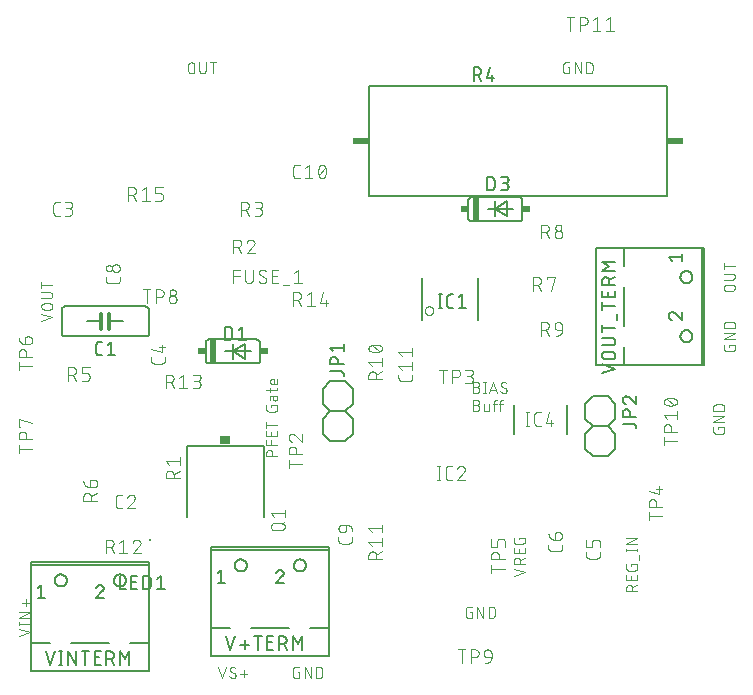
<source format=gbr>
G04 EAGLE Gerber RS-274X export*
G75*
%MOMM*%
%FSLAX34Y34*%
%LPD*%
%INSilkscreen Top*%
%IPPOS*%
%AMOC8*
5,1,8,0,0,1.08239X$1,22.5*%
G01*
%ADD10C,0.076200*%
%ADD11C,0.304800*%
%ADD12C,0.152400*%
%ADD13C,0.127000*%
%ADD14C,0.101600*%
%ADD15R,0.508000X2.032000*%
%ADD16R,0.635000X0.508000*%
%ADD17C,0.050800*%
%ADD18R,0.200000X0.200000*%
%ADD19C,0.203200*%
%ADD20R,0.863600X0.762000*%
%ADD21R,1.402500X0.609600*%


D10*
X221869Y190881D02*
X212471Y190881D01*
X212471Y193492D01*
X212473Y193593D01*
X212479Y193694D01*
X212489Y193795D01*
X212502Y193895D01*
X212520Y193995D01*
X212541Y194094D01*
X212567Y194192D01*
X212596Y194289D01*
X212628Y194385D01*
X212665Y194479D01*
X212705Y194572D01*
X212749Y194664D01*
X212796Y194753D01*
X212847Y194841D01*
X212901Y194927D01*
X212958Y195010D01*
X213018Y195092D01*
X213082Y195170D01*
X213148Y195247D01*
X213218Y195320D01*
X213290Y195391D01*
X213365Y195459D01*
X213443Y195524D01*
X213523Y195586D01*
X213605Y195645D01*
X213690Y195701D01*
X213777Y195753D01*
X213865Y195802D01*
X213956Y195848D01*
X214048Y195889D01*
X214142Y195928D01*
X214237Y195962D01*
X214333Y195993D01*
X214431Y196020D01*
X214529Y196044D01*
X214629Y196063D01*
X214729Y196079D01*
X214829Y196091D01*
X214930Y196099D01*
X215031Y196103D01*
X215133Y196103D01*
X215234Y196099D01*
X215335Y196091D01*
X215435Y196079D01*
X215535Y196063D01*
X215635Y196044D01*
X215733Y196020D01*
X215831Y195993D01*
X215927Y195962D01*
X216022Y195928D01*
X216116Y195889D01*
X216208Y195848D01*
X216299Y195802D01*
X216388Y195753D01*
X216474Y195701D01*
X216559Y195645D01*
X216641Y195586D01*
X216721Y195524D01*
X216799Y195459D01*
X216874Y195391D01*
X216946Y195320D01*
X217016Y195247D01*
X217082Y195170D01*
X217146Y195092D01*
X217206Y195010D01*
X217263Y194927D01*
X217317Y194841D01*
X217368Y194753D01*
X217415Y194664D01*
X217459Y194572D01*
X217499Y194479D01*
X217536Y194385D01*
X217568Y194289D01*
X217597Y194192D01*
X217623Y194094D01*
X217644Y193995D01*
X217662Y193895D01*
X217675Y193795D01*
X217685Y193694D01*
X217691Y193593D01*
X217693Y193492D01*
X217692Y193492D02*
X217692Y190881D01*
X221869Y199911D02*
X212471Y199911D01*
X212471Y204088D01*
X216648Y204088D02*
X216648Y199911D01*
X221869Y207836D02*
X221869Y212013D01*
X221869Y207836D02*
X212471Y207836D01*
X212471Y212013D01*
X216648Y210969D02*
X216648Y207836D01*
X212471Y217439D02*
X221869Y217439D01*
X212471Y214829D02*
X212471Y220050D01*
X216648Y232200D02*
X216648Y233766D01*
X221869Y233766D01*
X221869Y230633D01*
X221867Y230544D01*
X221861Y230456D01*
X221852Y230368D01*
X221839Y230280D01*
X221822Y230193D01*
X221802Y230107D01*
X221777Y230022D01*
X221750Y229937D01*
X221718Y229854D01*
X221684Y229773D01*
X221645Y229693D01*
X221604Y229615D01*
X221559Y229538D01*
X221511Y229464D01*
X221460Y229391D01*
X221406Y229321D01*
X221348Y229254D01*
X221288Y229188D01*
X221226Y229126D01*
X221160Y229066D01*
X221093Y229008D01*
X221023Y228954D01*
X220950Y228903D01*
X220876Y228855D01*
X220799Y228810D01*
X220721Y228769D01*
X220641Y228730D01*
X220560Y228696D01*
X220477Y228664D01*
X220392Y228637D01*
X220307Y228612D01*
X220221Y228592D01*
X220134Y228575D01*
X220046Y228562D01*
X219958Y228553D01*
X219870Y228547D01*
X219781Y228545D01*
X214559Y228545D01*
X214559Y228544D02*
X214468Y228546D01*
X214377Y228552D01*
X214286Y228562D01*
X214196Y228576D01*
X214107Y228594D01*
X214018Y228615D01*
X213931Y228641D01*
X213845Y228670D01*
X213760Y228703D01*
X213676Y228740D01*
X213594Y228780D01*
X213515Y228824D01*
X213437Y228871D01*
X213361Y228922D01*
X213287Y228976D01*
X213216Y229033D01*
X213148Y229093D01*
X213082Y229156D01*
X213019Y229222D01*
X212959Y229290D01*
X212902Y229361D01*
X212848Y229435D01*
X212797Y229511D01*
X212750Y229588D01*
X212706Y229668D01*
X212666Y229750D01*
X212629Y229834D01*
X212596Y229918D01*
X212567Y230005D01*
X212541Y230092D01*
X212520Y230181D01*
X212502Y230270D01*
X212488Y230360D01*
X212478Y230451D01*
X212472Y230542D01*
X212470Y230633D01*
X212471Y230633D02*
X212471Y233766D01*
X218214Y239688D02*
X218214Y242037D01*
X218215Y239688D02*
X218217Y239604D01*
X218223Y239519D01*
X218233Y239436D01*
X218246Y239352D01*
X218264Y239270D01*
X218285Y239188D01*
X218310Y239107D01*
X218338Y239028D01*
X218371Y238950D01*
X218407Y238874D01*
X218446Y238799D01*
X218489Y238726D01*
X218535Y238655D01*
X218584Y238587D01*
X218636Y238521D01*
X218692Y238457D01*
X218750Y238396D01*
X218811Y238338D01*
X218875Y238282D01*
X218941Y238230D01*
X219009Y238181D01*
X219080Y238135D01*
X219153Y238092D01*
X219228Y238053D01*
X219304Y238017D01*
X219382Y237984D01*
X219461Y237956D01*
X219542Y237931D01*
X219624Y237910D01*
X219706Y237892D01*
X219790Y237879D01*
X219873Y237869D01*
X219958Y237863D01*
X220042Y237861D01*
X220126Y237863D01*
X220211Y237869D01*
X220294Y237879D01*
X220378Y237892D01*
X220460Y237910D01*
X220542Y237931D01*
X220623Y237956D01*
X220702Y237984D01*
X220780Y238017D01*
X220856Y238053D01*
X220931Y238092D01*
X221004Y238135D01*
X221075Y238181D01*
X221143Y238230D01*
X221209Y238282D01*
X221273Y238338D01*
X221334Y238396D01*
X221392Y238457D01*
X221448Y238521D01*
X221500Y238587D01*
X221549Y238655D01*
X221595Y238726D01*
X221638Y238799D01*
X221677Y238874D01*
X221713Y238950D01*
X221746Y239028D01*
X221774Y239107D01*
X221799Y239188D01*
X221820Y239270D01*
X221838Y239352D01*
X221851Y239436D01*
X221861Y239519D01*
X221867Y239604D01*
X221869Y239688D01*
X221869Y242037D01*
X217170Y242037D01*
X217093Y242035D01*
X217017Y242029D01*
X216940Y242020D01*
X216864Y242007D01*
X216789Y241990D01*
X216715Y241970D01*
X216642Y241945D01*
X216571Y241918D01*
X216500Y241887D01*
X216432Y241852D01*
X216365Y241814D01*
X216300Y241773D01*
X216237Y241729D01*
X216177Y241682D01*
X216118Y241631D01*
X216063Y241578D01*
X216010Y241523D01*
X215959Y241464D01*
X215912Y241404D01*
X215868Y241341D01*
X215827Y241276D01*
X215789Y241209D01*
X215754Y241141D01*
X215723Y241070D01*
X215696Y240999D01*
X215671Y240926D01*
X215651Y240852D01*
X215634Y240777D01*
X215621Y240701D01*
X215612Y240624D01*
X215606Y240548D01*
X215604Y240471D01*
X215604Y238383D01*
X215604Y245367D02*
X215604Y248500D01*
X212471Y246411D02*
X220303Y246411D01*
X220380Y246413D01*
X220456Y246419D01*
X220533Y246428D01*
X220609Y246441D01*
X220684Y246458D01*
X220758Y246478D01*
X220831Y246503D01*
X220902Y246530D01*
X220973Y246561D01*
X221041Y246596D01*
X221108Y246634D01*
X221173Y246675D01*
X221236Y246719D01*
X221296Y246766D01*
X221355Y246817D01*
X221410Y246870D01*
X221463Y246925D01*
X221514Y246984D01*
X221561Y247044D01*
X221605Y247107D01*
X221646Y247172D01*
X221684Y247239D01*
X221719Y247307D01*
X221750Y247378D01*
X221777Y247449D01*
X221802Y247522D01*
X221822Y247596D01*
X221839Y247671D01*
X221852Y247747D01*
X221861Y247824D01*
X221867Y247900D01*
X221869Y247977D01*
X221869Y248500D01*
X221869Y253493D02*
X221869Y256104D01*
X221869Y253493D02*
X221867Y253416D01*
X221861Y253340D01*
X221852Y253263D01*
X221839Y253187D01*
X221822Y253112D01*
X221802Y253038D01*
X221777Y252965D01*
X221750Y252894D01*
X221719Y252823D01*
X221684Y252755D01*
X221646Y252688D01*
X221605Y252623D01*
X221561Y252560D01*
X221514Y252500D01*
X221463Y252441D01*
X221410Y252386D01*
X221355Y252333D01*
X221296Y252282D01*
X221236Y252235D01*
X221173Y252191D01*
X221108Y252150D01*
X221041Y252112D01*
X220973Y252077D01*
X220902Y252046D01*
X220831Y252019D01*
X220758Y251994D01*
X220684Y251974D01*
X220609Y251957D01*
X220533Y251944D01*
X220456Y251935D01*
X220380Y251929D01*
X220303Y251927D01*
X217692Y251927D01*
X217602Y251929D01*
X217513Y251935D01*
X217423Y251944D01*
X217334Y251958D01*
X217246Y251975D01*
X217159Y251996D01*
X217072Y252021D01*
X216987Y252050D01*
X216903Y252082D01*
X216821Y252117D01*
X216740Y252157D01*
X216661Y252199D01*
X216584Y252245D01*
X216509Y252295D01*
X216436Y252347D01*
X216365Y252403D01*
X216297Y252461D01*
X216232Y252523D01*
X216169Y252587D01*
X216109Y252654D01*
X216052Y252723D01*
X215998Y252795D01*
X215947Y252869D01*
X215899Y252945D01*
X215855Y253023D01*
X215814Y253103D01*
X215776Y253185D01*
X215742Y253268D01*
X215712Y253353D01*
X215685Y253439D01*
X215662Y253525D01*
X215643Y253613D01*
X215628Y253702D01*
X215616Y253791D01*
X215608Y253880D01*
X215604Y253970D01*
X215604Y254060D01*
X215608Y254150D01*
X215616Y254239D01*
X215628Y254328D01*
X215643Y254417D01*
X215662Y254505D01*
X215685Y254591D01*
X215712Y254677D01*
X215742Y254762D01*
X215776Y254845D01*
X215814Y254927D01*
X215855Y255007D01*
X215899Y255085D01*
X215947Y255161D01*
X215998Y255235D01*
X216052Y255307D01*
X216109Y255376D01*
X216169Y255443D01*
X216232Y255507D01*
X216297Y255569D01*
X216365Y255627D01*
X216436Y255683D01*
X216509Y255735D01*
X216584Y255785D01*
X216661Y255831D01*
X216740Y255873D01*
X216821Y255913D01*
X216903Y255948D01*
X216987Y255980D01*
X217072Y256009D01*
X217159Y256034D01*
X217246Y256055D01*
X217334Y256072D01*
X217423Y256086D01*
X217513Y256095D01*
X217602Y256101D01*
X217692Y256103D01*
X217692Y256104D02*
X218736Y256104D01*
X218736Y251927D01*
X384945Y58942D02*
X386512Y58942D01*
X386512Y53721D01*
X383379Y53721D01*
X383290Y53723D01*
X383202Y53729D01*
X383114Y53738D01*
X383026Y53751D01*
X382939Y53768D01*
X382853Y53788D01*
X382768Y53813D01*
X382683Y53840D01*
X382600Y53872D01*
X382519Y53906D01*
X382439Y53945D01*
X382361Y53986D01*
X382284Y54031D01*
X382210Y54079D01*
X382137Y54130D01*
X382067Y54184D01*
X382000Y54242D01*
X381934Y54302D01*
X381872Y54364D01*
X381812Y54430D01*
X381754Y54497D01*
X381700Y54567D01*
X381649Y54640D01*
X381601Y54714D01*
X381556Y54791D01*
X381515Y54869D01*
X381476Y54949D01*
X381442Y55030D01*
X381410Y55113D01*
X381383Y55198D01*
X381358Y55283D01*
X381338Y55369D01*
X381321Y55456D01*
X381308Y55544D01*
X381299Y55632D01*
X381293Y55720D01*
X381291Y55809D01*
X381291Y61031D01*
X381293Y61122D01*
X381299Y61213D01*
X381309Y61304D01*
X381323Y61394D01*
X381340Y61483D01*
X381362Y61571D01*
X381388Y61659D01*
X381417Y61745D01*
X381450Y61830D01*
X381487Y61913D01*
X381527Y61995D01*
X381571Y62075D01*
X381618Y62153D01*
X381669Y62229D01*
X381722Y62302D01*
X381779Y62373D01*
X381840Y62442D01*
X381903Y62507D01*
X381968Y62570D01*
X382037Y62630D01*
X382108Y62688D01*
X382181Y62741D01*
X382257Y62792D01*
X382335Y62839D01*
X382415Y62883D01*
X382497Y62923D01*
X382580Y62960D01*
X382665Y62993D01*
X382751Y63022D01*
X382839Y63048D01*
X382927Y63070D01*
X383016Y63087D01*
X383106Y63101D01*
X383197Y63111D01*
X383288Y63117D01*
X383379Y63119D01*
X386512Y63119D01*
X391044Y63119D02*
X391044Y53721D01*
X396265Y53721D02*
X391044Y63119D01*
X396265Y63119D02*
X396265Y53721D01*
X400798Y53721D02*
X400798Y63119D01*
X403408Y63119D01*
X403508Y63117D01*
X403608Y63111D01*
X403707Y63102D01*
X403807Y63088D01*
X403905Y63071D01*
X404003Y63050D01*
X404100Y63026D01*
X404196Y62997D01*
X404291Y62965D01*
X404384Y62930D01*
X404476Y62891D01*
X404567Y62848D01*
X404655Y62802D01*
X404742Y62752D01*
X404827Y62700D01*
X404910Y62644D01*
X404991Y62585D01*
X405069Y62522D01*
X405145Y62457D01*
X405219Y62389D01*
X405289Y62319D01*
X405357Y62245D01*
X405422Y62169D01*
X405485Y62091D01*
X405544Y62010D01*
X405600Y61927D01*
X405652Y61842D01*
X405702Y61755D01*
X405748Y61667D01*
X405791Y61576D01*
X405830Y61484D01*
X405865Y61391D01*
X405897Y61296D01*
X405926Y61200D01*
X405950Y61103D01*
X405971Y61005D01*
X405988Y60907D01*
X406002Y60807D01*
X406011Y60708D01*
X406017Y60608D01*
X406019Y60508D01*
X406019Y56332D01*
X406017Y56232D01*
X406011Y56132D01*
X406002Y56033D01*
X405988Y55933D01*
X405971Y55835D01*
X405950Y55737D01*
X405926Y55640D01*
X405897Y55544D01*
X405865Y55449D01*
X405830Y55356D01*
X405791Y55264D01*
X405748Y55173D01*
X405702Y55085D01*
X405652Y54998D01*
X405600Y54913D01*
X405544Y54830D01*
X405485Y54749D01*
X405422Y54671D01*
X405357Y54595D01*
X405289Y54521D01*
X405219Y54451D01*
X405145Y54383D01*
X405069Y54318D01*
X404991Y54255D01*
X404910Y54196D01*
X404827Y54140D01*
X404742Y54088D01*
X404655Y54038D01*
X404567Y53992D01*
X404476Y53949D01*
X404384Y53910D01*
X404291Y53875D01*
X404196Y53843D01*
X404100Y53814D01*
X404003Y53790D01*
X403905Y53769D01*
X403807Y53752D01*
X403707Y53738D01*
X403608Y53729D01*
X403508Y53723D01*
X403408Y53721D01*
X400798Y53721D01*
X595108Y213495D02*
X595108Y215062D01*
X600329Y215062D01*
X600329Y211929D01*
X600327Y211840D01*
X600321Y211752D01*
X600312Y211664D01*
X600299Y211576D01*
X600282Y211489D01*
X600262Y211403D01*
X600237Y211318D01*
X600210Y211233D01*
X600178Y211150D01*
X600144Y211069D01*
X600105Y210989D01*
X600064Y210911D01*
X600019Y210834D01*
X599971Y210760D01*
X599920Y210687D01*
X599866Y210617D01*
X599808Y210550D01*
X599748Y210484D01*
X599686Y210422D01*
X599620Y210362D01*
X599553Y210304D01*
X599483Y210250D01*
X599410Y210199D01*
X599336Y210151D01*
X599259Y210106D01*
X599181Y210065D01*
X599101Y210026D01*
X599020Y209992D01*
X598937Y209960D01*
X598852Y209933D01*
X598767Y209908D01*
X598681Y209888D01*
X598594Y209871D01*
X598506Y209858D01*
X598418Y209849D01*
X598330Y209843D01*
X598241Y209841D01*
X593019Y209841D01*
X593019Y209840D02*
X592928Y209842D01*
X592837Y209848D01*
X592746Y209858D01*
X592656Y209872D01*
X592567Y209890D01*
X592478Y209911D01*
X592391Y209937D01*
X592305Y209966D01*
X592220Y209999D01*
X592136Y210036D01*
X592054Y210076D01*
X591975Y210120D01*
X591897Y210167D01*
X591821Y210218D01*
X591747Y210272D01*
X591676Y210329D01*
X591608Y210389D01*
X591542Y210452D01*
X591479Y210518D01*
X591419Y210586D01*
X591362Y210657D01*
X591308Y210731D01*
X591257Y210807D01*
X591210Y210884D01*
X591166Y210964D01*
X591126Y211046D01*
X591089Y211130D01*
X591056Y211214D01*
X591027Y211301D01*
X591001Y211388D01*
X590980Y211477D01*
X590962Y211566D01*
X590948Y211656D01*
X590938Y211747D01*
X590932Y211838D01*
X590930Y211929D01*
X590931Y211929D02*
X590931Y215062D01*
X590931Y219594D02*
X600329Y219594D01*
X600329Y224815D02*
X590931Y219594D01*
X590931Y224815D02*
X600329Y224815D01*
X600329Y229348D02*
X590931Y229348D01*
X590931Y231958D01*
X590933Y232058D01*
X590939Y232158D01*
X590948Y232257D01*
X590962Y232357D01*
X590979Y232455D01*
X591000Y232553D01*
X591024Y232650D01*
X591053Y232746D01*
X591085Y232841D01*
X591120Y232934D01*
X591159Y233026D01*
X591202Y233117D01*
X591248Y233205D01*
X591298Y233292D01*
X591350Y233377D01*
X591406Y233460D01*
X591465Y233541D01*
X591528Y233619D01*
X591593Y233695D01*
X591661Y233769D01*
X591731Y233839D01*
X591805Y233907D01*
X591881Y233972D01*
X591959Y234035D01*
X592040Y234094D01*
X592123Y234150D01*
X592208Y234202D01*
X592295Y234252D01*
X592383Y234298D01*
X592474Y234341D01*
X592566Y234380D01*
X592659Y234415D01*
X592754Y234447D01*
X592850Y234476D01*
X592947Y234500D01*
X593045Y234521D01*
X593143Y234538D01*
X593243Y234552D01*
X593342Y234561D01*
X593442Y234567D01*
X593542Y234569D01*
X597718Y234569D01*
X597818Y234567D01*
X597918Y234561D01*
X598017Y234552D01*
X598117Y234538D01*
X598215Y234521D01*
X598313Y234500D01*
X598410Y234476D01*
X598506Y234447D01*
X598601Y234415D01*
X598694Y234380D01*
X598786Y234341D01*
X598877Y234298D01*
X598965Y234252D01*
X599052Y234202D01*
X599137Y234150D01*
X599220Y234094D01*
X599301Y234035D01*
X599379Y233972D01*
X599455Y233907D01*
X599529Y233839D01*
X599599Y233769D01*
X599667Y233695D01*
X599732Y233619D01*
X599795Y233541D01*
X599854Y233460D01*
X599910Y233377D01*
X599962Y233292D01*
X600012Y233205D01*
X600058Y233117D01*
X600101Y233026D01*
X600140Y232934D01*
X600175Y232841D01*
X600207Y232746D01*
X600236Y232650D01*
X600260Y232553D01*
X600281Y232455D01*
X600298Y232357D01*
X600312Y232257D01*
X600321Y232158D01*
X600327Y232058D01*
X600329Y231958D01*
X600329Y229348D01*
X469152Y519952D02*
X467586Y519952D01*
X469152Y519952D02*
X469152Y514731D01*
X466019Y514731D01*
X465930Y514733D01*
X465842Y514739D01*
X465754Y514748D01*
X465666Y514761D01*
X465579Y514778D01*
X465493Y514798D01*
X465408Y514823D01*
X465323Y514850D01*
X465240Y514882D01*
X465159Y514916D01*
X465079Y514955D01*
X465001Y514996D01*
X464924Y515041D01*
X464850Y515089D01*
X464777Y515140D01*
X464707Y515194D01*
X464640Y515252D01*
X464574Y515312D01*
X464512Y515374D01*
X464452Y515440D01*
X464394Y515507D01*
X464340Y515577D01*
X464289Y515650D01*
X464241Y515724D01*
X464196Y515801D01*
X464155Y515879D01*
X464116Y515959D01*
X464082Y516040D01*
X464050Y516123D01*
X464023Y516208D01*
X463998Y516293D01*
X463978Y516379D01*
X463961Y516466D01*
X463948Y516554D01*
X463939Y516642D01*
X463933Y516730D01*
X463931Y516819D01*
X463931Y522041D01*
X463933Y522132D01*
X463939Y522223D01*
X463949Y522314D01*
X463963Y522404D01*
X463980Y522493D01*
X464002Y522581D01*
X464028Y522669D01*
X464057Y522755D01*
X464090Y522840D01*
X464127Y522923D01*
X464167Y523005D01*
X464211Y523085D01*
X464258Y523163D01*
X464309Y523239D01*
X464362Y523312D01*
X464419Y523383D01*
X464480Y523452D01*
X464543Y523517D01*
X464608Y523580D01*
X464677Y523640D01*
X464748Y523698D01*
X464821Y523751D01*
X464897Y523802D01*
X464975Y523849D01*
X465055Y523893D01*
X465137Y523933D01*
X465220Y523970D01*
X465305Y524003D01*
X465391Y524032D01*
X465479Y524058D01*
X465567Y524080D01*
X465656Y524097D01*
X465746Y524111D01*
X465837Y524121D01*
X465928Y524127D01*
X466019Y524129D01*
X469152Y524129D01*
X473685Y524129D02*
X473685Y514731D01*
X478906Y514731D02*
X473685Y524129D01*
X478906Y524129D02*
X478906Y514731D01*
X483438Y514731D02*
X483438Y524129D01*
X486049Y524129D01*
X486149Y524127D01*
X486249Y524121D01*
X486348Y524112D01*
X486448Y524098D01*
X486546Y524081D01*
X486644Y524060D01*
X486741Y524036D01*
X486837Y524007D01*
X486932Y523975D01*
X487025Y523940D01*
X487117Y523901D01*
X487208Y523858D01*
X487296Y523812D01*
X487383Y523762D01*
X487468Y523710D01*
X487551Y523654D01*
X487632Y523595D01*
X487710Y523532D01*
X487786Y523467D01*
X487860Y523399D01*
X487930Y523329D01*
X487998Y523255D01*
X488063Y523179D01*
X488126Y523101D01*
X488185Y523020D01*
X488241Y522937D01*
X488293Y522852D01*
X488343Y522765D01*
X488389Y522677D01*
X488432Y522586D01*
X488471Y522494D01*
X488506Y522401D01*
X488538Y522306D01*
X488567Y522210D01*
X488591Y522113D01*
X488612Y522015D01*
X488629Y521917D01*
X488643Y521817D01*
X488652Y521718D01*
X488658Y521618D01*
X488660Y521518D01*
X488659Y521518D02*
X488659Y517342D01*
X488660Y517342D02*
X488658Y517242D01*
X488652Y517142D01*
X488643Y517043D01*
X488629Y516943D01*
X488612Y516845D01*
X488591Y516747D01*
X488567Y516650D01*
X488538Y516554D01*
X488506Y516459D01*
X488471Y516366D01*
X488432Y516274D01*
X488389Y516183D01*
X488343Y516095D01*
X488293Y516008D01*
X488241Y515923D01*
X488185Y515840D01*
X488126Y515759D01*
X488063Y515681D01*
X487998Y515605D01*
X487930Y515531D01*
X487860Y515461D01*
X487786Y515393D01*
X487710Y515328D01*
X487632Y515265D01*
X487551Y515206D01*
X487468Y515150D01*
X487383Y515098D01*
X487296Y515048D01*
X487208Y515002D01*
X487117Y514959D01*
X487025Y514920D01*
X486932Y514885D01*
X486837Y514853D01*
X486741Y514824D01*
X486644Y514800D01*
X486546Y514779D01*
X486448Y514762D01*
X486348Y514748D01*
X486249Y514739D01*
X486149Y514733D01*
X486049Y514731D01*
X483438Y514731D01*
X146431Y517342D02*
X146431Y521518D01*
X146433Y521619D01*
X146439Y521720D01*
X146449Y521821D01*
X146462Y521921D01*
X146480Y522021D01*
X146501Y522120D01*
X146527Y522218D01*
X146556Y522315D01*
X146588Y522411D01*
X146625Y522505D01*
X146665Y522598D01*
X146709Y522690D01*
X146756Y522779D01*
X146807Y522867D01*
X146861Y522953D01*
X146918Y523036D01*
X146978Y523118D01*
X147042Y523196D01*
X147108Y523273D01*
X147178Y523346D01*
X147250Y523417D01*
X147325Y523485D01*
X147403Y523550D01*
X147483Y523612D01*
X147565Y523671D01*
X147650Y523727D01*
X147737Y523779D01*
X147825Y523828D01*
X147916Y523874D01*
X148008Y523915D01*
X148102Y523954D01*
X148197Y523988D01*
X148293Y524019D01*
X148391Y524046D01*
X148489Y524070D01*
X148589Y524089D01*
X148689Y524105D01*
X148789Y524117D01*
X148890Y524125D01*
X148991Y524129D01*
X149093Y524129D01*
X149194Y524125D01*
X149295Y524117D01*
X149395Y524105D01*
X149495Y524089D01*
X149595Y524070D01*
X149693Y524046D01*
X149791Y524019D01*
X149887Y523988D01*
X149982Y523954D01*
X150076Y523915D01*
X150168Y523874D01*
X150259Y523828D01*
X150348Y523779D01*
X150434Y523727D01*
X150519Y523671D01*
X150601Y523612D01*
X150681Y523550D01*
X150759Y523485D01*
X150834Y523417D01*
X150906Y523346D01*
X150976Y523273D01*
X151042Y523196D01*
X151106Y523118D01*
X151166Y523036D01*
X151223Y522953D01*
X151277Y522867D01*
X151328Y522779D01*
X151375Y522690D01*
X151419Y522598D01*
X151459Y522505D01*
X151496Y522411D01*
X151528Y522315D01*
X151557Y522218D01*
X151583Y522120D01*
X151604Y522021D01*
X151622Y521921D01*
X151635Y521821D01*
X151645Y521720D01*
X151651Y521619D01*
X151653Y521518D01*
X151652Y521518D02*
X151652Y517342D01*
X151653Y517342D02*
X151651Y517241D01*
X151645Y517140D01*
X151635Y517039D01*
X151622Y516939D01*
X151604Y516839D01*
X151583Y516740D01*
X151557Y516642D01*
X151528Y516545D01*
X151496Y516449D01*
X151459Y516355D01*
X151419Y516262D01*
X151375Y516170D01*
X151328Y516081D01*
X151277Y515993D01*
X151223Y515907D01*
X151166Y515824D01*
X151106Y515742D01*
X151042Y515664D01*
X150976Y515587D01*
X150906Y515514D01*
X150834Y515443D01*
X150759Y515375D01*
X150681Y515310D01*
X150601Y515248D01*
X150519Y515189D01*
X150434Y515133D01*
X150347Y515081D01*
X150259Y515032D01*
X150168Y514986D01*
X150076Y514945D01*
X149982Y514906D01*
X149887Y514872D01*
X149791Y514841D01*
X149693Y514814D01*
X149595Y514790D01*
X149495Y514771D01*
X149395Y514755D01*
X149295Y514743D01*
X149194Y514735D01*
X149093Y514731D01*
X148991Y514731D01*
X148890Y514735D01*
X148789Y514743D01*
X148689Y514755D01*
X148589Y514771D01*
X148489Y514790D01*
X148391Y514814D01*
X148293Y514841D01*
X148197Y514872D01*
X148102Y514906D01*
X148008Y514945D01*
X147916Y514986D01*
X147825Y515032D01*
X147737Y515081D01*
X147650Y515133D01*
X147565Y515189D01*
X147483Y515248D01*
X147403Y515310D01*
X147325Y515375D01*
X147250Y515443D01*
X147178Y515514D01*
X147108Y515587D01*
X147042Y515664D01*
X146978Y515742D01*
X146918Y515824D01*
X146861Y515907D01*
X146807Y515993D01*
X146756Y516081D01*
X146709Y516170D01*
X146665Y516262D01*
X146625Y516355D01*
X146588Y516449D01*
X146556Y516545D01*
X146527Y516642D01*
X146501Y516740D01*
X146480Y516839D01*
X146462Y516939D01*
X146449Y517039D01*
X146439Y517140D01*
X146433Y517241D01*
X146431Y517342D01*
X155880Y517342D02*
X155880Y524129D01*
X155879Y517342D02*
X155881Y517241D01*
X155887Y517140D01*
X155897Y517039D01*
X155910Y516939D01*
X155928Y516839D01*
X155949Y516740D01*
X155975Y516642D01*
X156004Y516545D01*
X156036Y516449D01*
X156073Y516355D01*
X156113Y516262D01*
X156157Y516170D01*
X156204Y516081D01*
X156255Y515993D01*
X156309Y515907D01*
X156366Y515824D01*
X156426Y515742D01*
X156490Y515664D01*
X156556Y515587D01*
X156626Y515514D01*
X156698Y515443D01*
X156773Y515375D01*
X156851Y515310D01*
X156931Y515248D01*
X157013Y515189D01*
X157098Y515133D01*
X157185Y515081D01*
X157273Y515032D01*
X157364Y514986D01*
X157456Y514945D01*
X157550Y514906D01*
X157645Y514872D01*
X157741Y514841D01*
X157839Y514814D01*
X157937Y514790D01*
X158037Y514771D01*
X158137Y514755D01*
X158237Y514743D01*
X158338Y514735D01*
X158439Y514731D01*
X158541Y514731D01*
X158642Y514735D01*
X158743Y514743D01*
X158843Y514755D01*
X158943Y514771D01*
X159043Y514790D01*
X159141Y514814D01*
X159239Y514841D01*
X159335Y514872D01*
X159430Y514906D01*
X159524Y514945D01*
X159616Y514986D01*
X159707Y515032D01*
X159795Y515081D01*
X159882Y515133D01*
X159967Y515189D01*
X160049Y515248D01*
X160129Y515310D01*
X160207Y515375D01*
X160282Y515443D01*
X160354Y515514D01*
X160424Y515587D01*
X160490Y515664D01*
X160554Y515742D01*
X160614Y515824D01*
X160671Y515907D01*
X160725Y515993D01*
X160776Y516081D01*
X160823Y516170D01*
X160867Y516262D01*
X160907Y516355D01*
X160944Y516449D01*
X160976Y516545D01*
X161005Y516642D01*
X161031Y516740D01*
X161052Y516839D01*
X161070Y516939D01*
X161083Y517039D01*
X161093Y517140D01*
X161099Y517241D01*
X161101Y517342D01*
X161101Y524129D01*
X167330Y524129D02*
X167330Y514731D01*
X164719Y524129D02*
X169940Y524129D01*
X602432Y330581D02*
X606608Y330581D01*
X602432Y330581D02*
X602331Y330583D01*
X602230Y330589D01*
X602129Y330599D01*
X602029Y330612D01*
X601929Y330630D01*
X601830Y330651D01*
X601732Y330677D01*
X601635Y330706D01*
X601539Y330738D01*
X601445Y330775D01*
X601352Y330815D01*
X601260Y330859D01*
X601171Y330906D01*
X601083Y330957D01*
X600997Y331011D01*
X600914Y331068D01*
X600832Y331128D01*
X600754Y331192D01*
X600677Y331258D01*
X600604Y331328D01*
X600533Y331400D01*
X600465Y331475D01*
X600400Y331553D01*
X600338Y331633D01*
X600279Y331715D01*
X600223Y331800D01*
X600171Y331887D01*
X600122Y331975D01*
X600076Y332066D01*
X600035Y332158D01*
X599996Y332252D01*
X599962Y332347D01*
X599931Y332443D01*
X599904Y332541D01*
X599880Y332639D01*
X599861Y332739D01*
X599845Y332839D01*
X599833Y332939D01*
X599825Y333040D01*
X599821Y333141D01*
X599821Y333243D01*
X599825Y333344D01*
X599833Y333445D01*
X599845Y333545D01*
X599861Y333645D01*
X599880Y333745D01*
X599904Y333843D01*
X599931Y333941D01*
X599962Y334037D01*
X599996Y334132D01*
X600035Y334226D01*
X600076Y334318D01*
X600122Y334409D01*
X600171Y334498D01*
X600223Y334584D01*
X600279Y334669D01*
X600338Y334751D01*
X600400Y334831D01*
X600465Y334909D01*
X600533Y334984D01*
X600604Y335056D01*
X600677Y335126D01*
X600754Y335192D01*
X600832Y335256D01*
X600914Y335316D01*
X600997Y335373D01*
X601083Y335427D01*
X601171Y335478D01*
X601260Y335525D01*
X601352Y335569D01*
X601445Y335609D01*
X601539Y335646D01*
X601635Y335678D01*
X601732Y335707D01*
X601830Y335733D01*
X601929Y335754D01*
X602029Y335772D01*
X602129Y335785D01*
X602230Y335795D01*
X602331Y335801D01*
X602432Y335803D01*
X602432Y335802D02*
X606608Y335802D01*
X606608Y335803D02*
X606709Y335801D01*
X606810Y335795D01*
X606911Y335785D01*
X607011Y335772D01*
X607111Y335754D01*
X607210Y335733D01*
X607308Y335707D01*
X607405Y335678D01*
X607501Y335646D01*
X607595Y335609D01*
X607688Y335569D01*
X607780Y335525D01*
X607869Y335478D01*
X607957Y335427D01*
X608043Y335373D01*
X608126Y335316D01*
X608208Y335256D01*
X608286Y335192D01*
X608363Y335126D01*
X608436Y335056D01*
X608507Y334984D01*
X608575Y334909D01*
X608640Y334831D01*
X608702Y334751D01*
X608761Y334669D01*
X608817Y334584D01*
X608869Y334497D01*
X608918Y334409D01*
X608964Y334318D01*
X609005Y334226D01*
X609044Y334132D01*
X609078Y334037D01*
X609109Y333941D01*
X609136Y333843D01*
X609160Y333745D01*
X609179Y333645D01*
X609195Y333545D01*
X609207Y333445D01*
X609215Y333344D01*
X609219Y333243D01*
X609219Y333141D01*
X609215Y333040D01*
X609207Y332939D01*
X609195Y332839D01*
X609179Y332739D01*
X609160Y332639D01*
X609136Y332541D01*
X609109Y332443D01*
X609078Y332347D01*
X609044Y332252D01*
X609005Y332158D01*
X608964Y332066D01*
X608918Y331975D01*
X608869Y331887D01*
X608817Y331800D01*
X608761Y331715D01*
X608702Y331633D01*
X608640Y331553D01*
X608575Y331475D01*
X608507Y331400D01*
X608436Y331328D01*
X608363Y331258D01*
X608286Y331192D01*
X608208Y331128D01*
X608126Y331068D01*
X608043Y331011D01*
X607957Y330957D01*
X607869Y330906D01*
X607780Y330859D01*
X607688Y330815D01*
X607595Y330775D01*
X607501Y330738D01*
X607405Y330706D01*
X607308Y330677D01*
X607210Y330651D01*
X607111Y330630D01*
X607011Y330612D01*
X606911Y330599D01*
X606810Y330589D01*
X606709Y330583D01*
X606608Y330581D01*
X606608Y340030D02*
X599821Y340030D01*
X606608Y340029D02*
X606709Y340031D01*
X606810Y340037D01*
X606911Y340047D01*
X607011Y340060D01*
X607111Y340078D01*
X607210Y340099D01*
X607308Y340125D01*
X607405Y340154D01*
X607501Y340186D01*
X607595Y340223D01*
X607688Y340263D01*
X607780Y340307D01*
X607869Y340354D01*
X607957Y340405D01*
X608043Y340459D01*
X608126Y340516D01*
X608208Y340576D01*
X608286Y340640D01*
X608363Y340706D01*
X608436Y340776D01*
X608507Y340848D01*
X608575Y340923D01*
X608640Y341001D01*
X608702Y341081D01*
X608761Y341163D01*
X608817Y341248D01*
X608869Y341335D01*
X608918Y341423D01*
X608964Y341514D01*
X609005Y341606D01*
X609044Y341700D01*
X609078Y341795D01*
X609109Y341891D01*
X609136Y341989D01*
X609160Y342087D01*
X609179Y342187D01*
X609195Y342287D01*
X609207Y342387D01*
X609215Y342488D01*
X609219Y342589D01*
X609219Y342691D01*
X609215Y342792D01*
X609207Y342893D01*
X609195Y342993D01*
X609179Y343093D01*
X609160Y343193D01*
X609136Y343291D01*
X609109Y343389D01*
X609078Y343485D01*
X609044Y343580D01*
X609005Y343674D01*
X608964Y343766D01*
X608918Y343857D01*
X608869Y343945D01*
X608817Y344032D01*
X608761Y344117D01*
X608702Y344199D01*
X608640Y344279D01*
X608575Y344357D01*
X608507Y344432D01*
X608436Y344504D01*
X608363Y344574D01*
X608286Y344640D01*
X608208Y344704D01*
X608126Y344764D01*
X608043Y344821D01*
X607957Y344875D01*
X607869Y344926D01*
X607780Y344973D01*
X607688Y345017D01*
X607595Y345057D01*
X607501Y345094D01*
X607405Y345126D01*
X607308Y345155D01*
X607210Y345181D01*
X607111Y345202D01*
X607011Y345220D01*
X606911Y345233D01*
X606810Y345243D01*
X606709Y345249D01*
X606608Y345251D01*
X599821Y345251D01*
X599821Y351480D02*
X609219Y351480D01*
X599821Y348869D02*
X599821Y354090D01*
X603998Y285002D02*
X603998Y283436D01*
X603998Y285002D02*
X609219Y285002D01*
X609219Y281869D01*
X609217Y281780D01*
X609211Y281692D01*
X609202Y281604D01*
X609189Y281516D01*
X609172Y281429D01*
X609152Y281343D01*
X609127Y281258D01*
X609100Y281173D01*
X609068Y281090D01*
X609034Y281009D01*
X608995Y280929D01*
X608954Y280851D01*
X608909Y280774D01*
X608861Y280700D01*
X608810Y280627D01*
X608756Y280557D01*
X608698Y280490D01*
X608638Y280424D01*
X608576Y280362D01*
X608510Y280302D01*
X608443Y280244D01*
X608373Y280190D01*
X608300Y280139D01*
X608226Y280091D01*
X608149Y280046D01*
X608071Y280005D01*
X607991Y279966D01*
X607910Y279932D01*
X607827Y279900D01*
X607742Y279873D01*
X607657Y279848D01*
X607571Y279828D01*
X607484Y279811D01*
X607396Y279798D01*
X607308Y279789D01*
X607220Y279783D01*
X607131Y279781D01*
X601909Y279781D01*
X601818Y279783D01*
X601727Y279789D01*
X601636Y279799D01*
X601546Y279813D01*
X601457Y279831D01*
X601368Y279852D01*
X601281Y279878D01*
X601195Y279907D01*
X601110Y279940D01*
X601026Y279977D01*
X600944Y280017D01*
X600865Y280061D01*
X600787Y280108D01*
X600711Y280159D01*
X600637Y280213D01*
X600566Y280270D01*
X600498Y280330D01*
X600432Y280393D01*
X600369Y280459D01*
X600309Y280527D01*
X600252Y280598D01*
X600198Y280672D01*
X600147Y280748D01*
X600100Y280825D01*
X600056Y280905D01*
X600016Y280987D01*
X599979Y281071D01*
X599946Y281155D01*
X599917Y281242D01*
X599891Y281329D01*
X599870Y281418D01*
X599852Y281507D01*
X599838Y281597D01*
X599828Y281688D01*
X599822Y281779D01*
X599820Y281870D01*
X599821Y281869D02*
X599821Y285002D01*
X599821Y289535D02*
X609219Y289535D01*
X609219Y294756D02*
X599821Y289535D01*
X599821Y294756D02*
X609219Y294756D01*
X609219Y299288D02*
X599821Y299288D01*
X599821Y301899D01*
X599823Y301999D01*
X599829Y302099D01*
X599838Y302198D01*
X599852Y302298D01*
X599869Y302396D01*
X599890Y302494D01*
X599914Y302591D01*
X599943Y302687D01*
X599975Y302782D01*
X600010Y302875D01*
X600049Y302967D01*
X600092Y303058D01*
X600138Y303146D01*
X600188Y303233D01*
X600240Y303318D01*
X600296Y303401D01*
X600355Y303482D01*
X600418Y303560D01*
X600483Y303636D01*
X600551Y303710D01*
X600621Y303780D01*
X600695Y303848D01*
X600771Y303913D01*
X600849Y303976D01*
X600930Y304035D01*
X601013Y304091D01*
X601098Y304143D01*
X601185Y304193D01*
X601273Y304239D01*
X601364Y304282D01*
X601456Y304321D01*
X601549Y304356D01*
X601644Y304388D01*
X601740Y304417D01*
X601837Y304441D01*
X601935Y304462D01*
X602033Y304479D01*
X602133Y304493D01*
X602232Y304502D01*
X602332Y304508D01*
X602432Y304510D01*
X602432Y304509D02*
X606608Y304509D01*
X606608Y304510D02*
X606708Y304508D01*
X606808Y304502D01*
X606907Y304493D01*
X607007Y304479D01*
X607105Y304462D01*
X607203Y304441D01*
X607300Y304417D01*
X607396Y304388D01*
X607491Y304356D01*
X607584Y304321D01*
X607676Y304282D01*
X607767Y304239D01*
X607855Y304193D01*
X607942Y304143D01*
X608027Y304091D01*
X608110Y304035D01*
X608191Y303976D01*
X608269Y303913D01*
X608345Y303848D01*
X608419Y303780D01*
X608489Y303710D01*
X608557Y303636D01*
X608622Y303560D01*
X608685Y303482D01*
X608744Y303401D01*
X608800Y303318D01*
X608852Y303233D01*
X608902Y303146D01*
X608948Y303058D01*
X608991Y302967D01*
X609030Y302875D01*
X609065Y302782D01*
X609097Y302687D01*
X609126Y302591D01*
X609150Y302494D01*
X609171Y302396D01*
X609188Y302298D01*
X609202Y302198D01*
X609211Y302099D01*
X609217Y301999D01*
X609219Y301899D01*
X609219Y299288D01*
X240462Y8142D02*
X238895Y8142D01*
X240462Y8142D02*
X240462Y2921D01*
X237329Y2921D01*
X237240Y2923D01*
X237152Y2929D01*
X237064Y2938D01*
X236976Y2951D01*
X236889Y2968D01*
X236803Y2988D01*
X236718Y3013D01*
X236633Y3040D01*
X236550Y3072D01*
X236469Y3106D01*
X236389Y3145D01*
X236311Y3186D01*
X236234Y3231D01*
X236160Y3279D01*
X236087Y3330D01*
X236017Y3384D01*
X235950Y3442D01*
X235884Y3502D01*
X235822Y3564D01*
X235762Y3630D01*
X235704Y3697D01*
X235650Y3767D01*
X235599Y3840D01*
X235551Y3914D01*
X235506Y3991D01*
X235465Y4069D01*
X235426Y4149D01*
X235392Y4230D01*
X235360Y4313D01*
X235333Y4398D01*
X235308Y4483D01*
X235288Y4569D01*
X235271Y4656D01*
X235258Y4744D01*
X235249Y4832D01*
X235243Y4920D01*
X235241Y5009D01*
X235241Y10231D01*
X235243Y10322D01*
X235249Y10413D01*
X235259Y10504D01*
X235273Y10594D01*
X235290Y10683D01*
X235312Y10771D01*
X235338Y10859D01*
X235367Y10945D01*
X235400Y11030D01*
X235437Y11113D01*
X235477Y11195D01*
X235521Y11275D01*
X235568Y11353D01*
X235619Y11429D01*
X235672Y11502D01*
X235729Y11573D01*
X235790Y11642D01*
X235853Y11707D01*
X235918Y11770D01*
X235987Y11830D01*
X236058Y11888D01*
X236131Y11941D01*
X236207Y11992D01*
X236285Y12039D01*
X236365Y12083D01*
X236447Y12123D01*
X236530Y12160D01*
X236615Y12193D01*
X236701Y12222D01*
X236789Y12248D01*
X236877Y12270D01*
X236966Y12287D01*
X237056Y12301D01*
X237147Y12311D01*
X237238Y12317D01*
X237329Y12319D01*
X240462Y12319D01*
X244994Y12319D02*
X244994Y2921D01*
X250215Y2921D02*
X244994Y12319D01*
X250215Y12319D02*
X250215Y2921D01*
X254748Y2921D02*
X254748Y12319D01*
X257358Y12319D01*
X257458Y12317D01*
X257558Y12311D01*
X257657Y12302D01*
X257757Y12288D01*
X257855Y12271D01*
X257953Y12250D01*
X258050Y12226D01*
X258146Y12197D01*
X258241Y12165D01*
X258334Y12130D01*
X258426Y12091D01*
X258517Y12048D01*
X258605Y12002D01*
X258692Y11952D01*
X258777Y11900D01*
X258860Y11844D01*
X258941Y11785D01*
X259019Y11722D01*
X259095Y11657D01*
X259169Y11589D01*
X259239Y11519D01*
X259307Y11445D01*
X259372Y11369D01*
X259435Y11291D01*
X259494Y11210D01*
X259550Y11127D01*
X259602Y11042D01*
X259652Y10955D01*
X259698Y10867D01*
X259741Y10776D01*
X259780Y10684D01*
X259815Y10591D01*
X259847Y10496D01*
X259876Y10400D01*
X259900Y10303D01*
X259921Y10205D01*
X259938Y10107D01*
X259952Y10007D01*
X259961Y9908D01*
X259967Y9808D01*
X259969Y9708D01*
X259969Y5532D01*
X259967Y5432D01*
X259961Y5332D01*
X259952Y5233D01*
X259938Y5133D01*
X259921Y5035D01*
X259900Y4937D01*
X259876Y4840D01*
X259847Y4744D01*
X259815Y4649D01*
X259780Y4556D01*
X259741Y4464D01*
X259698Y4373D01*
X259652Y4285D01*
X259602Y4198D01*
X259550Y4113D01*
X259494Y4030D01*
X259435Y3949D01*
X259372Y3871D01*
X259307Y3795D01*
X259239Y3721D01*
X259169Y3651D01*
X259095Y3583D01*
X259019Y3518D01*
X258941Y3455D01*
X258860Y3396D01*
X258777Y3340D01*
X258692Y3288D01*
X258605Y3238D01*
X258517Y3192D01*
X258426Y3149D01*
X258334Y3110D01*
X258241Y3075D01*
X258146Y3043D01*
X258050Y3014D01*
X257953Y2990D01*
X257855Y2969D01*
X257757Y2952D01*
X257657Y2938D01*
X257558Y2929D01*
X257458Y2923D01*
X257358Y2921D01*
X254748Y2921D01*
X175048Y2921D02*
X171916Y12319D01*
X178181Y12319D02*
X175048Y2921D01*
X184410Y2921D02*
X184499Y2923D01*
X184587Y2929D01*
X184675Y2938D01*
X184763Y2951D01*
X184850Y2968D01*
X184936Y2988D01*
X185021Y3013D01*
X185106Y3040D01*
X185189Y3072D01*
X185270Y3106D01*
X185350Y3145D01*
X185428Y3186D01*
X185505Y3231D01*
X185579Y3279D01*
X185652Y3330D01*
X185722Y3384D01*
X185789Y3442D01*
X185855Y3502D01*
X185917Y3564D01*
X185977Y3630D01*
X186035Y3697D01*
X186089Y3767D01*
X186140Y3840D01*
X186188Y3914D01*
X186233Y3991D01*
X186274Y4069D01*
X186313Y4149D01*
X186347Y4230D01*
X186379Y4313D01*
X186406Y4398D01*
X186431Y4483D01*
X186451Y4569D01*
X186468Y4656D01*
X186481Y4744D01*
X186490Y4832D01*
X186496Y4920D01*
X186498Y5009D01*
X184410Y2921D02*
X184281Y2923D01*
X184152Y2929D01*
X184023Y2938D01*
X183895Y2951D01*
X183767Y2968D01*
X183640Y2989D01*
X183513Y3013D01*
X183387Y3041D01*
X183262Y3073D01*
X183138Y3108D01*
X183015Y3147D01*
X182893Y3190D01*
X182773Y3236D01*
X182654Y3286D01*
X182536Y3339D01*
X182420Y3395D01*
X182306Y3455D01*
X182193Y3518D01*
X182083Y3585D01*
X181974Y3654D01*
X181868Y3727D01*
X181763Y3803D01*
X181661Y3882D01*
X181562Y3964D01*
X181464Y4048D01*
X181369Y4136D01*
X181277Y4226D01*
X181539Y10231D02*
X181541Y10320D01*
X181547Y10408D01*
X181556Y10496D01*
X181569Y10584D01*
X181586Y10671D01*
X181606Y10757D01*
X181631Y10842D01*
X181658Y10927D01*
X181690Y11010D01*
X181724Y11091D01*
X181763Y11171D01*
X181804Y11249D01*
X181849Y11326D01*
X181897Y11400D01*
X181948Y11473D01*
X182002Y11543D01*
X182060Y11610D01*
X182120Y11676D01*
X182182Y11738D01*
X182248Y11798D01*
X182315Y11856D01*
X182385Y11910D01*
X182458Y11961D01*
X182532Y12009D01*
X182609Y12054D01*
X182687Y12095D01*
X182767Y12134D01*
X182848Y12168D01*
X182931Y12200D01*
X183016Y12227D01*
X183101Y12252D01*
X183187Y12272D01*
X183274Y12289D01*
X183362Y12302D01*
X183450Y12311D01*
X183538Y12317D01*
X183627Y12319D01*
X183626Y12319D02*
X183746Y12317D01*
X183866Y12312D01*
X183986Y12302D01*
X184105Y12290D01*
X184224Y12273D01*
X184342Y12253D01*
X184460Y12229D01*
X184576Y12202D01*
X184692Y12171D01*
X184807Y12137D01*
X184921Y12099D01*
X185034Y12057D01*
X185145Y12012D01*
X185255Y11964D01*
X185363Y11913D01*
X185470Y11858D01*
X185575Y11800D01*
X185678Y11738D01*
X185779Y11674D01*
X185879Y11606D01*
X185976Y11536D01*
X182582Y8404D02*
X182504Y8452D01*
X182428Y8504D01*
X182355Y8558D01*
X182284Y8616D01*
X182215Y8677D01*
X182149Y8741D01*
X182086Y8808D01*
X182026Y8877D01*
X181969Y8949D01*
X181915Y9023D01*
X181865Y9100D01*
X181817Y9179D01*
X181774Y9259D01*
X181733Y9342D01*
X181697Y9426D01*
X181664Y9511D01*
X181635Y9598D01*
X181609Y9687D01*
X181587Y9776D01*
X181570Y9866D01*
X181556Y9956D01*
X181546Y10048D01*
X181540Y10139D01*
X181538Y10231D01*
X185454Y6836D02*
X185532Y6788D01*
X185608Y6736D01*
X185681Y6682D01*
X185752Y6624D01*
X185821Y6563D01*
X185887Y6499D01*
X185950Y6432D01*
X186010Y6363D01*
X186067Y6291D01*
X186121Y6217D01*
X186171Y6140D01*
X186219Y6061D01*
X186262Y5981D01*
X186303Y5898D01*
X186339Y5814D01*
X186372Y5729D01*
X186401Y5642D01*
X186427Y5553D01*
X186449Y5464D01*
X186466Y5374D01*
X186480Y5284D01*
X186490Y5192D01*
X186496Y5101D01*
X186498Y5009D01*
X185454Y6837D02*
X182582Y8403D01*
X190204Y6576D02*
X196469Y6576D01*
X193336Y3443D02*
X193336Y9708D01*
X12319Y41614D02*
X2921Y38481D01*
X2921Y44746D02*
X12319Y41614D01*
X12319Y48929D02*
X2921Y48929D01*
X12319Y47885D02*
X12319Y49973D01*
X2921Y49973D02*
X2921Y47885D01*
X2921Y53938D02*
X12319Y53938D01*
X12319Y59159D02*
X2921Y53938D01*
X2921Y59159D02*
X12319Y59159D01*
X8664Y63475D02*
X8664Y69740D01*
X11797Y66607D02*
X5532Y66607D01*
X21971Y305181D02*
X31369Y308314D01*
X21971Y311446D01*
X24582Y314847D02*
X28758Y314847D01*
X24582Y314847D02*
X24481Y314849D01*
X24380Y314855D01*
X24279Y314865D01*
X24179Y314878D01*
X24079Y314896D01*
X23980Y314917D01*
X23882Y314943D01*
X23785Y314972D01*
X23689Y315004D01*
X23595Y315041D01*
X23502Y315081D01*
X23410Y315125D01*
X23321Y315172D01*
X23233Y315223D01*
X23147Y315277D01*
X23064Y315334D01*
X22982Y315394D01*
X22904Y315458D01*
X22827Y315524D01*
X22754Y315594D01*
X22683Y315666D01*
X22615Y315741D01*
X22550Y315819D01*
X22488Y315899D01*
X22429Y315981D01*
X22373Y316066D01*
X22321Y316153D01*
X22272Y316241D01*
X22226Y316332D01*
X22185Y316424D01*
X22146Y316518D01*
X22112Y316613D01*
X22081Y316709D01*
X22054Y316807D01*
X22030Y316905D01*
X22011Y317005D01*
X21995Y317105D01*
X21983Y317205D01*
X21975Y317306D01*
X21971Y317407D01*
X21971Y317509D01*
X21975Y317610D01*
X21983Y317711D01*
X21995Y317811D01*
X22011Y317911D01*
X22030Y318011D01*
X22054Y318109D01*
X22081Y318207D01*
X22112Y318303D01*
X22146Y318398D01*
X22185Y318492D01*
X22226Y318584D01*
X22272Y318675D01*
X22321Y318764D01*
X22373Y318850D01*
X22429Y318935D01*
X22488Y319017D01*
X22550Y319097D01*
X22615Y319175D01*
X22683Y319250D01*
X22754Y319322D01*
X22827Y319392D01*
X22904Y319458D01*
X22982Y319522D01*
X23064Y319582D01*
X23147Y319639D01*
X23233Y319693D01*
X23321Y319744D01*
X23410Y319791D01*
X23502Y319835D01*
X23595Y319875D01*
X23689Y319912D01*
X23785Y319944D01*
X23882Y319973D01*
X23980Y319999D01*
X24079Y320020D01*
X24179Y320038D01*
X24279Y320051D01*
X24380Y320061D01*
X24481Y320067D01*
X24582Y320069D01*
X24582Y320068D02*
X28758Y320068D01*
X28758Y320069D02*
X28859Y320067D01*
X28960Y320061D01*
X29061Y320051D01*
X29161Y320038D01*
X29261Y320020D01*
X29360Y319999D01*
X29458Y319973D01*
X29555Y319944D01*
X29651Y319912D01*
X29745Y319875D01*
X29838Y319835D01*
X29930Y319791D01*
X30019Y319744D01*
X30107Y319693D01*
X30193Y319639D01*
X30276Y319582D01*
X30358Y319522D01*
X30436Y319458D01*
X30513Y319392D01*
X30586Y319322D01*
X30657Y319250D01*
X30725Y319175D01*
X30790Y319097D01*
X30852Y319017D01*
X30911Y318935D01*
X30967Y318850D01*
X31019Y318763D01*
X31068Y318675D01*
X31114Y318584D01*
X31155Y318492D01*
X31194Y318398D01*
X31228Y318303D01*
X31259Y318207D01*
X31286Y318109D01*
X31310Y318011D01*
X31329Y317911D01*
X31345Y317811D01*
X31357Y317711D01*
X31365Y317610D01*
X31369Y317509D01*
X31369Y317407D01*
X31365Y317306D01*
X31357Y317205D01*
X31345Y317105D01*
X31329Y317005D01*
X31310Y316905D01*
X31286Y316807D01*
X31259Y316709D01*
X31228Y316613D01*
X31194Y316518D01*
X31155Y316424D01*
X31114Y316332D01*
X31068Y316241D01*
X31019Y316153D01*
X30967Y316066D01*
X30911Y315981D01*
X30852Y315899D01*
X30790Y315819D01*
X30725Y315741D01*
X30657Y315666D01*
X30586Y315594D01*
X30513Y315524D01*
X30436Y315458D01*
X30358Y315394D01*
X30276Y315334D01*
X30193Y315277D01*
X30107Y315223D01*
X30019Y315172D01*
X29930Y315125D01*
X29838Y315081D01*
X29745Y315041D01*
X29651Y315004D01*
X29555Y314972D01*
X29458Y314943D01*
X29360Y314917D01*
X29261Y314896D01*
X29161Y314878D01*
X29061Y314865D01*
X28960Y314855D01*
X28859Y314849D01*
X28758Y314847D01*
X28758Y324296D02*
X21971Y324296D01*
X28758Y324295D02*
X28859Y324297D01*
X28960Y324303D01*
X29061Y324313D01*
X29161Y324326D01*
X29261Y324344D01*
X29360Y324365D01*
X29458Y324391D01*
X29555Y324420D01*
X29651Y324452D01*
X29745Y324489D01*
X29838Y324529D01*
X29930Y324573D01*
X30019Y324620D01*
X30107Y324671D01*
X30193Y324725D01*
X30276Y324782D01*
X30358Y324842D01*
X30436Y324906D01*
X30513Y324972D01*
X30586Y325042D01*
X30657Y325114D01*
X30725Y325189D01*
X30790Y325267D01*
X30852Y325347D01*
X30911Y325429D01*
X30967Y325514D01*
X31019Y325601D01*
X31068Y325689D01*
X31114Y325780D01*
X31155Y325872D01*
X31194Y325966D01*
X31228Y326061D01*
X31259Y326157D01*
X31286Y326255D01*
X31310Y326353D01*
X31329Y326453D01*
X31345Y326553D01*
X31357Y326653D01*
X31365Y326754D01*
X31369Y326855D01*
X31369Y326957D01*
X31365Y327058D01*
X31357Y327159D01*
X31345Y327259D01*
X31329Y327359D01*
X31310Y327459D01*
X31286Y327557D01*
X31259Y327655D01*
X31228Y327751D01*
X31194Y327846D01*
X31155Y327940D01*
X31114Y328032D01*
X31068Y328123D01*
X31019Y328211D01*
X30967Y328298D01*
X30911Y328383D01*
X30852Y328465D01*
X30790Y328545D01*
X30725Y328623D01*
X30657Y328698D01*
X30586Y328770D01*
X30513Y328840D01*
X30436Y328906D01*
X30358Y328970D01*
X30276Y329030D01*
X30193Y329087D01*
X30107Y329141D01*
X30019Y329192D01*
X29930Y329239D01*
X29838Y329283D01*
X29745Y329323D01*
X29651Y329360D01*
X29555Y329392D01*
X29458Y329421D01*
X29360Y329447D01*
X29261Y329468D01*
X29161Y329486D01*
X29061Y329499D01*
X28960Y329509D01*
X28859Y329515D01*
X28758Y329517D01*
X21971Y329517D01*
X21971Y335746D02*
X31369Y335746D01*
X21971Y333135D02*
X21971Y338356D01*
X422021Y89281D02*
X431419Y92414D01*
X422021Y95546D01*
X422021Y99309D02*
X431419Y99309D01*
X422021Y99309D02*
X422021Y101919D01*
X422023Y102020D01*
X422029Y102121D01*
X422039Y102222D01*
X422052Y102322D01*
X422070Y102422D01*
X422091Y102521D01*
X422117Y102619D01*
X422146Y102716D01*
X422178Y102812D01*
X422215Y102906D01*
X422255Y102999D01*
X422299Y103091D01*
X422346Y103180D01*
X422397Y103268D01*
X422451Y103354D01*
X422508Y103437D01*
X422568Y103519D01*
X422632Y103597D01*
X422698Y103674D01*
X422768Y103747D01*
X422840Y103818D01*
X422915Y103886D01*
X422993Y103951D01*
X423073Y104013D01*
X423155Y104072D01*
X423240Y104128D01*
X423327Y104180D01*
X423415Y104229D01*
X423506Y104275D01*
X423598Y104316D01*
X423692Y104355D01*
X423787Y104389D01*
X423883Y104420D01*
X423981Y104447D01*
X424079Y104471D01*
X424179Y104490D01*
X424279Y104506D01*
X424379Y104518D01*
X424480Y104526D01*
X424581Y104530D01*
X424683Y104530D01*
X424784Y104526D01*
X424885Y104518D01*
X424985Y104506D01*
X425085Y104490D01*
X425185Y104471D01*
X425283Y104447D01*
X425381Y104420D01*
X425477Y104389D01*
X425572Y104355D01*
X425666Y104316D01*
X425758Y104275D01*
X425849Y104229D01*
X425938Y104180D01*
X426024Y104128D01*
X426109Y104072D01*
X426191Y104013D01*
X426271Y103951D01*
X426349Y103886D01*
X426424Y103818D01*
X426496Y103747D01*
X426566Y103674D01*
X426632Y103597D01*
X426696Y103519D01*
X426756Y103437D01*
X426813Y103354D01*
X426867Y103268D01*
X426918Y103180D01*
X426965Y103091D01*
X427009Y102999D01*
X427049Y102906D01*
X427086Y102812D01*
X427118Y102716D01*
X427147Y102619D01*
X427173Y102521D01*
X427194Y102422D01*
X427212Y102322D01*
X427225Y102222D01*
X427235Y102121D01*
X427241Y102020D01*
X427243Y101919D01*
X427242Y101919D02*
X427242Y99309D01*
X427242Y102442D02*
X431419Y104530D01*
X431419Y108718D02*
X431419Y112895D01*
X431419Y108718D02*
X422021Y108718D01*
X422021Y112895D01*
X426198Y111851D02*
X426198Y108718D01*
X426198Y120280D02*
X426198Y121846D01*
X431419Y121846D01*
X431419Y118714D01*
X431417Y118625D01*
X431411Y118537D01*
X431402Y118449D01*
X431389Y118361D01*
X431372Y118274D01*
X431352Y118188D01*
X431327Y118103D01*
X431300Y118018D01*
X431268Y117935D01*
X431234Y117854D01*
X431195Y117774D01*
X431154Y117696D01*
X431109Y117619D01*
X431061Y117545D01*
X431010Y117472D01*
X430956Y117402D01*
X430898Y117335D01*
X430838Y117269D01*
X430776Y117207D01*
X430710Y117147D01*
X430643Y117089D01*
X430573Y117035D01*
X430500Y116984D01*
X430426Y116936D01*
X430349Y116891D01*
X430271Y116850D01*
X430191Y116811D01*
X430110Y116777D01*
X430027Y116745D01*
X429942Y116718D01*
X429857Y116693D01*
X429771Y116673D01*
X429684Y116656D01*
X429596Y116643D01*
X429508Y116634D01*
X429420Y116628D01*
X429331Y116626D01*
X429331Y116625D02*
X424109Y116625D01*
X424018Y116627D01*
X423927Y116633D01*
X423836Y116643D01*
X423746Y116657D01*
X423657Y116675D01*
X423568Y116696D01*
X423481Y116722D01*
X423395Y116751D01*
X423310Y116784D01*
X423226Y116821D01*
X423144Y116861D01*
X423065Y116905D01*
X422987Y116952D01*
X422911Y117003D01*
X422837Y117057D01*
X422766Y117114D01*
X422698Y117174D01*
X422632Y117237D01*
X422569Y117303D01*
X422509Y117371D01*
X422452Y117442D01*
X422398Y117516D01*
X422347Y117592D01*
X422300Y117669D01*
X422256Y117749D01*
X422216Y117831D01*
X422179Y117915D01*
X422146Y117999D01*
X422117Y118086D01*
X422091Y118173D01*
X422070Y118262D01*
X422052Y118351D01*
X422038Y118441D01*
X422028Y118532D01*
X422022Y118623D01*
X422020Y118714D01*
X422021Y118714D02*
X422021Y121846D01*
X517271Y76581D02*
X526669Y76581D01*
X517271Y76581D02*
X517271Y79192D01*
X517273Y79293D01*
X517279Y79394D01*
X517289Y79495D01*
X517302Y79595D01*
X517320Y79695D01*
X517341Y79794D01*
X517367Y79892D01*
X517396Y79989D01*
X517428Y80085D01*
X517465Y80179D01*
X517505Y80272D01*
X517549Y80364D01*
X517596Y80453D01*
X517647Y80541D01*
X517701Y80627D01*
X517758Y80710D01*
X517818Y80792D01*
X517882Y80870D01*
X517948Y80947D01*
X518018Y81020D01*
X518090Y81091D01*
X518165Y81159D01*
X518243Y81224D01*
X518323Y81286D01*
X518405Y81345D01*
X518490Y81401D01*
X518577Y81453D01*
X518665Y81502D01*
X518756Y81548D01*
X518848Y81589D01*
X518942Y81628D01*
X519037Y81662D01*
X519133Y81693D01*
X519231Y81720D01*
X519329Y81744D01*
X519429Y81763D01*
X519529Y81779D01*
X519629Y81791D01*
X519730Y81799D01*
X519831Y81803D01*
X519933Y81803D01*
X520034Y81799D01*
X520135Y81791D01*
X520235Y81779D01*
X520335Y81763D01*
X520435Y81744D01*
X520533Y81720D01*
X520631Y81693D01*
X520727Y81662D01*
X520822Y81628D01*
X520916Y81589D01*
X521008Y81548D01*
X521099Y81502D01*
X521188Y81453D01*
X521274Y81401D01*
X521359Y81345D01*
X521441Y81286D01*
X521521Y81224D01*
X521599Y81159D01*
X521674Y81091D01*
X521746Y81020D01*
X521816Y80947D01*
X521882Y80870D01*
X521946Y80792D01*
X522006Y80710D01*
X522063Y80627D01*
X522117Y80541D01*
X522168Y80453D01*
X522215Y80364D01*
X522259Y80272D01*
X522299Y80179D01*
X522336Y80085D01*
X522368Y79989D01*
X522397Y79892D01*
X522423Y79794D01*
X522444Y79695D01*
X522462Y79595D01*
X522475Y79495D01*
X522485Y79394D01*
X522491Y79293D01*
X522493Y79192D01*
X522492Y79192D02*
X522492Y76581D01*
X522492Y79714D02*
X526669Y81802D01*
X526669Y85990D02*
X526669Y90167D01*
X526669Y85990D02*
X517271Y85990D01*
X517271Y90167D01*
X521448Y89123D02*
X521448Y85990D01*
X521448Y97552D02*
X521448Y99119D01*
X526669Y99119D01*
X526669Y95986D01*
X526667Y95897D01*
X526661Y95809D01*
X526652Y95721D01*
X526639Y95633D01*
X526622Y95546D01*
X526602Y95460D01*
X526577Y95375D01*
X526550Y95290D01*
X526518Y95207D01*
X526484Y95126D01*
X526445Y95046D01*
X526404Y94968D01*
X526359Y94891D01*
X526311Y94817D01*
X526260Y94744D01*
X526206Y94674D01*
X526148Y94607D01*
X526088Y94541D01*
X526026Y94479D01*
X525960Y94419D01*
X525893Y94361D01*
X525823Y94307D01*
X525750Y94256D01*
X525676Y94208D01*
X525599Y94163D01*
X525521Y94122D01*
X525441Y94083D01*
X525360Y94049D01*
X525277Y94017D01*
X525192Y93990D01*
X525107Y93965D01*
X525021Y93945D01*
X524934Y93928D01*
X524846Y93915D01*
X524758Y93906D01*
X524670Y93900D01*
X524581Y93898D01*
X524581Y93897D02*
X519359Y93897D01*
X519268Y93899D01*
X519177Y93905D01*
X519086Y93915D01*
X518996Y93929D01*
X518907Y93947D01*
X518818Y93968D01*
X518731Y93994D01*
X518645Y94023D01*
X518560Y94056D01*
X518476Y94093D01*
X518394Y94133D01*
X518315Y94177D01*
X518237Y94224D01*
X518161Y94275D01*
X518087Y94329D01*
X518016Y94386D01*
X517948Y94446D01*
X517882Y94509D01*
X517819Y94575D01*
X517759Y94643D01*
X517702Y94714D01*
X517648Y94788D01*
X517597Y94864D01*
X517550Y94941D01*
X517506Y95021D01*
X517466Y95103D01*
X517429Y95187D01*
X517396Y95271D01*
X517367Y95358D01*
X517341Y95445D01*
X517320Y95534D01*
X517302Y95623D01*
X517288Y95713D01*
X517278Y95804D01*
X517272Y95895D01*
X517270Y95986D01*
X517271Y95986D02*
X517271Y99119D01*
X527713Y102954D02*
X527713Y107131D01*
X526669Y111443D02*
X517271Y111443D01*
X526669Y110399D02*
X526669Y112487D01*
X517271Y112487D02*
X517271Y110399D01*
X517271Y116453D02*
X526669Y116453D01*
X526669Y121674D02*
X517271Y116453D01*
X517271Y121674D02*
X526669Y121674D01*
X390342Y249442D02*
X387731Y249442D01*
X390342Y249443D02*
X390443Y249441D01*
X390544Y249435D01*
X390645Y249425D01*
X390745Y249412D01*
X390845Y249394D01*
X390944Y249373D01*
X391042Y249347D01*
X391139Y249318D01*
X391235Y249286D01*
X391329Y249249D01*
X391422Y249209D01*
X391514Y249165D01*
X391603Y249118D01*
X391691Y249067D01*
X391777Y249013D01*
X391860Y248956D01*
X391942Y248896D01*
X392020Y248832D01*
X392097Y248766D01*
X392170Y248696D01*
X392241Y248624D01*
X392309Y248549D01*
X392374Y248471D01*
X392436Y248391D01*
X392495Y248309D01*
X392551Y248224D01*
X392603Y248137D01*
X392652Y248049D01*
X392698Y247958D01*
X392739Y247866D01*
X392778Y247772D01*
X392812Y247677D01*
X392843Y247581D01*
X392870Y247483D01*
X392894Y247385D01*
X392913Y247285D01*
X392929Y247185D01*
X392941Y247085D01*
X392949Y246984D01*
X392953Y246883D01*
X392953Y246781D01*
X392949Y246680D01*
X392941Y246579D01*
X392929Y246479D01*
X392913Y246379D01*
X392894Y246279D01*
X392870Y246181D01*
X392843Y246083D01*
X392812Y245987D01*
X392778Y245892D01*
X392739Y245798D01*
X392698Y245706D01*
X392652Y245615D01*
X392603Y245526D01*
X392551Y245440D01*
X392495Y245355D01*
X392436Y245273D01*
X392374Y245193D01*
X392309Y245115D01*
X392241Y245040D01*
X392170Y244968D01*
X392097Y244898D01*
X392020Y244832D01*
X391942Y244768D01*
X391860Y244708D01*
X391777Y244651D01*
X391691Y244597D01*
X391603Y244546D01*
X391514Y244499D01*
X391422Y244455D01*
X391329Y244415D01*
X391235Y244378D01*
X391139Y244346D01*
X391042Y244317D01*
X390944Y244291D01*
X390845Y244270D01*
X390745Y244252D01*
X390645Y244239D01*
X390544Y244229D01*
X390443Y244223D01*
X390342Y244221D01*
X387731Y244221D01*
X387731Y253619D01*
X390342Y253619D01*
X390432Y253617D01*
X390521Y253611D01*
X390611Y253602D01*
X390700Y253588D01*
X390788Y253571D01*
X390875Y253550D01*
X390962Y253525D01*
X391047Y253496D01*
X391131Y253464D01*
X391213Y253429D01*
X391294Y253389D01*
X391373Y253347D01*
X391450Y253301D01*
X391525Y253251D01*
X391598Y253199D01*
X391669Y253143D01*
X391737Y253085D01*
X391802Y253023D01*
X391865Y252959D01*
X391925Y252892D01*
X391982Y252823D01*
X392036Y252751D01*
X392087Y252677D01*
X392135Y252601D01*
X392179Y252523D01*
X392220Y252443D01*
X392258Y252361D01*
X392292Y252278D01*
X392322Y252193D01*
X392349Y252107D01*
X392372Y252021D01*
X392391Y251933D01*
X392406Y251844D01*
X392418Y251755D01*
X392426Y251666D01*
X392430Y251576D01*
X392430Y251486D01*
X392426Y251396D01*
X392418Y251307D01*
X392406Y251218D01*
X392391Y251129D01*
X392372Y251041D01*
X392349Y250955D01*
X392322Y250869D01*
X392292Y250784D01*
X392258Y250701D01*
X392220Y250619D01*
X392179Y250539D01*
X392135Y250461D01*
X392087Y250385D01*
X392036Y250311D01*
X391982Y250239D01*
X391925Y250170D01*
X391865Y250103D01*
X391802Y250039D01*
X391737Y249977D01*
X391669Y249919D01*
X391598Y249863D01*
X391525Y249811D01*
X391450Y249761D01*
X391373Y249715D01*
X391294Y249673D01*
X391213Y249633D01*
X391131Y249598D01*
X391047Y249566D01*
X390962Y249537D01*
X390875Y249512D01*
X390788Y249491D01*
X390700Y249474D01*
X390611Y249460D01*
X390521Y249451D01*
X390432Y249445D01*
X390342Y249443D01*
X397221Y253619D02*
X397221Y244221D01*
X398265Y244221D02*
X396176Y244221D01*
X396176Y253619D02*
X398265Y253619D01*
X404536Y253619D02*
X401403Y244221D01*
X407669Y244221D02*
X404536Y253619D01*
X406885Y246571D02*
X402186Y246571D01*
X413897Y244221D02*
X413986Y244223D01*
X414074Y244229D01*
X414162Y244238D01*
X414250Y244251D01*
X414337Y244268D01*
X414423Y244288D01*
X414508Y244313D01*
X414593Y244340D01*
X414676Y244372D01*
X414757Y244406D01*
X414837Y244445D01*
X414915Y244486D01*
X414992Y244531D01*
X415066Y244579D01*
X415139Y244630D01*
X415209Y244684D01*
X415276Y244742D01*
X415342Y244802D01*
X415404Y244864D01*
X415464Y244930D01*
X415522Y244997D01*
X415576Y245067D01*
X415627Y245140D01*
X415675Y245214D01*
X415720Y245291D01*
X415761Y245369D01*
X415800Y245449D01*
X415834Y245530D01*
X415866Y245613D01*
X415893Y245698D01*
X415918Y245783D01*
X415938Y245869D01*
X415955Y245956D01*
X415968Y246044D01*
X415977Y246132D01*
X415983Y246220D01*
X415985Y246309D01*
X413897Y244221D02*
X413768Y244223D01*
X413639Y244229D01*
X413510Y244238D01*
X413382Y244251D01*
X413254Y244268D01*
X413127Y244289D01*
X413000Y244313D01*
X412874Y244341D01*
X412749Y244373D01*
X412625Y244408D01*
X412502Y244447D01*
X412380Y244490D01*
X412260Y244536D01*
X412141Y244586D01*
X412023Y244639D01*
X411907Y244695D01*
X411793Y244755D01*
X411680Y244818D01*
X411570Y244885D01*
X411461Y244954D01*
X411355Y245027D01*
X411250Y245103D01*
X411148Y245182D01*
X411049Y245264D01*
X410951Y245348D01*
X410856Y245436D01*
X410764Y245526D01*
X411026Y251531D02*
X411028Y251620D01*
X411034Y251708D01*
X411043Y251796D01*
X411056Y251884D01*
X411073Y251971D01*
X411093Y252057D01*
X411118Y252142D01*
X411145Y252227D01*
X411177Y252310D01*
X411211Y252391D01*
X411250Y252471D01*
X411291Y252549D01*
X411336Y252626D01*
X411384Y252700D01*
X411435Y252773D01*
X411489Y252843D01*
X411547Y252910D01*
X411607Y252976D01*
X411669Y253038D01*
X411735Y253098D01*
X411802Y253156D01*
X411872Y253210D01*
X411945Y253261D01*
X412019Y253309D01*
X412096Y253354D01*
X412174Y253395D01*
X412254Y253434D01*
X412335Y253468D01*
X412418Y253500D01*
X412503Y253527D01*
X412588Y253552D01*
X412674Y253572D01*
X412761Y253589D01*
X412849Y253602D01*
X412937Y253611D01*
X413025Y253617D01*
X413114Y253619D01*
X413234Y253617D01*
X413354Y253612D01*
X413474Y253602D01*
X413593Y253590D01*
X413712Y253573D01*
X413830Y253553D01*
X413948Y253529D01*
X414064Y253502D01*
X414180Y253471D01*
X414295Y253437D01*
X414409Y253399D01*
X414522Y253357D01*
X414633Y253312D01*
X414743Y253264D01*
X414851Y253213D01*
X414958Y253158D01*
X415063Y253100D01*
X415166Y253038D01*
X415267Y252974D01*
X415367Y252906D01*
X415464Y252836D01*
X412070Y249704D02*
X411992Y249752D01*
X411916Y249804D01*
X411843Y249858D01*
X411772Y249916D01*
X411703Y249977D01*
X411637Y250041D01*
X411574Y250108D01*
X411514Y250177D01*
X411457Y250249D01*
X411403Y250323D01*
X411353Y250400D01*
X411305Y250479D01*
X411262Y250559D01*
X411221Y250642D01*
X411185Y250726D01*
X411152Y250811D01*
X411123Y250898D01*
X411097Y250987D01*
X411075Y251076D01*
X411058Y251166D01*
X411044Y251256D01*
X411034Y251348D01*
X411028Y251439D01*
X411026Y251531D01*
X414941Y248136D02*
X415019Y248088D01*
X415095Y248036D01*
X415168Y247982D01*
X415239Y247924D01*
X415308Y247863D01*
X415374Y247799D01*
X415437Y247732D01*
X415497Y247663D01*
X415554Y247591D01*
X415608Y247517D01*
X415658Y247440D01*
X415706Y247361D01*
X415749Y247281D01*
X415790Y247198D01*
X415826Y247114D01*
X415859Y247029D01*
X415888Y246942D01*
X415914Y246853D01*
X415936Y246764D01*
X415953Y246674D01*
X415967Y246584D01*
X415977Y246492D01*
X415983Y246401D01*
X415985Y246309D01*
X414941Y248137D02*
X412070Y249703D01*
X390342Y234202D02*
X387731Y234202D01*
X390342Y234203D02*
X390443Y234201D01*
X390544Y234195D01*
X390645Y234185D01*
X390745Y234172D01*
X390845Y234154D01*
X390944Y234133D01*
X391042Y234107D01*
X391139Y234078D01*
X391235Y234046D01*
X391329Y234009D01*
X391422Y233969D01*
X391514Y233925D01*
X391603Y233878D01*
X391691Y233827D01*
X391777Y233773D01*
X391860Y233716D01*
X391942Y233656D01*
X392020Y233592D01*
X392097Y233526D01*
X392170Y233456D01*
X392241Y233384D01*
X392309Y233309D01*
X392374Y233231D01*
X392436Y233151D01*
X392495Y233069D01*
X392551Y232984D01*
X392603Y232897D01*
X392652Y232809D01*
X392698Y232718D01*
X392739Y232626D01*
X392778Y232532D01*
X392812Y232437D01*
X392843Y232341D01*
X392870Y232243D01*
X392894Y232145D01*
X392913Y232045D01*
X392929Y231945D01*
X392941Y231845D01*
X392949Y231744D01*
X392953Y231643D01*
X392953Y231541D01*
X392949Y231440D01*
X392941Y231339D01*
X392929Y231239D01*
X392913Y231139D01*
X392894Y231039D01*
X392870Y230941D01*
X392843Y230843D01*
X392812Y230747D01*
X392778Y230652D01*
X392739Y230558D01*
X392698Y230466D01*
X392652Y230375D01*
X392603Y230286D01*
X392551Y230200D01*
X392495Y230115D01*
X392436Y230033D01*
X392374Y229953D01*
X392309Y229875D01*
X392241Y229800D01*
X392170Y229728D01*
X392097Y229658D01*
X392020Y229592D01*
X391942Y229528D01*
X391860Y229468D01*
X391777Y229411D01*
X391691Y229357D01*
X391603Y229306D01*
X391514Y229259D01*
X391422Y229215D01*
X391329Y229175D01*
X391235Y229138D01*
X391139Y229106D01*
X391042Y229077D01*
X390944Y229051D01*
X390845Y229030D01*
X390745Y229012D01*
X390645Y228999D01*
X390544Y228989D01*
X390443Y228983D01*
X390342Y228981D01*
X387731Y228981D01*
X387731Y238379D01*
X390342Y238379D01*
X390432Y238377D01*
X390521Y238371D01*
X390611Y238362D01*
X390700Y238348D01*
X390788Y238331D01*
X390875Y238310D01*
X390962Y238285D01*
X391047Y238256D01*
X391131Y238224D01*
X391213Y238189D01*
X391294Y238149D01*
X391373Y238107D01*
X391450Y238061D01*
X391525Y238011D01*
X391598Y237959D01*
X391669Y237903D01*
X391737Y237845D01*
X391802Y237783D01*
X391865Y237719D01*
X391925Y237652D01*
X391982Y237583D01*
X392036Y237511D01*
X392087Y237437D01*
X392135Y237361D01*
X392179Y237283D01*
X392220Y237203D01*
X392258Y237121D01*
X392292Y237038D01*
X392322Y236953D01*
X392349Y236867D01*
X392372Y236781D01*
X392391Y236693D01*
X392406Y236604D01*
X392418Y236515D01*
X392426Y236426D01*
X392430Y236336D01*
X392430Y236246D01*
X392426Y236156D01*
X392418Y236067D01*
X392406Y235978D01*
X392391Y235889D01*
X392372Y235801D01*
X392349Y235715D01*
X392322Y235629D01*
X392292Y235544D01*
X392258Y235461D01*
X392220Y235379D01*
X392179Y235299D01*
X392135Y235221D01*
X392087Y235145D01*
X392036Y235071D01*
X391982Y234999D01*
X391925Y234930D01*
X391865Y234863D01*
X391802Y234799D01*
X391737Y234737D01*
X391669Y234679D01*
X391598Y234623D01*
X391525Y234571D01*
X391450Y234521D01*
X391373Y234475D01*
X391294Y234433D01*
X391213Y234393D01*
X391131Y234358D01*
X391047Y234326D01*
X390962Y234297D01*
X390875Y234272D01*
X390788Y234251D01*
X390700Y234234D01*
X390611Y234220D01*
X390521Y234211D01*
X390432Y234205D01*
X390342Y234203D01*
X396656Y235246D02*
X396656Y230547D01*
X396657Y230547D02*
X396659Y230470D01*
X396665Y230394D01*
X396674Y230317D01*
X396687Y230241D01*
X396704Y230166D01*
X396724Y230092D01*
X396749Y230019D01*
X396776Y229948D01*
X396807Y229877D01*
X396842Y229809D01*
X396880Y229742D01*
X396921Y229677D01*
X396965Y229614D01*
X397012Y229554D01*
X397063Y229495D01*
X397116Y229440D01*
X397171Y229387D01*
X397230Y229336D01*
X397290Y229289D01*
X397353Y229245D01*
X397418Y229204D01*
X397485Y229166D01*
X397553Y229131D01*
X397624Y229100D01*
X397695Y229073D01*
X397768Y229048D01*
X397842Y229028D01*
X397917Y229011D01*
X397993Y228998D01*
X398070Y228989D01*
X398146Y228983D01*
X398223Y228981D01*
X400833Y228981D01*
X400833Y235246D01*
X405390Y236813D02*
X405390Y228981D01*
X405391Y236813D02*
X405393Y236890D01*
X405399Y236966D01*
X405408Y237043D01*
X405421Y237119D01*
X405438Y237194D01*
X405458Y237268D01*
X405483Y237341D01*
X405510Y237412D01*
X405541Y237483D01*
X405576Y237551D01*
X405614Y237618D01*
X405655Y237683D01*
X405699Y237746D01*
X405746Y237806D01*
X405797Y237865D01*
X405850Y237920D01*
X405905Y237973D01*
X405964Y238024D01*
X406024Y238071D01*
X406087Y238115D01*
X406152Y238156D01*
X406219Y238194D01*
X406287Y238229D01*
X406358Y238260D01*
X406429Y238287D01*
X406502Y238312D01*
X406576Y238332D01*
X406651Y238349D01*
X406727Y238362D01*
X406803Y238371D01*
X406880Y238377D01*
X406957Y238379D01*
X407479Y238379D01*
X407479Y235246D02*
X404346Y235246D01*
X410572Y236813D02*
X410572Y228981D01*
X410572Y236813D02*
X410574Y236890D01*
X410580Y236966D01*
X410589Y237043D01*
X410602Y237119D01*
X410619Y237194D01*
X410639Y237268D01*
X410664Y237341D01*
X410691Y237412D01*
X410722Y237483D01*
X410757Y237551D01*
X410795Y237618D01*
X410836Y237683D01*
X410880Y237746D01*
X410927Y237806D01*
X410978Y237865D01*
X411031Y237920D01*
X411086Y237973D01*
X411145Y238024D01*
X411205Y238071D01*
X411268Y238115D01*
X411333Y238156D01*
X411400Y238194D01*
X411468Y238229D01*
X411539Y238260D01*
X411610Y238287D01*
X411683Y238312D01*
X411757Y238332D01*
X411832Y238349D01*
X411908Y238362D01*
X411984Y238371D01*
X412061Y238377D01*
X412138Y238379D01*
X412660Y238379D01*
X412660Y235246D02*
X409528Y235246D01*
D11*
X79248Y298450D02*
X79248Y304800D01*
X79248Y311150D01*
D12*
X79248Y304800D02*
X91440Y304800D01*
D11*
X72898Y304800D02*
X72898Y298450D01*
X72898Y304800D02*
X72898Y311150D01*
D12*
X72898Y304800D02*
X60960Y304800D01*
X113030Y294640D02*
X113030Y314960D01*
X110490Y317500D02*
X41910Y317500D01*
X39370Y314960D02*
X39370Y294640D01*
X41910Y292100D02*
X110490Y292100D01*
X41910Y292100D02*
X41810Y292102D01*
X41711Y292108D01*
X41611Y292118D01*
X41513Y292131D01*
X41414Y292149D01*
X41317Y292170D01*
X41221Y292195D01*
X41125Y292224D01*
X41031Y292257D01*
X40938Y292293D01*
X40847Y292333D01*
X40757Y292377D01*
X40669Y292424D01*
X40583Y292474D01*
X40499Y292528D01*
X40417Y292585D01*
X40338Y292645D01*
X40260Y292709D01*
X40186Y292775D01*
X40114Y292844D01*
X40045Y292916D01*
X39979Y292990D01*
X39915Y293068D01*
X39855Y293147D01*
X39798Y293229D01*
X39744Y293313D01*
X39694Y293399D01*
X39647Y293487D01*
X39603Y293577D01*
X39563Y293668D01*
X39527Y293761D01*
X39494Y293855D01*
X39465Y293951D01*
X39440Y294047D01*
X39419Y294144D01*
X39401Y294243D01*
X39388Y294341D01*
X39378Y294441D01*
X39372Y294540D01*
X39370Y294640D01*
X39370Y314960D02*
X39372Y315060D01*
X39378Y315159D01*
X39388Y315259D01*
X39401Y315357D01*
X39419Y315456D01*
X39440Y315553D01*
X39465Y315649D01*
X39494Y315745D01*
X39527Y315839D01*
X39563Y315932D01*
X39603Y316023D01*
X39647Y316113D01*
X39694Y316201D01*
X39744Y316287D01*
X39798Y316371D01*
X39855Y316453D01*
X39915Y316532D01*
X39979Y316610D01*
X40045Y316684D01*
X40114Y316756D01*
X40186Y316825D01*
X40260Y316891D01*
X40338Y316955D01*
X40417Y317015D01*
X40499Y317072D01*
X40583Y317126D01*
X40669Y317176D01*
X40757Y317223D01*
X40847Y317267D01*
X40938Y317307D01*
X41031Y317343D01*
X41125Y317376D01*
X41221Y317405D01*
X41317Y317430D01*
X41414Y317451D01*
X41513Y317469D01*
X41611Y317482D01*
X41711Y317492D01*
X41810Y317498D01*
X41910Y317500D01*
X110490Y317500D02*
X110590Y317498D01*
X110689Y317492D01*
X110789Y317482D01*
X110887Y317469D01*
X110986Y317451D01*
X111083Y317430D01*
X111179Y317405D01*
X111275Y317376D01*
X111369Y317343D01*
X111462Y317307D01*
X111553Y317267D01*
X111643Y317223D01*
X111731Y317176D01*
X111817Y317126D01*
X111901Y317072D01*
X111983Y317015D01*
X112062Y316955D01*
X112140Y316891D01*
X112214Y316825D01*
X112286Y316756D01*
X112355Y316684D01*
X112421Y316610D01*
X112485Y316532D01*
X112545Y316453D01*
X112602Y316371D01*
X112656Y316287D01*
X112706Y316201D01*
X112753Y316113D01*
X112797Y316023D01*
X112837Y315932D01*
X112873Y315839D01*
X112906Y315745D01*
X112935Y315649D01*
X112960Y315553D01*
X112981Y315456D01*
X112999Y315357D01*
X113012Y315259D01*
X113022Y315159D01*
X113028Y315060D01*
X113030Y314960D01*
X113030Y294640D02*
X113028Y294540D01*
X113022Y294441D01*
X113012Y294341D01*
X112999Y294243D01*
X112981Y294144D01*
X112960Y294047D01*
X112935Y293951D01*
X112906Y293855D01*
X112873Y293761D01*
X112837Y293668D01*
X112797Y293577D01*
X112753Y293487D01*
X112706Y293399D01*
X112656Y293313D01*
X112602Y293229D01*
X112545Y293147D01*
X112485Y293068D01*
X112421Y292990D01*
X112355Y292916D01*
X112286Y292844D01*
X112214Y292775D01*
X112140Y292709D01*
X112062Y292645D01*
X111983Y292585D01*
X111901Y292528D01*
X111817Y292474D01*
X111731Y292424D01*
X111643Y292377D01*
X111553Y292333D01*
X111462Y292293D01*
X111369Y292257D01*
X111275Y292224D01*
X111179Y292195D01*
X111083Y292170D01*
X110986Y292149D01*
X110887Y292131D01*
X110789Y292118D01*
X110689Y292108D01*
X110590Y292102D01*
X110490Y292100D01*
D13*
X73623Y276225D02*
X71083Y276225D01*
X70983Y276227D01*
X70884Y276233D01*
X70784Y276243D01*
X70686Y276256D01*
X70587Y276274D01*
X70490Y276295D01*
X70394Y276320D01*
X70298Y276349D01*
X70204Y276382D01*
X70111Y276418D01*
X70020Y276458D01*
X69930Y276502D01*
X69842Y276549D01*
X69756Y276599D01*
X69672Y276653D01*
X69590Y276710D01*
X69511Y276770D01*
X69433Y276834D01*
X69359Y276900D01*
X69287Y276969D01*
X69218Y277041D01*
X69152Y277115D01*
X69088Y277193D01*
X69028Y277272D01*
X68971Y277354D01*
X68917Y277438D01*
X68867Y277524D01*
X68820Y277612D01*
X68776Y277702D01*
X68736Y277793D01*
X68700Y277886D01*
X68667Y277980D01*
X68638Y278076D01*
X68613Y278172D01*
X68592Y278269D01*
X68574Y278368D01*
X68561Y278466D01*
X68551Y278566D01*
X68545Y278665D01*
X68543Y278765D01*
X68543Y285115D01*
X68545Y285215D01*
X68551Y285314D01*
X68561Y285414D01*
X68574Y285512D01*
X68592Y285611D01*
X68613Y285708D01*
X68638Y285804D01*
X68667Y285900D01*
X68700Y285994D01*
X68736Y286087D01*
X68776Y286178D01*
X68820Y286268D01*
X68867Y286356D01*
X68917Y286442D01*
X68971Y286526D01*
X69028Y286608D01*
X69088Y286687D01*
X69152Y286765D01*
X69218Y286839D01*
X69287Y286911D01*
X69359Y286980D01*
X69433Y287046D01*
X69511Y287110D01*
X69590Y287170D01*
X69672Y287227D01*
X69756Y287281D01*
X69842Y287331D01*
X69930Y287378D01*
X70020Y287422D01*
X70111Y287462D01*
X70204Y287498D01*
X70298Y287531D01*
X70394Y287560D01*
X70490Y287585D01*
X70587Y287606D01*
X70686Y287624D01*
X70784Y287637D01*
X70884Y287647D01*
X70983Y287653D01*
X71083Y287655D01*
X73623Y287655D01*
X78105Y285115D02*
X81280Y287655D01*
X81280Y276225D01*
X78105Y276225D02*
X84455Y276225D01*
D14*
X87639Y146558D02*
X90236Y146558D01*
X87639Y146558D02*
X87540Y146560D01*
X87440Y146566D01*
X87341Y146575D01*
X87243Y146588D01*
X87145Y146605D01*
X87047Y146626D01*
X86951Y146651D01*
X86856Y146679D01*
X86762Y146711D01*
X86669Y146746D01*
X86577Y146785D01*
X86487Y146828D01*
X86399Y146873D01*
X86312Y146923D01*
X86228Y146975D01*
X86145Y147031D01*
X86065Y147089D01*
X85987Y147151D01*
X85912Y147216D01*
X85839Y147284D01*
X85769Y147354D01*
X85701Y147427D01*
X85636Y147502D01*
X85574Y147580D01*
X85516Y147660D01*
X85460Y147743D01*
X85408Y147827D01*
X85358Y147914D01*
X85313Y148002D01*
X85270Y148092D01*
X85231Y148184D01*
X85196Y148277D01*
X85164Y148371D01*
X85136Y148466D01*
X85111Y148562D01*
X85090Y148660D01*
X85073Y148758D01*
X85060Y148856D01*
X85051Y148955D01*
X85045Y149055D01*
X85043Y149154D01*
X85043Y155646D01*
X85045Y155745D01*
X85051Y155845D01*
X85060Y155944D01*
X85073Y156042D01*
X85090Y156140D01*
X85111Y156238D01*
X85136Y156334D01*
X85164Y156429D01*
X85196Y156523D01*
X85231Y156616D01*
X85270Y156708D01*
X85313Y156798D01*
X85358Y156886D01*
X85408Y156973D01*
X85460Y157057D01*
X85516Y157140D01*
X85574Y157220D01*
X85636Y157298D01*
X85701Y157373D01*
X85769Y157446D01*
X85839Y157516D01*
X85912Y157584D01*
X85987Y157649D01*
X86065Y157711D01*
X86145Y157769D01*
X86228Y157825D01*
X86312Y157877D01*
X86399Y157927D01*
X86487Y157972D01*
X86577Y158015D01*
X86669Y158054D01*
X86761Y158089D01*
X86856Y158121D01*
X86951Y158149D01*
X87047Y158174D01*
X87145Y158195D01*
X87243Y158212D01*
X87341Y158225D01*
X87440Y158234D01*
X87540Y158240D01*
X87639Y158242D01*
X90236Y158242D01*
X98171Y158242D02*
X98278Y158240D01*
X98384Y158234D01*
X98490Y158224D01*
X98596Y158211D01*
X98702Y158193D01*
X98806Y158172D01*
X98910Y158147D01*
X99013Y158118D01*
X99114Y158086D01*
X99214Y158049D01*
X99313Y158009D01*
X99411Y157966D01*
X99507Y157919D01*
X99601Y157868D01*
X99693Y157814D01*
X99783Y157757D01*
X99871Y157697D01*
X99956Y157633D01*
X100039Y157566D01*
X100120Y157496D01*
X100198Y157424D01*
X100274Y157348D01*
X100346Y157270D01*
X100416Y157189D01*
X100483Y157106D01*
X100547Y157021D01*
X100607Y156933D01*
X100664Y156843D01*
X100718Y156751D01*
X100769Y156657D01*
X100816Y156561D01*
X100859Y156463D01*
X100899Y156364D01*
X100936Y156264D01*
X100968Y156163D01*
X100997Y156060D01*
X101022Y155956D01*
X101043Y155852D01*
X101061Y155746D01*
X101074Y155640D01*
X101084Y155534D01*
X101090Y155428D01*
X101092Y155321D01*
X98171Y158242D02*
X98050Y158240D01*
X97929Y158234D01*
X97809Y158224D01*
X97688Y158211D01*
X97569Y158193D01*
X97449Y158172D01*
X97331Y158147D01*
X97214Y158118D01*
X97097Y158085D01*
X96982Y158049D01*
X96868Y158008D01*
X96755Y157965D01*
X96643Y157917D01*
X96534Y157866D01*
X96426Y157811D01*
X96319Y157753D01*
X96215Y157692D01*
X96113Y157627D01*
X96013Y157559D01*
X95915Y157488D01*
X95819Y157414D01*
X95726Y157337D01*
X95636Y157256D01*
X95548Y157173D01*
X95463Y157087D01*
X95380Y156998D01*
X95301Y156907D01*
X95224Y156813D01*
X95151Y156717D01*
X95081Y156619D01*
X95014Y156518D01*
X94950Y156415D01*
X94890Y156310D01*
X94833Y156203D01*
X94779Y156095D01*
X94729Y155985D01*
X94683Y155873D01*
X94640Y155760D01*
X94601Y155645D01*
X100119Y153049D02*
X100198Y153126D01*
X100274Y153207D01*
X100347Y153290D01*
X100417Y153375D01*
X100484Y153463D01*
X100548Y153553D01*
X100608Y153645D01*
X100665Y153740D01*
X100719Y153836D01*
X100770Y153934D01*
X100817Y154034D01*
X100861Y154136D01*
X100901Y154239D01*
X100937Y154343D01*
X100969Y154449D01*
X100998Y154555D01*
X101023Y154663D01*
X101045Y154771D01*
X101062Y154881D01*
X101076Y154990D01*
X101085Y155100D01*
X101091Y155211D01*
X101093Y155321D01*
X100118Y153049D02*
X94601Y146558D01*
X101092Y146558D01*
X37451Y394208D02*
X34854Y394208D01*
X34755Y394210D01*
X34655Y394216D01*
X34556Y394225D01*
X34458Y394238D01*
X34360Y394255D01*
X34262Y394276D01*
X34166Y394301D01*
X34071Y394329D01*
X33977Y394361D01*
X33884Y394396D01*
X33792Y394435D01*
X33702Y394478D01*
X33614Y394523D01*
X33527Y394573D01*
X33443Y394625D01*
X33360Y394681D01*
X33280Y394739D01*
X33202Y394801D01*
X33127Y394866D01*
X33054Y394934D01*
X32984Y395004D01*
X32916Y395077D01*
X32851Y395152D01*
X32789Y395230D01*
X32731Y395310D01*
X32675Y395393D01*
X32623Y395477D01*
X32573Y395564D01*
X32528Y395652D01*
X32485Y395742D01*
X32446Y395834D01*
X32411Y395927D01*
X32379Y396021D01*
X32351Y396116D01*
X32326Y396212D01*
X32305Y396310D01*
X32288Y396408D01*
X32275Y396506D01*
X32266Y396605D01*
X32260Y396705D01*
X32258Y396804D01*
X32258Y403296D01*
X32260Y403395D01*
X32266Y403495D01*
X32275Y403594D01*
X32288Y403692D01*
X32305Y403790D01*
X32326Y403888D01*
X32351Y403984D01*
X32379Y404079D01*
X32411Y404173D01*
X32446Y404266D01*
X32485Y404358D01*
X32528Y404448D01*
X32573Y404536D01*
X32623Y404623D01*
X32675Y404707D01*
X32731Y404790D01*
X32789Y404870D01*
X32851Y404948D01*
X32916Y405023D01*
X32984Y405096D01*
X33054Y405166D01*
X33127Y405234D01*
X33202Y405299D01*
X33280Y405361D01*
X33360Y405419D01*
X33443Y405475D01*
X33527Y405527D01*
X33614Y405577D01*
X33702Y405622D01*
X33792Y405665D01*
X33884Y405704D01*
X33976Y405739D01*
X34071Y405771D01*
X34166Y405799D01*
X34262Y405824D01*
X34360Y405845D01*
X34458Y405862D01*
X34556Y405875D01*
X34655Y405884D01*
X34755Y405890D01*
X34854Y405892D01*
X37451Y405892D01*
X41816Y394208D02*
X45062Y394208D01*
X45175Y394210D01*
X45288Y394216D01*
X45401Y394226D01*
X45514Y394240D01*
X45626Y394257D01*
X45737Y394279D01*
X45847Y394304D01*
X45957Y394334D01*
X46065Y394367D01*
X46172Y394404D01*
X46278Y394444D01*
X46382Y394489D01*
X46485Y394537D01*
X46586Y394588D01*
X46685Y394643D01*
X46782Y394701D01*
X46877Y394763D01*
X46970Y394828D01*
X47060Y394896D01*
X47148Y394967D01*
X47234Y395042D01*
X47317Y395119D01*
X47397Y395199D01*
X47474Y395282D01*
X47549Y395368D01*
X47620Y395456D01*
X47688Y395546D01*
X47753Y395639D01*
X47815Y395734D01*
X47873Y395831D01*
X47928Y395930D01*
X47979Y396031D01*
X48027Y396134D01*
X48072Y396238D01*
X48112Y396344D01*
X48149Y396451D01*
X48182Y396559D01*
X48212Y396669D01*
X48237Y396779D01*
X48259Y396890D01*
X48276Y397002D01*
X48290Y397115D01*
X48300Y397228D01*
X48306Y397341D01*
X48308Y397454D01*
X48306Y397567D01*
X48300Y397680D01*
X48290Y397793D01*
X48276Y397906D01*
X48259Y398018D01*
X48237Y398129D01*
X48212Y398239D01*
X48182Y398349D01*
X48149Y398457D01*
X48112Y398564D01*
X48072Y398670D01*
X48027Y398774D01*
X47979Y398877D01*
X47928Y398978D01*
X47873Y399077D01*
X47815Y399174D01*
X47753Y399269D01*
X47688Y399362D01*
X47620Y399452D01*
X47549Y399540D01*
X47474Y399626D01*
X47397Y399709D01*
X47317Y399789D01*
X47234Y399866D01*
X47148Y399941D01*
X47060Y400012D01*
X46970Y400080D01*
X46877Y400145D01*
X46782Y400207D01*
X46685Y400265D01*
X46586Y400320D01*
X46485Y400371D01*
X46382Y400419D01*
X46278Y400464D01*
X46172Y400504D01*
X46065Y400541D01*
X45957Y400574D01*
X45847Y400604D01*
X45737Y400629D01*
X45626Y400651D01*
X45514Y400668D01*
X45401Y400682D01*
X45288Y400692D01*
X45175Y400698D01*
X45062Y400700D01*
X45711Y405892D02*
X41816Y405892D01*
X45711Y405892D02*
X45812Y405890D01*
X45912Y405884D01*
X46012Y405874D01*
X46112Y405861D01*
X46211Y405843D01*
X46310Y405822D01*
X46407Y405797D01*
X46504Y405768D01*
X46599Y405735D01*
X46693Y405699D01*
X46785Y405659D01*
X46876Y405616D01*
X46965Y405569D01*
X47052Y405519D01*
X47138Y405465D01*
X47221Y405408D01*
X47301Y405348D01*
X47380Y405285D01*
X47456Y405218D01*
X47529Y405149D01*
X47599Y405077D01*
X47667Y405003D01*
X47732Y404926D01*
X47793Y404846D01*
X47852Y404764D01*
X47907Y404680D01*
X47959Y404594D01*
X48008Y404506D01*
X48053Y404416D01*
X48095Y404324D01*
X48133Y404231D01*
X48167Y404136D01*
X48198Y404041D01*
X48225Y403944D01*
X48248Y403846D01*
X48268Y403747D01*
X48283Y403647D01*
X48295Y403547D01*
X48303Y403447D01*
X48307Y403346D01*
X48307Y403246D01*
X48303Y403145D01*
X48295Y403045D01*
X48283Y402945D01*
X48268Y402845D01*
X48248Y402746D01*
X48225Y402648D01*
X48198Y402551D01*
X48167Y402456D01*
X48133Y402361D01*
X48095Y402268D01*
X48053Y402176D01*
X48008Y402086D01*
X47959Y401998D01*
X47907Y401912D01*
X47852Y401828D01*
X47793Y401746D01*
X47732Y401666D01*
X47667Y401589D01*
X47599Y401515D01*
X47529Y401443D01*
X47456Y401374D01*
X47380Y401307D01*
X47301Y401244D01*
X47221Y401184D01*
X47138Y401127D01*
X47052Y401073D01*
X46965Y401023D01*
X46876Y400976D01*
X46785Y400933D01*
X46693Y400893D01*
X46599Y400857D01*
X46504Y400824D01*
X46407Y400795D01*
X46310Y400770D01*
X46211Y400749D01*
X46112Y400731D01*
X46012Y400718D01*
X45912Y400708D01*
X45812Y400702D01*
X45711Y400700D01*
X45711Y400699D02*
X43114Y400699D01*
X126492Y274386D02*
X126492Y271789D01*
X126490Y271690D01*
X126484Y271590D01*
X126475Y271491D01*
X126462Y271393D01*
X126445Y271295D01*
X126424Y271197D01*
X126399Y271101D01*
X126371Y271006D01*
X126339Y270912D01*
X126304Y270819D01*
X126265Y270727D01*
X126222Y270637D01*
X126177Y270549D01*
X126127Y270462D01*
X126075Y270378D01*
X126019Y270295D01*
X125961Y270215D01*
X125899Y270137D01*
X125834Y270062D01*
X125766Y269989D01*
X125696Y269919D01*
X125623Y269851D01*
X125548Y269786D01*
X125470Y269724D01*
X125390Y269666D01*
X125307Y269610D01*
X125223Y269558D01*
X125136Y269508D01*
X125048Y269463D01*
X124958Y269420D01*
X124866Y269381D01*
X124773Y269346D01*
X124679Y269314D01*
X124584Y269286D01*
X124488Y269261D01*
X124390Y269240D01*
X124292Y269223D01*
X124194Y269210D01*
X124095Y269201D01*
X123995Y269195D01*
X123896Y269193D01*
X117404Y269193D01*
X117404Y269192D02*
X117305Y269194D01*
X117205Y269200D01*
X117106Y269209D01*
X117008Y269222D01*
X116910Y269240D01*
X116812Y269260D01*
X116716Y269285D01*
X116620Y269313D01*
X116526Y269345D01*
X116433Y269380D01*
X116342Y269419D01*
X116252Y269462D01*
X116163Y269507D01*
X116077Y269557D01*
X115992Y269609D01*
X115910Y269665D01*
X115830Y269724D01*
X115752Y269785D01*
X115676Y269850D01*
X115603Y269918D01*
X115533Y269988D01*
X115465Y270061D01*
X115400Y270137D01*
X115339Y270215D01*
X115280Y270295D01*
X115224Y270377D01*
X115172Y270462D01*
X115123Y270548D01*
X115077Y270637D01*
X115034Y270727D01*
X114995Y270818D01*
X114960Y270911D01*
X114928Y271005D01*
X114900Y271101D01*
X114875Y271197D01*
X114855Y271295D01*
X114837Y271393D01*
X114824Y271491D01*
X114815Y271590D01*
X114809Y271689D01*
X114807Y271789D01*
X114808Y271789D02*
X114808Y274386D01*
X114808Y281347D02*
X123896Y278751D01*
X123896Y285242D01*
X121299Y283295D02*
X126492Y283295D01*
X494792Y109286D02*
X494792Y106689D01*
X494790Y106590D01*
X494784Y106490D01*
X494775Y106391D01*
X494762Y106293D01*
X494745Y106195D01*
X494724Y106097D01*
X494699Y106001D01*
X494671Y105906D01*
X494639Y105812D01*
X494604Y105719D01*
X494565Y105627D01*
X494522Y105537D01*
X494477Y105449D01*
X494427Y105362D01*
X494375Y105278D01*
X494319Y105195D01*
X494261Y105115D01*
X494199Y105037D01*
X494134Y104962D01*
X494066Y104889D01*
X493996Y104819D01*
X493923Y104751D01*
X493848Y104686D01*
X493770Y104624D01*
X493690Y104566D01*
X493607Y104510D01*
X493523Y104458D01*
X493436Y104408D01*
X493348Y104363D01*
X493258Y104320D01*
X493166Y104281D01*
X493073Y104246D01*
X492979Y104214D01*
X492884Y104186D01*
X492788Y104161D01*
X492690Y104140D01*
X492592Y104123D01*
X492494Y104110D01*
X492395Y104101D01*
X492295Y104095D01*
X492196Y104093D01*
X485704Y104093D01*
X485704Y104092D02*
X485605Y104094D01*
X485505Y104100D01*
X485406Y104109D01*
X485308Y104122D01*
X485210Y104140D01*
X485112Y104160D01*
X485016Y104185D01*
X484920Y104213D01*
X484826Y104245D01*
X484733Y104280D01*
X484642Y104319D01*
X484552Y104362D01*
X484463Y104407D01*
X484377Y104457D01*
X484292Y104509D01*
X484210Y104565D01*
X484130Y104624D01*
X484052Y104685D01*
X483976Y104750D01*
X483903Y104818D01*
X483833Y104888D01*
X483765Y104961D01*
X483700Y105037D01*
X483639Y105115D01*
X483580Y105195D01*
X483524Y105277D01*
X483472Y105362D01*
X483423Y105448D01*
X483377Y105537D01*
X483334Y105627D01*
X483295Y105718D01*
X483260Y105811D01*
X483228Y105905D01*
X483200Y106001D01*
X483175Y106097D01*
X483155Y106195D01*
X483137Y106293D01*
X483124Y106391D01*
X483115Y106490D01*
X483109Y106589D01*
X483107Y106689D01*
X483108Y106689D02*
X483108Y109286D01*
X494792Y113651D02*
X494792Y117546D01*
X494790Y117645D01*
X494784Y117745D01*
X494775Y117844D01*
X494762Y117942D01*
X494745Y118040D01*
X494724Y118138D01*
X494699Y118234D01*
X494671Y118329D01*
X494639Y118423D01*
X494604Y118516D01*
X494565Y118608D01*
X494522Y118698D01*
X494477Y118786D01*
X494427Y118873D01*
X494375Y118957D01*
X494319Y119040D01*
X494261Y119120D01*
X494199Y119198D01*
X494134Y119273D01*
X494066Y119346D01*
X493996Y119416D01*
X493923Y119484D01*
X493848Y119549D01*
X493770Y119611D01*
X493690Y119669D01*
X493607Y119725D01*
X493523Y119777D01*
X493436Y119827D01*
X493348Y119872D01*
X493258Y119915D01*
X493166Y119954D01*
X493073Y119989D01*
X492979Y120021D01*
X492884Y120049D01*
X492788Y120074D01*
X492690Y120095D01*
X492592Y120112D01*
X492494Y120125D01*
X492395Y120134D01*
X492295Y120140D01*
X492196Y120142D01*
X490897Y120142D01*
X490798Y120140D01*
X490698Y120134D01*
X490599Y120125D01*
X490501Y120112D01*
X490403Y120095D01*
X490305Y120074D01*
X490209Y120049D01*
X490114Y120021D01*
X490020Y119989D01*
X489927Y119954D01*
X489835Y119915D01*
X489745Y119872D01*
X489657Y119827D01*
X489570Y119777D01*
X489486Y119725D01*
X489403Y119669D01*
X489323Y119611D01*
X489245Y119549D01*
X489170Y119484D01*
X489097Y119416D01*
X489027Y119346D01*
X488959Y119273D01*
X488894Y119198D01*
X488832Y119120D01*
X488774Y119040D01*
X488718Y118957D01*
X488666Y118873D01*
X488616Y118786D01*
X488571Y118698D01*
X488528Y118608D01*
X488489Y118516D01*
X488454Y118423D01*
X488422Y118329D01*
X488394Y118234D01*
X488369Y118138D01*
X488348Y118040D01*
X488331Y117942D01*
X488318Y117844D01*
X488309Y117745D01*
X488303Y117645D01*
X488301Y117546D01*
X488301Y113651D01*
X483108Y113651D01*
X483108Y120142D01*
X463042Y115636D02*
X463042Y113039D01*
X463040Y112940D01*
X463034Y112840D01*
X463025Y112741D01*
X463012Y112643D01*
X462995Y112545D01*
X462974Y112447D01*
X462949Y112351D01*
X462921Y112256D01*
X462889Y112162D01*
X462854Y112069D01*
X462815Y111977D01*
X462772Y111887D01*
X462727Y111799D01*
X462677Y111712D01*
X462625Y111628D01*
X462569Y111545D01*
X462511Y111465D01*
X462449Y111387D01*
X462384Y111312D01*
X462316Y111239D01*
X462246Y111169D01*
X462173Y111101D01*
X462098Y111036D01*
X462020Y110974D01*
X461940Y110916D01*
X461857Y110860D01*
X461773Y110808D01*
X461686Y110758D01*
X461598Y110713D01*
X461508Y110670D01*
X461416Y110631D01*
X461323Y110596D01*
X461229Y110564D01*
X461134Y110536D01*
X461038Y110511D01*
X460940Y110490D01*
X460842Y110473D01*
X460744Y110460D01*
X460645Y110451D01*
X460545Y110445D01*
X460446Y110443D01*
X453954Y110443D01*
X453954Y110442D02*
X453855Y110444D01*
X453755Y110450D01*
X453656Y110459D01*
X453558Y110472D01*
X453460Y110490D01*
X453362Y110510D01*
X453266Y110535D01*
X453170Y110563D01*
X453076Y110595D01*
X452983Y110630D01*
X452892Y110669D01*
X452802Y110712D01*
X452713Y110757D01*
X452627Y110807D01*
X452542Y110859D01*
X452460Y110915D01*
X452380Y110974D01*
X452302Y111035D01*
X452226Y111100D01*
X452153Y111168D01*
X452083Y111238D01*
X452015Y111311D01*
X451950Y111387D01*
X451889Y111465D01*
X451830Y111545D01*
X451774Y111627D01*
X451722Y111712D01*
X451673Y111798D01*
X451627Y111887D01*
X451584Y111977D01*
X451545Y112068D01*
X451510Y112161D01*
X451478Y112255D01*
X451450Y112351D01*
X451425Y112447D01*
X451405Y112545D01*
X451387Y112643D01*
X451374Y112741D01*
X451365Y112840D01*
X451359Y112939D01*
X451357Y113039D01*
X451358Y113039D02*
X451358Y115636D01*
X456551Y120001D02*
X456551Y123896D01*
X456553Y123995D01*
X456559Y124095D01*
X456568Y124194D01*
X456581Y124292D01*
X456598Y124390D01*
X456619Y124488D01*
X456644Y124584D01*
X456672Y124679D01*
X456704Y124773D01*
X456739Y124866D01*
X456778Y124958D01*
X456821Y125048D01*
X456866Y125136D01*
X456916Y125223D01*
X456968Y125307D01*
X457024Y125390D01*
X457082Y125470D01*
X457144Y125548D01*
X457209Y125623D01*
X457277Y125696D01*
X457347Y125766D01*
X457420Y125834D01*
X457495Y125899D01*
X457573Y125961D01*
X457653Y126019D01*
X457736Y126075D01*
X457820Y126127D01*
X457907Y126177D01*
X457995Y126222D01*
X458085Y126265D01*
X458177Y126304D01*
X458270Y126339D01*
X458364Y126371D01*
X458459Y126399D01*
X458555Y126424D01*
X458653Y126445D01*
X458751Y126462D01*
X458849Y126475D01*
X458948Y126484D01*
X459048Y126490D01*
X459147Y126492D01*
X459796Y126492D01*
X459909Y126490D01*
X460022Y126484D01*
X460135Y126474D01*
X460248Y126460D01*
X460360Y126443D01*
X460471Y126421D01*
X460581Y126396D01*
X460691Y126366D01*
X460799Y126333D01*
X460906Y126296D01*
X461012Y126256D01*
X461116Y126211D01*
X461219Y126163D01*
X461320Y126112D01*
X461419Y126057D01*
X461516Y125999D01*
X461611Y125937D01*
X461704Y125872D01*
X461794Y125804D01*
X461882Y125733D01*
X461968Y125658D01*
X462051Y125581D01*
X462131Y125501D01*
X462208Y125418D01*
X462283Y125332D01*
X462354Y125244D01*
X462422Y125154D01*
X462487Y125061D01*
X462549Y124966D01*
X462607Y124869D01*
X462662Y124770D01*
X462713Y124669D01*
X462761Y124566D01*
X462806Y124462D01*
X462846Y124356D01*
X462883Y124249D01*
X462916Y124141D01*
X462946Y124031D01*
X462971Y123921D01*
X462993Y123810D01*
X463010Y123698D01*
X463024Y123585D01*
X463034Y123472D01*
X463040Y123359D01*
X463042Y123246D01*
X463040Y123133D01*
X463034Y123020D01*
X463024Y122907D01*
X463010Y122794D01*
X462993Y122682D01*
X462971Y122571D01*
X462946Y122461D01*
X462916Y122351D01*
X462883Y122243D01*
X462846Y122136D01*
X462806Y122030D01*
X462761Y121926D01*
X462713Y121823D01*
X462662Y121722D01*
X462607Y121623D01*
X462549Y121526D01*
X462487Y121431D01*
X462422Y121338D01*
X462354Y121248D01*
X462283Y121160D01*
X462208Y121074D01*
X462131Y120991D01*
X462051Y120911D01*
X461968Y120834D01*
X461882Y120759D01*
X461794Y120688D01*
X461704Y120620D01*
X461611Y120555D01*
X461516Y120493D01*
X461419Y120435D01*
X461320Y120380D01*
X461219Y120329D01*
X461116Y120281D01*
X461012Y120236D01*
X460906Y120196D01*
X460799Y120159D01*
X460691Y120126D01*
X460581Y120096D01*
X460471Y120071D01*
X460360Y120049D01*
X460248Y120032D01*
X460135Y120018D01*
X460022Y120008D01*
X459909Y120002D01*
X459796Y120000D01*
X459796Y120001D02*
X456551Y120001D01*
X456408Y120003D01*
X456265Y120009D01*
X456122Y120019D01*
X455980Y120033D01*
X455838Y120050D01*
X455696Y120072D01*
X455555Y120097D01*
X455415Y120127D01*
X455276Y120160D01*
X455138Y120197D01*
X455001Y120238D01*
X454865Y120282D01*
X454730Y120331D01*
X454597Y120383D01*
X454465Y120438D01*
X454335Y120498D01*
X454206Y120561D01*
X454079Y120627D01*
X453955Y120697D01*
X453832Y120770D01*
X453711Y120847D01*
X453592Y120926D01*
X453476Y121010D01*
X453361Y121096D01*
X453250Y121185D01*
X453141Y121278D01*
X453034Y121373D01*
X452930Y121472D01*
X452829Y121573D01*
X452730Y121677D01*
X452635Y121783D01*
X452542Y121893D01*
X452453Y122004D01*
X452367Y122118D01*
X452284Y122235D01*
X452204Y122354D01*
X452127Y122475D01*
X452054Y122597D01*
X451984Y122722D01*
X451918Y122849D01*
X451855Y122978D01*
X451795Y123108D01*
X451740Y123240D01*
X451688Y123373D01*
X451639Y123508D01*
X451595Y123644D01*
X451554Y123781D01*
X451517Y123919D01*
X451484Y124058D01*
X451454Y124198D01*
X451429Y124339D01*
X451407Y124481D01*
X451390Y124623D01*
X451376Y124765D01*
X451366Y124908D01*
X451360Y125051D01*
X451358Y125194D01*
X88392Y339654D02*
X88392Y342251D01*
X88392Y339654D02*
X88390Y339555D01*
X88384Y339455D01*
X88375Y339356D01*
X88362Y339258D01*
X88345Y339160D01*
X88324Y339062D01*
X88299Y338966D01*
X88271Y338871D01*
X88239Y338777D01*
X88204Y338684D01*
X88165Y338592D01*
X88122Y338502D01*
X88077Y338414D01*
X88027Y338327D01*
X87975Y338243D01*
X87919Y338160D01*
X87861Y338080D01*
X87799Y338002D01*
X87734Y337927D01*
X87666Y337854D01*
X87596Y337784D01*
X87523Y337716D01*
X87448Y337651D01*
X87370Y337589D01*
X87290Y337531D01*
X87207Y337475D01*
X87123Y337423D01*
X87036Y337373D01*
X86948Y337328D01*
X86858Y337285D01*
X86766Y337246D01*
X86673Y337211D01*
X86579Y337179D01*
X86484Y337151D01*
X86388Y337126D01*
X86290Y337105D01*
X86192Y337088D01*
X86094Y337075D01*
X85995Y337066D01*
X85895Y337060D01*
X85796Y337058D01*
X79304Y337058D01*
X79205Y337060D01*
X79105Y337066D01*
X79006Y337075D01*
X78908Y337088D01*
X78810Y337106D01*
X78712Y337126D01*
X78616Y337151D01*
X78520Y337179D01*
X78426Y337211D01*
X78333Y337246D01*
X78242Y337285D01*
X78152Y337328D01*
X78063Y337373D01*
X77977Y337423D01*
X77892Y337475D01*
X77810Y337531D01*
X77730Y337590D01*
X77652Y337651D01*
X77576Y337716D01*
X77503Y337784D01*
X77433Y337854D01*
X77365Y337927D01*
X77300Y338003D01*
X77239Y338081D01*
X77180Y338161D01*
X77124Y338243D01*
X77072Y338328D01*
X77023Y338414D01*
X76977Y338503D01*
X76934Y338593D01*
X76895Y338684D01*
X76860Y338777D01*
X76828Y338871D01*
X76800Y338967D01*
X76775Y339063D01*
X76755Y339161D01*
X76737Y339259D01*
X76724Y339357D01*
X76715Y339456D01*
X76709Y339555D01*
X76707Y339655D01*
X76708Y339654D02*
X76708Y342251D01*
X85146Y346616D02*
X85033Y346618D01*
X84920Y346624D01*
X84807Y346634D01*
X84694Y346648D01*
X84582Y346665D01*
X84471Y346687D01*
X84361Y346712D01*
X84251Y346742D01*
X84143Y346775D01*
X84036Y346812D01*
X83930Y346852D01*
X83826Y346897D01*
X83723Y346945D01*
X83622Y346996D01*
X83523Y347051D01*
X83426Y347109D01*
X83331Y347171D01*
X83238Y347236D01*
X83148Y347304D01*
X83060Y347375D01*
X82974Y347450D01*
X82891Y347527D01*
X82811Y347607D01*
X82734Y347690D01*
X82659Y347776D01*
X82588Y347864D01*
X82520Y347954D01*
X82455Y348047D01*
X82393Y348142D01*
X82335Y348239D01*
X82280Y348338D01*
X82229Y348439D01*
X82181Y348542D01*
X82136Y348646D01*
X82096Y348752D01*
X82059Y348859D01*
X82026Y348967D01*
X81996Y349077D01*
X81971Y349187D01*
X81949Y349298D01*
X81932Y349410D01*
X81918Y349523D01*
X81908Y349636D01*
X81902Y349749D01*
X81900Y349862D01*
X81902Y349975D01*
X81908Y350088D01*
X81918Y350201D01*
X81932Y350314D01*
X81949Y350426D01*
X81971Y350537D01*
X81996Y350647D01*
X82026Y350757D01*
X82059Y350865D01*
X82096Y350972D01*
X82136Y351078D01*
X82181Y351182D01*
X82229Y351285D01*
X82280Y351386D01*
X82335Y351485D01*
X82393Y351582D01*
X82455Y351677D01*
X82520Y351770D01*
X82588Y351860D01*
X82659Y351948D01*
X82734Y352034D01*
X82811Y352117D01*
X82891Y352197D01*
X82974Y352274D01*
X83060Y352349D01*
X83148Y352420D01*
X83238Y352488D01*
X83331Y352553D01*
X83426Y352615D01*
X83523Y352673D01*
X83622Y352728D01*
X83723Y352779D01*
X83826Y352827D01*
X83930Y352872D01*
X84036Y352912D01*
X84143Y352949D01*
X84251Y352982D01*
X84361Y353012D01*
X84471Y353037D01*
X84582Y353059D01*
X84694Y353076D01*
X84807Y353090D01*
X84920Y353100D01*
X85033Y353106D01*
X85146Y353108D01*
X85259Y353106D01*
X85372Y353100D01*
X85485Y353090D01*
X85598Y353076D01*
X85710Y353059D01*
X85821Y353037D01*
X85931Y353012D01*
X86041Y352982D01*
X86149Y352949D01*
X86256Y352912D01*
X86362Y352872D01*
X86466Y352827D01*
X86569Y352779D01*
X86670Y352728D01*
X86769Y352673D01*
X86866Y352615D01*
X86961Y352553D01*
X87054Y352488D01*
X87144Y352420D01*
X87232Y352349D01*
X87318Y352274D01*
X87401Y352197D01*
X87481Y352117D01*
X87558Y352034D01*
X87633Y351948D01*
X87704Y351860D01*
X87772Y351770D01*
X87837Y351677D01*
X87899Y351582D01*
X87957Y351485D01*
X88012Y351386D01*
X88063Y351285D01*
X88111Y351182D01*
X88156Y351078D01*
X88196Y350972D01*
X88233Y350865D01*
X88266Y350757D01*
X88296Y350647D01*
X88321Y350537D01*
X88343Y350426D01*
X88360Y350314D01*
X88374Y350201D01*
X88384Y350088D01*
X88390Y349975D01*
X88392Y349862D01*
X88390Y349749D01*
X88384Y349636D01*
X88374Y349523D01*
X88360Y349410D01*
X88343Y349298D01*
X88321Y349187D01*
X88296Y349077D01*
X88266Y348967D01*
X88233Y348859D01*
X88196Y348752D01*
X88156Y348646D01*
X88111Y348542D01*
X88063Y348439D01*
X88012Y348338D01*
X87957Y348239D01*
X87899Y348142D01*
X87837Y348047D01*
X87772Y347954D01*
X87704Y347864D01*
X87633Y347776D01*
X87558Y347690D01*
X87481Y347607D01*
X87401Y347527D01*
X87318Y347450D01*
X87232Y347375D01*
X87144Y347304D01*
X87054Y347236D01*
X86961Y347171D01*
X86866Y347109D01*
X86769Y347051D01*
X86670Y346996D01*
X86569Y346945D01*
X86466Y346897D01*
X86362Y346852D01*
X86256Y346812D01*
X86149Y346775D01*
X86041Y346742D01*
X85931Y346712D01*
X85821Y346687D01*
X85710Y346665D01*
X85598Y346648D01*
X85485Y346634D01*
X85372Y346624D01*
X85259Y346618D01*
X85146Y346616D01*
X79304Y347266D02*
X79203Y347268D01*
X79103Y347274D01*
X79003Y347284D01*
X78903Y347297D01*
X78804Y347315D01*
X78705Y347336D01*
X78608Y347361D01*
X78511Y347390D01*
X78416Y347423D01*
X78322Y347459D01*
X78230Y347499D01*
X78139Y347542D01*
X78050Y347589D01*
X77963Y347639D01*
X77877Y347693D01*
X77794Y347750D01*
X77714Y347810D01*
X77635Y347873D01*
X77559Y347940D01*
X77486Y348009D01*
X77416Y348081D01*
X77348Y348155D01*
X77283Y348232D01*
X77222Y348312D01*
X77163Y348394D01*
X77108Y348478D01*
X77056Y348564D01*
X77007Y348652D01*
X76962Y348742D01*
X76920Y348834D01*
X76882Y348927D01*
X76848Y349022D01*
X76817Y349117D01*
X76790Y349214D01*
X76767Y349312D01*
X76747Y349411D01*
X76732Y349511D01*
X76720Y349611D01*
X76712Y349711D01*
X76708Y349812D01*
X76708Y349912D01*
X76712Y350013D01*
X76720Y350113D01*
X76732Y350213D01*
X76747Y350313D01*
X76767Y350412D01*
X76790Y350510D01*
X76817Y350607D01*
X76848Y350702D01*
X76882Y350797D01*
X76920Y350890D01*
X76962Y350982D01*
X77007Y351072D01*
X77056Y351160D01*
X77108Y351246D01*
X77163Y351330D01*
X77222Y351412D01*
X77283Y351492D01*
X77348Y351569D01*
X77416Y351643D01*
X77486Y351715D01*
X77559Y351784D01*
X77635Y351851D01*
X77714Y351914D01*
X77794Y351974D01*
X77877Y352031D01*
X77963Y352085D01*
X78050Y352135D01*
X78139Y352182D01*
X78230Y352225D01*
X78322Y352265D01*
X78416Y352301D01*
X78511Y352334D01*
X78608Y352363D01*
X78705Y352388D01*
X78804Y352409D01*
X78903Y352427D01*
X79003Y352440D01*
X79103Y352450D01*
X79203Y352456D01*
X79304Y352458D01*
X79405Y352456D01*
X79505Y352450D01*
X79605Y352440D01*
X79705Y352427D01*
X79804Y352409D01*
X79903Y352388D01*
X80000Y352363D01*
X80097Y352334D01*
X80192Y352301D01*
X80286Y352265D01*
X80378Y352225D01*
X80469Y352182D01*
X80558Y352135D01*
X80645Y352085D01*
X80731Y352031D01*
X80814Y351974D01*
X80894Y351914D01*
X80973Y351851D01*
X81049Y351784D01*
X81122Y351715D01*
X81192Y351643D01*
X81260Y351569D01*
X81325Y351492D01*
X81386Y351412D01*
X81445Y351330D01*
X81500Y351246D01*
X81552Y351160D01*
X81601Y351072D01*
X81646Y350982D01*
X81688Y350890D01*
X81726Y350797D01*
X81760Y350702D01*
X81791Y350607D01*
X81818Y350510D01*
X81841Y350412D01*
X81861Y350313D01*
X81876Y350213D01*
X81888Y350113D01*
X81896Y350013D01*
X81900Y349912D01*
X81900Y349812D01*
X81896Y349711D01*
X81888Y349611D01*
X81876Y349511D01*
X81861Y349411D01*
X81841Y349312D01*
X81818Y349214D01*
X81791Y349117D01*
X81760Y349022D01*
X81726Y348927D01*
X81688Y348834D01*
X81646Y348742D01*
X81601Y348652D01*
X81552Y348564D01*
X81500Y348478D01*
X81445Y348394D01*
X81386Y348312D01*
X81325Y348232D01*
X81260Y348155D01*
X81192Y348081D01*
X81122Y348009D01*
X81049Y347940D01*
X80973Y347873D01*
X80894Y347810D01*
X80814Y347750D01*
X80731Y347693D01*
X80645Y347639D01*
X80558Y347589D01*
X80469Y347542D01*
X80378Y347499D01*
X80286Y347459D01*
X80192Y347423D01*
X80097Y347390D01*
X80000Y347361D01*
X79903Y347336D01*
X79804Y347315D01*
X79705Y347297D01*
X79605Y347284D01*
X79505Y347274D01*
X79405Y347268D01*
X79304Y347266D01*
X285242Y121986D02*
X285242Y119389D01*
X285240Y119290D01*
X285234Y119190D01*
X285225Y119091D01*
X285212Y118993D01*
X285195Y118895D01*
X285174Y118797D01*
X285149Y118701D01*
X285121Y118606D01*
X285089Y118512D01*
X285054Y118419D01*
X285015Y118327D01*
X284972Y118237D01*
X284927Y118149D01*
X284877Y118062D01*
X284825Y117978D01*
X284769Y117895D01*
X284711Y117815D01*
X284649Y117737D01*
X284584Y117662D01*
X284516Y117589D01*
X284446Y117519D01*
X284373Y117451D01*
X284298Y117386D01*
X284220Y117324D01*
X284140Y117266D01*
X284057Y117210D01*
X283973Y117158D01*
X283886Y117108D01*
X283798Y117063D01*
X283708Y117020D01*
X283616Y116981D01*
X283523Y116946D01*
X283429Y116914D01*
X283334Y116886D01*
X283238Y116861D01*
X283140Y116840D01*
X283042Y116823D01*
X282944Y116810D01*
X282845Y116801D01*
X282745Y116795D01*
X282646Y116793D01*
X276154Y116793D01*
X276154Y116792D02*
X276055Y116794D01*
X275955Y116800D01*
X275856Y116809D01*
X275758Y116822D01*
X275660Y116840D01*
X275562Y116860D01*
X275466Y116885D01*
X275370Y116913D01*
X275276Y116945D01*
X275183Y116980D01*
X275092Y117019D01*
X275002Y117062D01*
X274913Y117107D01*
X274827Y117157D01*
X274742Y117209D01*
X274660Y117265D01*
X274580Y117324D01*
X274502Y117385D01*
X274426Y117450D01*
X274353Y117518D01*
X274283Y117588D01*
X274215Y117661D01*
X274150Y117737D01*
X274089Y117815D01*
X274030Y117895D01*
X273974Y117977D01*
X273922Y118062D01*
X273873Y118148D01*
X273827Y118237D01*
X273784Y118327D01*
X273745Y118418D01*
X273710Y118511D01*
X273678Y118605D01*
X273650Y118701D01*
X273625Y118797D01*
X273605Y118895D01*
X273587Y118993D01*
X273574Y119091D01*
X273565Y119190D01*
X273559Y119289D01*
X273557Y119389D01*
X273558Y119389D02*
X273558Y121986D01*
X280049Y128947D02*
X280049Y132842D01*
X280049Y128947D02*
X280047Y128848D01*
X280041Y128748D01*
X280032Y128649D01*
X280019Y128551D01*
X280002Y128453D01*
X279981Y128355D01*
X279956Y128259D01*
X279928Y128164D01*
X279896Y128070D01*
X279861Y127977D01*
X279822Y127885D01*
X279779Y127795D01*
X279734Y127707D01*
X279684Y127620D01*
X279632Y127536D01*
X279576Y127453D01*
X279518Y127373D01*
X279456Y127295D01*
X279391Y127220D01*
X279323Y127147D01*
X279253Y127077D01*
X279180Y127009D01*
X279105Y126944D01*
X279027Y126882D01*
X278947Y126824D01*
X278864Y126768D01*
X278780Y126716D01*
X278693Y126666D01*
X278605Y126621D01*
X278515Y126578D01*
X278423Y126539D01*
X278330Y126504D01*
X278236Y126472D01*
X278141Y126444D01*
X278045Y126419D01*
X277947Y126398D01*
X277849Y126381D01*
X277751Y126368D01*
X277652Y126359D01*
X277552Y126353D01*
X277453Y126351D01*
X276804Y126351D01*
X276804Y126350D02*
X276691Y126352D01*
X276578Y126358D01*
X276465Y126368D01*
X276352Y126382D01*
X276240Y126399D01*
X276129Y126421D01*
X276019Y126446D01*
X275909Y126476D01*
X275801Y126509D01*
X275694Y126546D01*
X275588Y126586D01*
X275484Y126631D01*
X275381Y126679D01*
X275280Y126730D01*
X275181Y126785D01*
X275084Y126843D01*
X274989Y126905D01*
X274896Y126970D01*
X274806Y127038D01*
X274718Y127109D01*
X274632Y127184D01*
X274549Y127261D01*
X274469Y127341D01*
X274392Y127424D01*
X274317Y127510D01*
X274246Y127598D01*
X274178Y127688D01*
X274113Y127781D01*
X274051Y127876D01*
X273993Y127973D01*
X273938Y128072D01*
X273887Y128173D01*
X273839Y128276D01*
X273794Y128380D01*
X273754Y128486D01*
X273717Y128593D01*
X273684Y128701D01*
X273654Y128811D01*
X273629Y128921D01*
X273607Y129032D01*
X273590Y129144D01*
X273576Y129257D01*
X273566Y129370D01*
X273560Y129483D01*
X273558Y129596D01*
X273560Y129709D01*
X273566Y129822D01*
X273576Y129935D01*
X273590Y130048D01*
X273607Y130160D01*
X273629Y130271D01*
X273654Y130381D01*
X273684Y130491D01*
X273717Y130599D01*
X273754Y130706D01*
X273794Y130812D01*
X273839Y130916D01*
X273887Y131019D01*
X273938Y131120D01*
X273993Y131219D01*
X274051Y131316D01*
X274113Y131411D01*
X274178Y131504D01*
X274246Y131594D01*
X274317Y131682D01*
X274392Y131768D01*
X274469Y131851D01*
X274549Y131931D01*
X274632Y132008D01*
X274718Y132083D01*
X274806Y132154D01*
X274896Y132222D01*
X274989Y132287D01*
X275084Y132349D01*
X275181Y132407D01*
X275280Y132462D01*
X275381Y132513D01*
X275484Y132561D01*
X275588Y132606D01*
X275694Y132646D01*
X275801Y132683D01*
X275909Y132716D01*
X276019Y132746D01*
X276129Y132771D01*
X276240Y132793D01*
X276352Y132810D01*
X276465Y132824D01*
X276578Y132834D01*
X276691Y132840D01*
X276804Y132842D01*
X280049Y132842D01*
X280192Y132840D01*
X280335Y132834D01*
X280478Y132824D01*
X280620Y132810D01*
X280762Y132793D01*
X280904Y132771D01*
X281045Y132746D01*
X281185Y132716D01*
X281324Y132683D01*
X281462Y132646D01*
X281599Y132605D01*
X281735Y132561D01*
X281870Y132512D01*
X282003Y132460D01*
X282135Y132405D01*
X282265Y132345D01*
X282394Y132282D01*
X282521Y132216D01*
X282646Y132146D01*
X282768Y132073D01*
X282889Y131996D01*
X283008Y131916D01*
X283124Y131833D01*
X283239Y131747D01*
X283350Y131658D01*
X283460Y131565D01*
X283566Y131470D01*
X283670Y131371D01*
X283771Y131270D01*
X283870Y131166D01*
X283965Y131060D01*
X284058Y130950D01*
X284147Y130839D01*
X284233Y130724D01*
X284316Y130608D01*
X284396Y130489D01*
X284473Y130368D01*
X284546Y130246D01*
X284616Y130121D01*
X284682Y129994D01*
X284745Y129865D01*
X284805Y129735D01*
X284860Y129603D01*
X284912Y129470D01*
X284961Y129335D01*
X285005Y129199D01*
X285046Y129062D01*
X285083Y128924D01*
X285116Y128785D01*
X285146Y128645D01*
X285171Y128504D01*
X285193Y128362D01*
X285210Y128220D01*
X285224Y128078D01*
X285234Y127935D01*
X285240Y127792D01*
X285242Y127649D01*
D12*
X184150Y279400D02*
X177800Y279400D01*
X194310Y285750D02*
X194310Y273050D01*
X184150Y279400D01*
X199390Y279400D01*
X194310Y285750D02*
X184150Y279400D01*
X184150Y285750D01*
X184150Y279400D02*
X184150Y273050D01*
X204470Y289560D02*
X204570Y289558D01*
X204669Y289552D01*
X204769Y289542D01*
X204867Y289529D01*
X204966Y289511D01*
X205063Y289490D01*
X205159Y289465D01*
X205255Y289436D01*
X205349Y289403D01*
X205442Y289367D01*
X205533Y289327D01*
X205623Y289283D01*
X205711Y289236D01*
X205797Y289186D01*
X205881Y289132D01*
X205963Y289075D01*
X206042Y289015D01*
X206120Y288951D01*
X206194Y288885D01*
X206266Y288816D01*
X206335Y288744D01*
X206401Y288670D01*
X206465Y288592D01*
X206525Y288513D01*
X206582Y288431D01*
X206636Y288347D01*
X206686Y288261D01*
X206733Y288173D01*
X206777Y288083D01*
X206817Y287992D01*
X206853Y287899D01*
X206886Y287805D01*
X206915Y287709D01*
X206940Y287613D01*
X206961Y287516D01*
X206979Y287417D01*
X206992Y287319D01*
X207002Y287219D01*
X207008Y287120D01*
X207010Y287020D01*
X207010Y271780D01*
X207008Y271680D01*
X207002Y271581D01*
X206992Y271481D01*
X206979Y271383D01*
X206961Y271284D01*
X206940Y271187D01*
X206915Y271091D01*
X206886Y270995D01*
X206853Y270901D01*
X206817Y270808D01*
X206777Y270717D01*
X206733Y270627D01*
X206686Y270539D01*
X206636Y270453D01*
X206582Y270369D01*
X206525Y270287D01*
X206465Y270208D01*
X206401Y270130D01*
X206335Y270056D01*
X206266Y269984D01*
X206194Y269915D01*
X206120Y269849D01*
X206042Y269785D01*
X205963Y269725D01*
X205881Y269668D01*
X205797Y269614D01*
X205711Y269564D01*
X205623Y269517D01*
X205533Y269473D01*
X205442Y269433D01*
X205349Y269397D01*
X205255Y269364D01*
X205159Y269335D01*
X205063Y269310D01*
X204966Y269289D01*
X204867Y269271D01*
X204769Y269258D01*
X204669Y269248D01*
X204570Y269242D01*
X204470Y269240D01*
X163830Y289560D02*
X163730Y289558D01*
X163631Y289552D01*
X163531Y289542D01*
X163433Y289529D01*
X163334Y289511D01*
X163237Y289490D01*
X163141Y289465D01*
X163045Y289436D01*
X162951Y289403D01*
X162858Y289367D01*
X162767Y289327D01*
X162677Y289283D01*
X162589Y289236D01*
X162503Y289186D01*
X162419Y289132D01*
X162337Y289075D01*
X162258Y289015D01*
X162180Y288951D01*
X162106Y288885D01*
X162034Y288816D01*
X161965Y288744D01*
X161899Y288670D01*
X161835Y288592D01*
X161775Y288513D01*
X161718Y288431D01*
X161664Y288347D01*
X161614Y288261D01*
X161567Y288173D01*
X161523Y288083D01*
X161483Y287992D01*
X161447Y287899D01*
X161414Y287805D01*
X161385Y287709D01*
X161360Y287613D01*
X161339Y287516D01*
X161321Y287417D01*
X161308Y287319D01*
X161298Y287219D01*
X161292Y287120D01*
X161290Y287020D01*
X161290Y271780D02*
X161292Y271680D01*
X161298Y271581D01*
X161308Y271481D01*
X161321Y271383D01*
X161339Y271284D01*
X161360Y271187D01*
X161385Y271091D01*
X161414Y270995D01*
X161447Y270901D01*
X161483Y270808D01*
X161523Y270717D01*
X161567Y270627D01*
X161614Y270539D01*
X161664Y270453D01*
X161718Y270369D01*
X161775Y270287D01*
X161835Y270208D01*
X161899Y270130D01*
X161965Y270056D01*
X162034Y269984D01*
X162106Y269915D01*
X162180Y269849D01*
X162258Y269785D01*
X162337Y269725D01*
X162419Y269668D01*
X162503Y269614D01*
X162589Y269564D01*
X162677Y269517D01*
X162767Y269473D01*
X162858Y269433D01*
X162951Y269397D01*
X163045Y269364D01*
X163141Y269335D01*
X163237Y269310D01*
X163334Y269289D01*
X163433Y269271D01*
X163531Y269258D01*
X163631Y269248D01*
X163730Y269242D01*
X163830Y269240D01*
X204470Y269240D01*
X161290Y271780D02*
X161290Y287020D01*
X163830Y289560D02*
X204470Y289560D01*
D15*
X167640Y279400D03*
D16*
X210185Y279400D03*
X158115Y279400D03*
D13*
X177165Y288925D02*
X177165Y300355D01*
X180340Y300355D01*
X180451Y300353D01*
X180561Y300347D01*
X180672Y300338D01*
X180782Y300324D01*
X180891Y300307D01*
X181000Y300286D01*
X181108Y300261D01*
X181215Y300232D01*
X181321Y300200D01*
X181426Y300164D01*
X181529Y300124D01*
X181631Y300081D01*
X181732Y300034D01*
X181831Y299983D01*
X181928Y299930D01*
X182022Y299873D01*
X182115Y299812D01*
X182206Y299749D01*
X182295Y299682D01*
X182381Y299612D01*
X182464Y299539D01*
X182546Y299464D01*
X182624Y299386D01*
X182699Y299304D01*
X182772Y299221D01*
X182842Y299135D01*
X182909Y299046D01*
X182972Y298955D01*
X183033Y298862D01*
X183090Y298768D01*
X183143Y298671D01*
X183194Y298572D01*
X183241Y298471D01*
X183284Y298369D01*
X183324Y298266D01*
X183360Y298161D01*
X183392Y298055D01*
X183421Y297948D01*
X183446Y297840D01*
X183467Y297731D01*
X183484Y297622D01*
X183498Y297512D01*
X183507Y297401D01*
X183513Y297291D01*
X183515Y297180D01*
X183515Y292100D01*
X183513Y291989D01*
X183507Y291879D01*
X183498Y291768D01*
X183484Y291658D01*
X183467Y291549D01*
X183446Y291440D01*
X183421Y291332D01*
X183392Y291225D01*
X183360Y291119D01*
X183324Y291014D01*
X183284Y290911D01*
X183241Y290809D01*
X183194Y290708D01*
X183143Y290609D01*
X183090Y290512D01*
X183033Y290418D01*
X182972Y290325D01*
X182909Y290234D01*
X182842Y290145D01*
X182772Y290059D01*
X182699Y289976D01*
X182624Y289894D01*
X182546Y289816D01*
X182464Y289741D01*
X182381Y289668D01*
X182295Y289598D01*
X182206Y289531D01*
X182115Y289468D01*
X182022Y289407D01*
X181927Y289350D01*
X181831Y289297D01*
X181732Y289246D01*
X181631Y289199D01*
X181529Y289156D01*
X181426Y289116D01*
X181321Y289080D01*
X181215Y289048D01*
X181108Y289019D01*
X181000Y288994D01*
X180891Y288973D01*
X180782Y288956D01*
X180672Y288942D01*
X180561Y288933D01*
X180451Y288927D01*
X180340Y288925D01*
X177165Y288925D01*
X188976Y297815D02*
X192151Y300355D01*
X192151Y288925D01*
X188976Y288925D02*
X195326Y288925D01*
D12*
X400050Y400050D02*
X406400Y400050D01*
X416560Y406400D02*
X416560Y393700D01*
X406400Y400050D01*
X421640Y400050D01*
X416560Y406400D02*
X406400Y400050D01*
X406400Y406400D01*
X406400Y400050D02*
X406400Y393700D01*
X426720Y410210D02*
X426820Y410208D01*
X426919Y410202D01*
X427019Y410192D01*
X427117Y410179D01*
X427216Y410161D01*
X427313Y410140D01*
X427409Y410115D01*
X427505Y410086D01*
X427599Y410053D01*
X427692Y410017D01*
X427783Y409977D01*
X427873Y409933D01*
X427961Y409886D01*
X428047Y409836D01*
X428131Y409782D01*
X428213Y409725D01*
X428292Y409665D01*
X428370Y409601D01*
X428444Y409535D01*
X428516Y409466D01*
X428585Y409394D01*
X428651Y409320D01*
X428715Y409242D01*
X428775Y409163D01*
X428832Y409081D01*
X428886Y408997D01*
X428936Y408911D01*
X428983Y408823D01*
X429027Y408733D01*
X429067Y408642D01*
X429103Y408549D01*
X429136Y408455D01*
X429165Y408359D01*
X429190Y408263D01*
X429211Y408166D01*
X429229Y408067D01*
X429242Y407969D01*
X429252Y407869D01*
X429258Y407770D01*
X429260Y407670D01*
X429260Y392430D01*
X429258Y392330D01*
X429252Y392231D01*
X429242Y392131D01*
X429229Y392033D01*
X429211Y391934D01*
X429190Y391837D01*
X429165Y391741D01*
X429136Y391645D01*
X429103Y391551D01*
X429067Y391458D01*
X429027Y391367D01*
X428983Y391277D01*
X428936Y391189D01*
X428886Y391103D01*
X428832Y391019D01*
X428775Y390937D01*
X428715Y390858D01*
X428651Y390780D01*
X428585Y390706D01*
X428516Y390634D01*
X428444Y390565D01*
X428370Y390499D01*
X428292Y390435D01*
X428213Y390375D01*
X428131Y390318D01*
X428047Y390264D01*
X427961Y390214D01*
X427873Y390167D01*
X427783Y390123D01*
X427692Y390083D01*
X427599Y390047D01*
X427505Y390014D01*
X427409Y389985D01*
X427313Y389960D01*
X427216Y389939D01*
X427117Y389921D01*
X427019Y389908D01*
X426919Y389898D01*
X426820Y389892D01*
X426720Y389890D01*
X386080Y410210D02*
X385980Y410208D01*
X385881Y410202D01*
X385781Y410192D01*
X385683Y410179D01*
X385584Y410161D01*
X385487Y410140D01*
X385391Y410115D01*
X385295Y410086D01*
X385201Y410053D01*
X385108Y410017D01*
X385017Y409977D01*
X384927Y409933D01*
X384839Y409886D01*
X384753Y409836D01*
X384669Y409782D01*
X384587Y409725D01*
X384508Y409665D01*
X384430Y409601D01*
X384356Y409535D01*
X384284Y409466D01*
X384215Y409394D01*
X384149Y409320D01*
X384085Y409242D01*
X384025Y409163D01*
X383968Y409081D01*
X383914Y408997D01*
X383864Y408911D01*
X383817Y408823D01*
X383773Y408733D01*
X383733Y408642D01*
X383697Y408549D01*
X383664Y408455D01*
X383635Y408359D01*
X383610Y408263D01*
X383589Y408166D01*
X383571Y408067D01*
X383558Y407969D01*
X383548Y407869D01*
X383542Y407770D01*
X383540Y407670D01*
X383540Y392430D02*
X383542Y392330D01*
X383548Y392231D01*
X383558Y392131D01*
X383571Y392033D01*
X383589Y391934D01*
X383610Y391837D01*
X383635Y391741D01*
X383664Y391645D01*
X383697Y391551D01*
X383733Y391458D01*
X383773Y391367D01*
X383817Y391277D01*
X383864Y391189D01*
X383914Y391103D01*
X383968Y391019D01*
X384025Y390937D01*
X384085Y390858D01*
X384149Y390780D01*
X384215Y390706D01*
X384284Y390634D01*
X384356Y390565D01*
X384430Y390499D01*
X384508Y390435D01*
X384587Y390375D01*
X384669Y390318D01*
X384753Y390264D01*
X384839Y390214D01*
X384927Y390167D01*
X385017Y390123D01*
X385108Y390083D01*
X385201Y390047D01*
X385295Y390014D01*
X385391Y389985D01*
X385487Y389960D01*
X385584Y389939D01*
X385683Y389921D01*
X385781Y389908D01*
X385881Y389898D01*
X385980Y389892D01*
X386080Y389890D01*
X426720Y389890D01*
X383540Y392430D02*
X383540Y407670D01*
X386080Y410210D02*
X426720Y410210D01*
D15*
X389890Y400050D03*
D16*
X432435Y400050D03*
X380365Y400050D03*
D13*
X399415Y415925D02*
X399415Y427355D01*
X402590Y427355D01*
X402701Y427353D01*
X402811Y427347D01*
X402922Y427338D01*
X403032Y427324D01*
X403141Y427307D01*
X403250Y427286D01*
X403358Y427261D01*
X403465Y427232D01*
X403571Y427200D01*
X403676Y427164D01*
X403779Y427124D01*
X403881Y427081D01*
X403982Y427034D01*
X404081Y426983D01*
X404178Y426930D01*
X404272Y426873D01*
X404365Y426812D01*
X404456Y426749D01*
X404545Y426682D01*
X404631Y426612D01*
X404714Y426539D01*
X404796Y426464D01*
X404874Y426386D01*
X404949Y426304D01*
X405022Y426221D01*
X405092Y426135D01*
X405159Y426046D01*
X405222Y425955D01*
X405283Y425862D01*
X405340Y425768D01*
X405393Y425671D01*
X405444Y425572D01*
X405491Y425471D01*
X405534Y425369D01*
X405574Y425266D01*
X405610Y425161D01*
X405642Y425055D01*
X405671Y424948D01*
X405696Y424840D01*
X405717Y424731D01*
X405734Y424622D01*
X405748Y424512D01*
X405757Y424401D01*
X405763Y424291D01*
X405765Y424180D01*
X405765Y419100D01*
X405763Y418989D01*
X405757Y418879D01*
X405748Y418768D01*
X405734Y418658D01*
X405717Y418549D01*
X405696Y418440D01*
X405671Y418332D01*
X405642Y418225D01*
X405610Y418119D01*
X405574Y418014D01*
X405534Y417911D01*
X405491Y417809D01*
X405444Y417708D01*
X405393Y417609D01*
X405340Y417512D01*
X405283Y417418D01*
X405222Y417325D01*
X405159Y417234D01*
X405092Y417145D01*
X405022Y417059D01*
X404949Y416976D01*
X404874Y416894D01*
X404796Y416816D01*
X404714Y416741D01*
X404631Y416668D01*
X404545Y416598D01*
X404456Y416531D01*
X404365Y416468D01*
X404272Y416407D01*
X404178Y416350D01*
X404081Y416297D01*
X403982Y416246D01*
X403881Y416199D01*
X403779Y416156D01*
X403676Y416116D01*
X403571Y416080D01*
X403465Y416048D01*
X403358Y416019D01*
X403250Y415994D01*
X403141Y415973D01*
X403032Y415956D01*
X402922Y415942D01*
X402811Y415933D01*
X402701Y415927D01*
X402590Y415925D01*
X399415Y415925D01*
X411226Y415925D02*
X414401Y415925D01*
X414512Y415927D01*
X414622Y415933D01*
X414733Y415942D01*
X414843Y415956D01*
X414952Y415973D01*
X415061Y415994D01*
X415169Y416019D01*
X415276Y416048D01*
X415382Y416080D01*
X415487Y416116D01*
X415590Y416156D01*
X415692Y416199D01*
X415793Y416246D01*
X415892Y416297D01*
X415989Y416350D01*
X416083Y416407D01*
X416176Y416468D01*
X416267Y416531D01*
X416356Y416598D01*
X416442Y416668D01*
X416525Y416741D01*
X416607Y416816D01*
X416685Y416894D01*
X416760Y416976D01*
X416833Y417059D01*
X416903Y417145D01*
X416970Y417234D01*
X417033Y417325D01*
X417094Y417418D01*
X417151Y417512D01*
X417204Y417609D01*
X417255Y417708D01*
X417302Y417809D01*
X417345Y417911D01*
X417385Y418014D01*
X417421Y418119D01*
X417453Y418225D01*
X417482Y418332D01*
X417507Y418440D01*
X417528Y418549D01*
X417545Y418658D01*
X417559Y418768D01*
X417568Y418879D01*
X417574Y418989D01*
X417576Y419100D01*
X417574Y419211D01*
X417568Y419321D01*
X417559Y419432D01*
X417545Y419542D01*
X417528Y419651D01*
X417507Y419760D01*
X417482Y419868D01*
X417453Y419975D01*
X417421Y420081D01*
X417385Y420186D01*
X417345Y420289D01*
X417302Y420391D01*
X417255Y420492D01*
X417204Y420591D01*
X417151Y420687D01*
X417094Y420782D01*
X417033Y420875D01*
X416970Y420966D01*
X416903Y421055D01*
X416833Y421141D01*
X416760Y421224D01*
X416685Y421306D01*
X416607Y421384D01*
X416525Y421459D01*
X416442Y421532D01*
X416356Y421602D01*
X416267Y421669D01*
X416176Y421732D01*
X416083Y421793D01*
X415989Y421850D01*
X415892Y421903D01*
X415793Y421954D01*
X415692Y422001D01*
X415590Y422044D01*
X415487Y422084D01*
X415382Y422120D01*
X415276Y422152D01*
X415169Y422181D01*
X415061Y422206D01*
X414952Y422227D01*
X414843Y422244D01*
X414733Y422258D01*
X414622Y422267D01*
X414512Y422273D01*
X414401Y422275D01*
X415036Y427355D02*
X411226Y427355D01*
X415036Y427355D02*
X415136Y427353D01*
X415235Y427347D01*
X415335Y427337D01*
X415433Y427324D01*
X415532Y427306D01*
X415629Y427285D01*
X415725Y427260D01*
X415821Y427231D01*
X415915Y427198D01*
X416008Y427162D01*
X416099Y427122D01*
X416189Y427078D01*
X416277Y427031D01*
X416363Y426981D01*
X416447Y426927D01*
X416529Y426870D01*
X416608Y426810D01*
X416686Y426746D01*
X416760Y426680D01*
X416832Y426611D01*
X416901Y426539D01*
X416967Y426465D01*
X417031Y426387D01*
X417091Y426308D01*
X417148Y426226D01*
X417202Y426142D01*
X417252Y426056D01*
X417299Y425968D01*
X417343Y425878D01*
X417383Y425787D01*
X417419Y425694D01*
X417452Y425600D01*
X417481Y425504D01*
X417506Y425408D01*
X417527Y425311D01*
X417545Y425212D01*
X417558Y425114D01*
X417568Y425014D01*
X417574Y424915D01*
X417576Y424815D01*
X417574Y424715D01*
X417568Y424616D01*
X417558Y424516D01*
X417545Y424418D01*
X417527Y424319D01*
X417506Y424222D01*
X417481Y424126D01*
X417452Y424030D01*
X417419Y423936D01*
X417383Y423843D01*
X417343Y423752D01*
X417299Y423662D01*
X417252Y423574D01*
X417202Y423488D01*
X417148Y423404D01*
X417091Y423322D01*
X417031Y423243D01*
X416967Y423165D01*
X416901Y423091D01*
X416832Y423019D01*
X416760Y422950D01*
X416686Y422884D01*
X416608Y422820D01*
X416529Y422760D01*
X416447Y422703D01*
X416363Y422649D01*
X416277Y422599D01*
X416189Y422552D01*
X416099Y422508D01*
X416008Y422468D01*
X415915Y422432D01*
X415821Y422399D01*
X415725Y422370D01*
X415629Y422345D01*
X415532Y422324D01*
X415433Y422306D01*
X415335Y422293D01*
X415235Y422283D01*
X415136Y422277D01*
X415036Y422275D01*
X412496Y422275D01*
D14*
X184658Y348742D02*
X184658Y337058D01*
X184658Y348742D02*
X189851Y348742D01*
X189851Y343549D02*
X184658Y343549D01*
X194541Y340304D02*
X194541Y348742D01*
X194541Y340304D02*
X194543Y340191D01*
X194549Y340078D01*
X194559Y339965D01*
X194573Y339852D01*
X194590Y339740D01*
X194612Y339629D01*
X194637Y339519D01*
X194667Y339409D01*
X194700Y339301D01*
X194737Y339194D01*
X194777Y339088D01*
X194822Y338984D01*
X194870Y338881D01*
X194921Y338780D01*
X194976Y338681D01*
X195034Y338584D01*
X195096Y338489D01*
X195161Y338396D01*
X195229Y338306D01*
X195300Y338218D01*
X195375Y338132D01*
X195452Y338049D01*
X195532Y337969D01*
X195615Y337892D01*
X195701Y337817D01*
X195789Y337746D01*
X195879Y337678D01*
X195972Y337613D01*
X196067Y337551D01*
X196164Y337493D01*
X196263Y337438D01*
X196364Y337387D01*
X196467Y337339D01*
X196571Y337294D01*
X196677Y337254D01*
X196784Y337217D01*
X196892Y337184D01*
X197002Y337154D01*
X197112Y337129D01*
X197223Y337107D01*
X197335Y337090D01*
X197448Y337076D01*
X197561Y337066D01*
X197674Y337060D01*
X197787Y337058D01*
X197900Y337060D01*
X198013Y337066D01*
X198126Y337076D01*
X198239Y337090D01*
X198351Y337107D01*
X198462Y337129D01*
X198572Y337154D01*
X198682Y337184D01*
X198790Y337217D01*
X198897Y337254D01*
X199003Y337294D01*
X199107Y337339D01*
X199210Y337387D01*
X199311Y337438D01*
X199410Y337493D01*
X199507Y337551D01*
X199602Y337613D01*
X199695Y337678D01*
X199785Y337746D01*
X199873Y337817D01*
X199959Y337892D01*
X200042Y337969D01*
X200122Y338049D01*
X200199Y338132D01*
X200274Y338218D01*
X200345Y338306D01*
X200413Y338396D01*
X200478Y338489D01*
X200540Y338584D01*
X200598Y338681D01*
X200653Y338780D01*
X200704Y338881D01*
X200752Y338984D01*
X200797Y339088D01*
X200837Y339194D01*
X200874Y339301D01*
X200907Y339409D01*
X200937Y339519D01*
X200962Y339629D01*
X200984Y339740D01*
X201001Y339852D01*
X201015Y339965D01*
X201025Y340078D01*
X201031Y340191D01*
X201033Y340304D01*
X201033Y348742D01*
X212462Y339654D02*
X212460Y339555D01*
X212454Y339455D01*
X212445Y339356D01*
X212432Y339258D01*
X212415Y339160D01*
X212394Y339062D01*
X212369Y338966D01*
X212341Y338871D01*
X212309Y338777D01*
X212274Y338684D01*
X212235Y338592D01*
X212192Y338502D01*
X212147Y338414D01*
X212097Y338327D01*
X212045Y338243D01*
X211989Y338160D01*
X211931Y338080D01*
X211869Y338002D01*
X211804Y337927D01*
X211736Y337854D01*
X211666Y337784D01*
X211593Y337716D01*
X211518Y337651D01*
X211440Y337589D01*
X211360Y337531D01*
X211277Y337475D01*
X211193Y337423D01*
X211106Y337373D01*
X211018Y337328D01*
X210928Y337285D01*
X210836Y337246D01*
X210743Y337211D01*
X210649Y337179D01*
X210554Y337151D01*
X210458Y337126D01*
X210360Y337105D01*
X210262Y337088D01*
X210164Y337075D01*
X210065Y337066D01*
X209965Y337060D01*
X209866Y337058D01*
X209722Y337060D01*
X209577Y337066D01*
X209433Y337075D01*
X209290Y337088D01*
X209146Y337105D01*
X209003Y337126D01*
X208861Y337151D01*
X208720Y337179D01*
X208579Y337211D01*
X208439Y337247D01*
X208300Y337286D01*
X208162Y337329D01*
X208026Y337376D01*
X207890Y337426D01*
X207756Y337480D01*
X207624Y337537D01*
X207493Y337598D01*
X207364Y337662D01*
X207236Y337730D01*
X207110Y337800D01*
X206986Y337875D01*
X206865Y337952D01*
X206745Y338033D01*
X206627Y338116D01*
X206512Y338203D01*
X206399Y338293D01*
X206288Y338386D01*
X206180Y338481D01*
X206074Y338580D01*
X205971Y338681D01*
X206296Y346146D02*
X206298Y346245D01*
X206304Y346345D01*
X206313Y346444D01*
X206326Y346542D01*
X206343Y346640D01*
X206364Y346738D01*
X206389Y346834D01*
X206417Y346929D01*
X206449Y347023D01*
X206484Y347116D01*
X206523Y347208D01*
X206566Y347298D01*
X206611Y347386D01*
X206661Y347473D01*
X206713Y347557D01*
X206769Y347640D01*
X206827Y347720D01*
X206889Y347798D01*
X206954Y347873D01*
X207022Y347946D01*
X207092Y348016D01*
X207165Y348084D01*
X207240Y348149D01*
X207318Y348211D01*
X207398Y348269D01*
X207481Y348325D01*
X207565Y348377D01*
X207652Y348427D01*
X207740Y348472D01*
X207830Y348515D01*
X207922Y348554D01*
X208015Y348589D01*
X208109Y348621D01*
X208204Y348649D01*
X208301Y348674D01*
X208398Y348695D01*
X208496Y348712D01*
X208594Y348725D01*
X208693Y348734D01*
X208793Y348740D01*
X208892Y348742D01*
X209028Y348740D01*
X209164Y348734D01*
X209300Y348725D01*
X209436Y348712D01*
X209571Y348694D01*
X209705Y348674D01*
X209839Y348649D01*
X209973Y348621D01*
X210105Y348588D01*
X210236Y348553D01*
X210367Y348513D01*
X210496Y348470D01*
X210624Y348424D01*
X210750Y348373D01*
X210876Y348320D01*
X210999Y348262D01*
X211121Y348202D01*
X211241Y348138D01*
X211360Y348070D01*
X211476Y348000D01*
X211590Y347926D01*
X211703Y347849D01*
X211813Y347768D01*
X207594Y343874D02*
X207508Y343927D01*
X207424Y343984D01*
X207342Y344043D01*
X207262Y344106D01*
X207185Y344172D01*
X207110Y344240D01*
X207038Y344312D01*
X206969Y344386D01*
X206903Y344463D01*
X206840Y344542D01*
X206780Y344624D01*
X206723Y344708D01*
X206669Y344794D01*
X206619Y344882D01*
X206572Y344972D01*
X206528Y345063D01*
X206489Y345157D01*
X206452Y345251D01*
X206420Y345347D01*
X206391Y345445D01*
X206366Y345543D01*
X206345Y345642D01*
X206327Y345742D01*
X206314Y345842D01*
X206304Y345943D01*
X206298Y346045D01*
X206296Y346146D01*
X211164Y341926D02*
X211250Y341873D01*
X211334Y341816D01*
X211416Y341757D01*
X211496Y341694D01*
X211573Y341628D01*
X211648Y341560D01*
X211720Y341488D01*
X211789Y341414D01*
X211855Y341337D01*
X211918Y341258D01*
X211978Y341176D01*
X212035Y341092D01*
X212089Y341006D01*
X212139Y340918D01*
X212186Y340828D01*
X212230Y340737D01*
X212269Y340643D01*
X212306Y340549D01*
X212338Y340453D01*
X212367Y340355D01*
X212392Y340257D01*
X212413Y340158D01*
X212431Y340058D01*
X212444Y339958D01*
X212454Y339857D01*
X212460Y339755D01*
X212462Y339654D01*
X211164Y341926D02*
X207594Y343874D01*
X217424Y337058D02*
X222617Y337058D01*
X217424Y337058D02*
X217424Y348742D01*
X222617Y348742D01*
X221319Y343549D02*
X217424Y343549D01*
X226432Y335760D02*
X231625Y335760D01*
X236070Y346146D02*
X239316Y348742D01*
X239316Y337058D01*
X242561Y337058D02*
X236070Y337058D01*
D12*
X391920Y341880D02*
X391920Y305820D01*
X344680Y305820D02*
X344680Y341880D01*
D17*
X346710Y313944D02*
X346712Y314063D01*
X346718Y314182D01*
X346728Y314300D01*
X346742Y314418D01*
X346760Y314535D01*
X346781Y314652D01*
X346807Y314768D01*
X346836Y314883D01*
X346870Y314998D01*
X346907Y315110D01*
X346948Y315222D01*
X346992Y315332D01*
X347040Y315441D01*
X347092Y315548D01*
X347148Y315653D01*
X347206Y315756D01*
X347269Y315857D01*
X347334Y315957D01*
X347403Y316053D01*
X347475Y316148D01*
X347550Y316240D01*
X347629Y316329D01*
X347710Y316416D01*
X347794Y316500D01*
X347881Y316581D01*
X347970Y316660D01*
X348062Y316735D01*
X348157Y316807D01*
X348253Y316876D01*
X348353Y316941D01*
X348454Y317004D01*
X348557Y317062D01*
X348662Y317118D01*
X348769Y317170D01*
X348878Y317218D01*
X348988Y317262D01*
X349100Y317303D01*
X349212Y317340D01*
X349327Y317374D01*
X349442Y317403D01*
X349558Y317429D01*
X349675Y317450D01*
X349792Y317468D01*
X349910Y317482D01*
X350028Y317492D01*
X350147Y317498D01*
X350266Y317500D01*
X350385Y317498D01*
X350504Y317492D01*
X350622Y317482D01*
X350740Y317468D01*
X350857Y317450D01*
X350974Y317429D01*
X351090Y317403D01*
X351205Y317374D01*
X351320Y317340D01*
X351432Y317303D01*
X351544Y317262D01*
X351654Y317218D01*
X351763Y317170D01*
X351870Y317118D01*
X351975Y317062D01*
X352078Y317004D01*
X352179Y316941D01*
X352279Y316876D01*
X352375Y316807D01*
X352470Y316735D01*
X352562Y316660D01*
X352651Y316581D01*
X352738Y316500D01*
X352822Y316416D01*
X352903Y316329D01*
X352982Y316240D01*
X353057Y316148D01*
X353129Y316053D01*
X353198Y315957D01*
X353263Y315857D01*
X353326Y315756D01*
X353384Y315653D01*
X353440Y315548D01*
X353492Y315441D01*
X353540Y315332D01*
X353584Y315222D01*
X353625Y315110D01*
X353662Y314998D01*
X353696Y314883D01*
X353725Y314768D01*
X353751Y314652D01*
X353772Y314535D01*
X353790Y314418D01*
X353804Y314300D01*
X353814Y314182D01*
X353820Y314063D01*
X353822Y313944D01*
X353820Y313825D01*
X353814Y313706D01*
X353804Y313588D01*
X353790Y313470D01*
X353772Y313353D01*
X353751Y313236D01*
X353725Y313120D01*
X353696Y313005D01*
X353662Y312890D01*
X353625Y312778D01*
X353584Y312666D01*
X353540Y312556D01*
X353492Y312447D01*
X353440Y312340D01*
X353384Y312235D01*
X353326Y312132D01*
X353263Y312031D01*
X353198Y311931D01*
X353129Y311835D01*
X353057Y311740D01*
X352982Y311648D01*
X352903Y311559D01*
X352822Y311472D01*
X352738Y311388D01*
X352651Y311307D01*
X352562Y311228D01*
X352470Y311153D01*
X352375Y311081D01*
X352279Y311012D01*
X352179Y310947D01*
X352078Y310884D01*
X351975Y310826D01*
X351870Y310770D01*
X351763Y310718D01*
X351654Y310670D01*
X351544Y310626D01*
X351432Y310585D01*
X351320Y310548D01*
X351205Y310514D01*
X351090Y310485D01*
X350974Y310459D01*
X350857Y310438D01*
X350740Y310420D01*
X350622Y310406D01*
X350504Y310396D01*
X350385Y310390D01*
X350266Y310388D01*
X350147Y310390D01*
X350028Y310396D01*
X349910Y310406D01*
X349792Y310420D01*
X349675Y310438D01*
X349558Y310459D01*
X349442Y310485D01*
X349327Y310514D01*
X349212Y310548D01*
X349100Y310585D01*
X348988Y310626D01*
X348878Y310670D01*
X348769Y310718D01*
X348662Y310770D01*
X348557Y310826D01*
X348454Y310884D01*
X348353Y310947D01*
X348253Y311012D01*
X348157Y311081D01*
X348062Y311153D01*
X347970Y311228D01*
X347881Y311307D01*
X347794Y311388D01*
X347710Y311472D01*
X347629Y311559D01*
X347550Y311648D01*
X347475Y311740D01*
X347403Y311835D01*
X347334Y311931D01*
X347269Y312031D01*
X347206Y312132D01*
X347148Y312235D01*
X347092Y312340D01*
X347040Y312447D01*
X346992Y312556D01*
X346948Y312666D01*
X346907Y312778D01*
X346870Y312890D01*
X346836Y313005D01*
X346807Y313120D01*
X346781Y313236D01*
X346760Y313353D01*
X346742Y313470D01*
X346728Y313588D01*
X346718Y313706D01*
X346712Y313825D01*
X346710Y313944D01*
D13*
X359791Y316230D02*
X359791Y327660D01*
X358521Y316230D02*
X361061Y316230D01*
X361061Y327660D02*
X358521Y327660D01*
X368263Y316230D02*
X370803Y316230D01*
X368263Y316230D02*
X368163Y316232D01*
X368064Y316238D01*
X367964Y316248D01*
X367866Y316261D01*
X367767Y316279D01*
X367670Y316300D01*
X367574Y316325D01*
X367478Y316354D01*
X367384Y316387D01*
X367291Y316423D01*
X367200Y316463D01*
X367110Y316507D01*
X367022Y316554D01*
X366936Y316604D01*
X366852Y316658D01*
X366770Y316715D01*
X366691Y316775D01*
X366613Y316839D01*
X366539Y316905D01*
X366467Y316974D01*
X366398Y317046D01*
X366332Y317120D01*
X366268Y317198D01*
X366208Y317277D01*
X366151Y317359D01*
X366097Y317443D01*
X366047Y317529D01*
X366000Y317617D01*
X365956Y317707D01*
X365916Y317798D01*
X365880Y317891D01*
X365847Y317985D01*
X365818Y318081D01*
X365793Y318177D01*
X365772Y318274D01*
X365754Y318373D01*
X365741Y318471D01*
X365731Y318571D01*
X365725Y318670D01*
X365723Y318770D01*
X365723Y325120D01*
X365725Y325220D01*
X365731Y325319D01*
X365741Y325419D01*
X365754Y325517D01*
X365772Y325616D01*
X365793Y325713D01*
X365818Y325809D01*
X365847Y325905D01*
X365880Y325999D01*
X365916Y326092D01*
X365956Y326183D01*
X366000Y326273D01*
X366047Y326361D01*
X366097Y326447D01*
X366151Y326531D01*
X366208Y326613D01*
X366268Y326692D01*
X366332Y326770D01*
X366398Y326844D01*
X366467Y326916D01*
X366539Y326985D01*
X366613Y327051D01*
X366691Y327115D01*
X366770Y327175D01*
X366852Y327232D01*
X366936Y327286D01*
X367022Y327336D01*
X367110Y327383D01*
X367200Y327427D01*
X367291Y327467D01*
X367384Y327503D01*
X367478Y327536D01*
X367574Y327565D01*
X367670Y327590D01*
X367767Y327611D01*
X367866Y327629D01*
X367964Y327642D01*
X368064Y327652D01*
X368163Y327658D01*
X368263Y327660D01*
X370803Y327660D01*
X375285Y325120D02*
X378460Y327660D01*
X378460Y316230D01*
X375285Y316230D02*
X381635Y316230D01*
D14*
X358577Y182372D02*
X358577Y170688D01*
X357279Y170688D02*
X359876Y170688D01*
X359876Y182372D02*
X357279Y182372D01*
X367039Y170688D02*
X369636Y170688D01*
X367039Y170688D02*
X366940Y170690D01*
X366840Y170696D01*
X366741Y170705D01*
X366643Y170718D01*
X366545Y170735D01*
X366447Y170756D01*
X366351Y170781D01*
X366256Y170809D01*
X366162Y170841D01*
X366069Y170876D01*
X365977Y170915D01*
X365887Y170958D01*
X365799Y171003D01*
X365712Y171053D01*
X365628Y171105D01*
X365545Y171161D01*
X365465Y171219D01*
X365387Y171281D01*
X365312Y171346D01*
X365239Y171414D01*
X365169Y171484D01*
X365101Y171557D01*
X365036Y171632D01*
X364974Y171710D01*
X364916Y171790D01*
X364860Y171873D01*
X364808Y171957D01*
X364758Y172044D01*
X364713Y172132D01*
X364670Y172222D01*
X364631Y172314D01*
X364596Y172407D01*
X364564Y172501D01*
X364536Y172596D01*
X364511Y172692D01*
X364490Y172790D01*
X364473Y172888D01*
X364460Y172986D01*
X364451Y173085D01*
X364445Y173185D01*
X364443Y173284D01*
X364443Y179776D01*
X364445Y179875D01*
X364451Y179975D01*
X364460Y180074D01*
X364473Y180172D01*
X364490Y180270D01*
X364511Y180368D01*
X364536Y180464D01*
X364564Y180559D01*
X364596Y180653D01*
X364631Y180746D01*
X364670Y180838D01*
X364713Y180928D01*
X364758Y181016D01*
X364808Y181103D01*
X364860Y181187D01*
X364916Y181270D01*
X364974Y181350D01*
X365036Y181428D01*
X365101Y181503D01*
X365169Y181576D01*
X365239Y181646D01*
X365312Y181714D01*
X365387Y181779D01*
X365465Y181841D01*
X365545Y181899D01*
X365628Y181955D01*
X365712Y182007D01*
X365799Y182057D01*
X365887Y182102D01*
X365977Y182145D01*
X366069Y182184D01*
X366161Y182219D01*
X366256Y182251D01*
X366351Y182279D01*
X366447Y182304D01*
X366545Y182325D01*
X366643Y182342D01*
X366741Y182355D01*
X366840Y182364D01*
X366940Y182370D01*
X367039Y182372D01*
X369636Y182372D01*
X377571Y182372D02*
X377678Y182370D01*
X377784Y182364D01*
X377890Y182354D01*
X377996Y182341D01*
X378102Y182323D01*
X378206Y182302D01*
X378310Y182277D01*
X378413Y182248D01*
X378514Y182216D01*
X378614Y182179D01*
X378713Y182139D01*
X378811Y182096D01*
X378907Y182049D01*
X379001Y181998D01*
X379093Y181944D01*
X379183Y181887D01*
X379271Y181827D01*
X379356Y181763D01*
X379439Y181696D01*
X379520Y181626D01*
X379598Y181554D01*
X379674Y181478D01*
X379746Y181400D01*
X379816Y181319D01*
X379883Y181236D01*
X379947Y181151D01*
X380007Y181063D01*
X380064Y180973D01*
X380118Y180881D01*
X380169Y180787D01*
X380216Y180691D01*
X380259Y180593D01*
X380299Y180494D01*
X380336Y180394D01*
X380368Y180293D01*
X380397Y180190D01*
X380422Y180086D01*
X380443Y179982D01*
X380461Y179876D01*
X380474Y179770D01*
X380484Y179664D01*
X380490Y179558D01*
X380492Y179451D01*
X377571Y182372D02*
X377450Y182370D01*
X377329Y182364D01*
X377209Y182354D01*
X377088Y182341D01*
X376969Y182323D01*
X376849Y182302D01*
X376731Y182277D01*
X376614Y182248D01*
X376497Y182215D01*
X376382Y182179D01*
X376268Y182138D01*
X376155Y182095D01*
X376043Y182047D01*
X375934Y181996D01*
X375826Y181941D01*
X375719Y181883D01*
X375615Y181822D01*
X375513Y181757D01*
X375413Y181689D01*
X375315Y181618D01*
X375219Y181544D01*
X375126Y181467D01*
X375036Y181386D01*
X374948Y181303D01*
X374863Y181217D01*
X374780Y181128D01*
X374701Y181037D01*
X374624Y180943D01*
X374551Y180847D01*
X374481Y180749D01*
X374414Y180648D01*
X374350Y180545D01*
X374290Y180440D01*
X374233Y180333D01*
X374179Y180225D01*
X374129Y180115D01*
X374083Y180003D01*
X374040Y179890D01*
X374001Y179775D01*
X379519Y177179D02*
X379598Y177256D01*
X379674Y177337D01*
X379747Y177420D01*
X379817Y177505D01*
X379884Y177593D01*
X379948Y177683D01*
X380008Y177775D01*
X380065Y177870D01*
X380119Y177966D01*
X380170Y178064D01*
X380217Y178164D01*
X380261Y178266D01*
X380301Y178369D01*
X380337Y178473D01*
X380369Y178579D01*
X380398Y178685D01*
X380423Y178793D01*
X380445Y178901D01*
X380462Y179011D01*
X380476Y179120D01*
X380485Y179230D01*
X380491Y179341D01*
X380493Y179451D01*
X379518Y177179D02*
X374001Y170688D01*
X380492Y170688D01*
D13*
X466850Y209800D02*
X466850Y234440D01*
X422150Y234440D02*
X422150Y209800D01*
D14*
X433606Y216408D02*
X433606Y228092D01*
X432308Y216408D02*
X434904Y216408D01*
X434904Y228092D02*
X432308Y228092D01*
X442068Y216408D02*
X444664Y216408D01*
X442068Y216408D02*
X441969Y216410D01*
X441869Y216416D01*
X441770Y216425D01*
X441672Y216438D01*
X441574Y216455D01*
X441476Y216476D01*
X441380Y216501D01*
X441285Y216529D01*
X441191Y216561D01*
X441098Y216596D01*
X441006Y216635D01*
X440916Y216678D01*
X440828Y216723D01*
X440741Y216773D01*
X440657Y216825D01*
X440574Y216881D01*
X440494Y216939D01*
X440416Y217001D01*
X440341Y217066D01*
X440268Y217134D01*
X440198Y217204D01*
X440130Y217277D01*
X440065Y217352D01*
X440003Y217430D01*
X439945Y217510D01*
X439889Y217593D01*
X439837Y217677D01*
X439787Y217764D01*
X439742Y217852D01*
X439699Y217942D01*
X439660Y218034D01*
X439625Y218127D01*
X439593Y218221D01*
X439565Y218316D01*
X439540Y218412D01*
X439519Y218510D01*
X439502Y218608D01*
X439489Y218706D01*
X439480Y218805D01*
X439474Y218905D01*
X439472Y219004D01*
X439471Y219004D02*
X439471Y225496D01*
X439472Y225496D02*
X439474Y225595D01*
X439480Y225695D01*
X439489Y225794D01*
X439502Y225892D01*
X439519Y225990D01*
X439540Y226088D01*
X439565Y226184D01*
X439593Y226279D01*
X439625Y226373D01*
X439660Y226466D01*
X439699Y226558D01*
X439742Y226648D01*
X439787Y226736D01*
X439837Y226823D01*
X439889Y226907D01*
X439945Y226990D01*
X440003Y227070D01*
X440065Y227148D01*
X440130Y227223D01*
X440198Y227296D01*
X440268Y227366D01*
X440341Y227434D01*
X440416Y227499D01*
X440494Y227561D01*
X440574Y227619D01*
X440657Y227675D01*
X440741Y227727D01*
X440828Y227777D01*
X440916Y227822D01*
X441006Y227865D01*
X441098Y227904D01*
X441190Y227939D01*
X441285Y227971D01*
X441380Y227999D01*
X441476Y228024D01*
X441574Y228045D01*
X441672Y228062D01*
X441770Y228075D01*
X441869Y228084D01*
X441969Y228090D01*
X442068Y228092D01*
X444664Y228092D01*
X451626Y228092D02*
X449030Y219004D01*
X455521Y219004D01*
X453573Y216408D02*
X453573Y221601D01*
D12*
X285750Y234950D02*
X285750Y247650D01*
X285750Y234950D02*
X279400Y228600D01*
X266700Y228600D01*
X260350Y234950D01*
X266700Y254000D02*
X279400Y254000D01*
X285750Y247650D01*
X266700Y254000D02*
X260350Y247650D01*
X260350Y234950D01*
X279400Y228600D02*
X285750Y222250D01*
X285750Y209550D01*
X279400Y203200D01*
X266700Y203200D01*
X260350Y209550D01*
X260350Y222250D01*
X266700Y228600D01*
D13*
X266573Y262688D02*
X275463Y262688D01*
X275563Y262686D01*
X275662Y262680D01*
X275762Y262670D01*
X275860Y262657D01*
X275959Y262639D01*
X276056Y262618D01*
X276152Y262593D01*
X276248Y262564D01*
X276342Y262531D01*
X276435Y262495D01*
X276526Y262455D01*
X276616Y262411D01*
X276704Y262364D01*
X276790Y262314D01*
X276874Y262260D01*
X276956Y262203D01*
X277035Y262143D01*
X277113Y262079D01*
X277187Y262013D01*
X277259Y261944D01*
X277328Y261872D01*
X277394Y261798D01*
X277458Y261720D01*
X277518Y261641D01*
X277575Y261559D01*
X277629Y261475D01*
X277679Y261389D01*
X277726Y261301D01*
X277770Y261211D01*
X277810Y261120D01*
X277846Y261027D01*
X277879Y260933D01*
X277908Y260837D01*
X277933Y260741D01*
X277954Y260644D01*
X277972Y260545D01*
X277985Y260447D01*
X277995Y260347D01*
X278001Y260248D01*
X278003Y260148D01*
X278003Y258878D01*
X278003Y268669D02*
X266573Y268669D01*
X266573Y271844D01*
X266575Y271955D01*
X266581Y272065D01*
X266590Y272176D01*
X266604Y272286D01*
X266621Y272395D01*
X266642Y272504D01*
X266667Y272612D01*
X266696Y272719D01*
X266728Y272825D01*
X266764Y272930D01*
X266804Y273033D01*
X266847Y273135D01*
X266894Y273236D01*
X266945Y273335D01*
X266998Y273432D01*
X267055Y273526D01*
X267116Y273619D01*
X267179Y273710D01*
X267246Y273799D01*
X267316Y273885D01*
X267389Y273968D01*
X267464Y274050D01*
X267542Y274128D01*
X267624Y274203D01*
X267707Y274276D01*
X267793Y274346D01*
X267882Y274413D01*
X267973Y274476D01*
X268066Y274537D01*
X268161Y274594D01*
X268257Y274647D01*
X268356Y274698D01*
X268457Y274745D01*
X268559Y274788D01*
X268662Y274828D01*
X268767Y274864D01*
X268873Y274896D01*
X268980Y274925D01*
X269088Y274950D01*
X269197Y274971D01*
X269306Y274988D01*
X269416Y275002D01*
X269527Y275011D01*
X269637Y275017D01*
X269748Y275019D01*
X269859Y275017D01*
X269969Y275011D01*
X270080Y275002D01*
X270190Y274988D01*
X270299Y274971D01*
X270408Y274950D01*
X270516Y274925D01*
X270623Y274896D01*
X270729Y274864D01*
X270834Y274828D01*
X270937Y274788D01*
X271039Y274745D01*
X271140Y274698D01*
X271239Y274647D01*
X271336Y274594D01*
X271430Y274537D01*
X271523Y274476D01*
X271614Y274413D01*
X271703Y274346D01*
X271789Y274276D01*
X271872Y274203D01*
X271954Y274128D01*
X272032Y274050D01*
X272107Y273968D01*
X272180Y273885D01*
X272250Y273799D01*
X272317Y273710D01*
X272380Y273619D01*
X272441Y273526D01*
X272498Y273432D01*
X272551Y273335D01*
X272602Y273236D01*
X272649Y273135D01*
X272692Y273033D01*
X272732Y272930D01*
X272768Y272825D01*
X272800Y272719D01*
X272829Y272612D01*
X272854Y272504D01*
X272875Y272395D01*
X272892Y272286D01*
X272906Y272176D01*
X272915Y272065D01*
X272921Y271955D01*
X272923Y271844D01*
X272923Y268669D01*
X269113Y279527D02*
X266573Y282702D01*
X278003Y282702D01*
X278003Y279527D02*
X278003Y285877D01*
D12*
X508000Y234950D02*
X508000Y222250D01*
X501650Y215900D01*
X488950Y215900D01*
X482600Y222250D01*
X488950Y241300D02*
X501650Y241300D01*
X508000Y234950D01*
X488950Y241300D02*
X482600Y234950D01*
X482600Y222250D01*
X501650Y215900D02*
X508000Y209550D01*
X508000Y196850D01*
X501650Y190500D01*
X488950Y190500D01*
X482600Y196850D01*
X482600Y209550D01*
X488950Y215900D01*
D13*
X514223Y218238D02*
X523113Y218238D01*
X523213Y218236D01*
X523312Y218230D01*
X523412Y218220D01*
X523510Y218207D01*
X523609Y218189D01*
X523706Y218168D01*
X523802Y218143D01*
X523898Y218114D01*
X523992Y218081D01*
X524085Y218045D01*
X524176Y218005D01*
X524266Y217961D01*
X524354Y217914D01*
X524440Y217864D01*
X524524Y217810D01*
X524606Y217753D01*
X524685Y217693D01*
X524763Y217629D01*
X524837Y217563D01*
X524909Y217494D01*
X524978Y217422D01*
X525044Y217348D01*
X525108Y217270D01*
X525168Y217191D01*
X525225Y217109D01*
X525279Y217025D01*
X525329Y216939D01*
X525376Y216851D01*
X525420Y216761D01*
X525460Y216670D01*
X525496Y216577D01*
X525529Y216483D01*
X525558Y216387D01*
X525583Y216291D01*
X525604Y216194D01*
X525622Y216095D01*
X525635Y215997D01*
X525645Y215897D01*
X525651Y215798D01*
X525653Y215698D01*
X525653Y214428D01*
X525653Y224219D02*
X514223Y224219D01*
X514223Y227394D01*
X514225Y227505D01*
X514231Y227615D01*
X514240Y227726D01*
X514254Y227836D01*
X514271Y227945D01*
X514292Y228054D01*
X514317Y228162D01*
X514346Y228269D01*
X514378Y228375D01*
X514414Y228480D01*
X514454Y228583D01*
X514497Y228685D01*
X514544Y228786D01*
X514595Y228885D01*
X514648Y228982D01*
X514705Y229076D01*
X514766Y229169D01*
X514829Y229260D01*
X514896Y229349D01*
X514966Y229435D01*
X515039Y229518D01*
X515114Y229600D01*
X515192Y229678D01*
X515274Y229753D01*
X515357Y229826D01*
X515443Y229896D01*
X515532Y229963D01*
X515623Y230026D01*
X515716Y230087D01*
X515811Y230144D01*
X515907Y230197D01*
X516006Y230248D01*
X516107Y230295D01*
X516209Y230338D01*
X516312Y230378D01*
X516417Y230414D01*
X516523Y230446D01*
X516630Y230475D01*
X516738Y230500D01*
X516847Y230521D01*
X516956Y230538D01*
X517066Y230552D01*
X517177Y230561D01*
X517287Y230567D01*
X517398Y230569D01*
X517509Y230567D01*
X517619Y230561D01*
X517730Y230552D01*
X517840Y230538D01*
X517949Y230521D01*
X518058Y230500D01*
X518166Y230475D01*
X518273Y230446D01*
X518379Y230414D01*
X518484Y230378D01*
X518587Y230338D01*
X518689Y230295D01*
X518790Y230248D01*
X518889Y230197D01*
X518986Y230144D01*
X519080Y230087D01*
X519173Y230026D01*
X519264Y229963D01*
X519353Y229896D01*
X519439Y229826D01*
X519522Y229753D01*
X519604Y229678D01*
X519682Y229600D01*
X519757Y229518D01*
X519830Y229435D01*
X519900Y229349D01*
X519967Y229260D01*
X520030Y229169D01*
X520091Y229076D01*
X520148Y228982D01*
X520201Y228885D01*
X520252Y228786D01*
X520299Y228685D01*
X520342Y228583D01*
X520382Y228480D01*
X520418Y228375D01*
X520450Y228269D01*
X520479Y228162D01*
X520504Y228054D01*
X520525Y227945D01*
X520542Y227836D01*
X520556Y227726D01*
X520565Y227615D01*
X520571Y227505D01*
X520573Y227394D01*
X520573Y224219D01*
X514223Y238570D02*
X514225Y238674D01*
X514231Y238779D01*
X514240Y238883D01*
X514253Y238986D01*
X514271Y239089D01*
X514291Y239191D01*
X514316Y239293D01*
X514344Y239393D01*
X514376Y239493D01*
X514412Y239591D01*
X514451Y239688D01*
X514493Y239783D01*
X514539Y239877D01*
X514589Y239969D01*
X514641Y240059D01*
X514697Y240147D01*
X514757Y240233D01*
X514819Y240317D01*
X514884Y240398D01*
X514952Y240477D01*
X515024Y240554D01*
X515097Y240627D01*
X515174Y240699D01*
X515253Y240767D01*
X515334Y240832D01*
X515418Y240894D01*
X515504Y240954D01*
X515592Y241010D01*
X515682Y241062D01*
X515774Y241112D01*
X515868Y241158D01*
X515963Y241200D01*
X516060Y241239D01*
X516158Y241275D01*
X516258Y241307D01*
X516358Y241335D01*
X516460Y241360D01*
X516562Y241380D01*
X516665Y241398D01*
X516768Y241411D01*
X516872Y241420D01*
X516977Y241426D01*
X517081Y241428D01*
X514223Y238570D02*
X514225Y238452D01*
X514231Y238333D01*
X514240Y238215D01*
X514253Y238098D01*
X514271Y237981D01*
X514291Y237864D01*
X514316Y237748D01*
X514344Y237633D01*
X514377Y237520D01*
X514412Y237407D01*
X514452Y237295D01*
X514494Y237185D01*
X514541Y237076D01*
X514591Y236968D01*
X514644Y236863D01*
X514701Y236759D01*
X514761Y236657D01*
X514824Y236557D01*
X514891Y236459D01*
X514960Y236363D01*
X515033Y236270D01*
X515109Y236179D01*
X515187Y236090D01*
X515269Y236004D01*
X515353Y235921D01*
X515439Y235840D01*
X515529Y235763D01*
X515620Y235688D01*
X515714Y235616D01*
X515811Y235547D01*
X515909Y235482D01*
X516010Y235419D01*
X516113Y235360D01*
X516217Y235304D01*
X516323Y235252D01*
X516431Y235203D01*
X516540Y235158D01*
X516651Y235116D01*
X516763Y235078D01*
X519303Y240475D02*
X519228Y240551D01*
X519149Y240626D01*
X519068Y240697D01*
X518984Y240766D01*
X518898Y240831D01*
X518810Y240893D01*
X518720Y240953D01*
X518628Y241009D01*
X518533Y241062D01*
X518437Y241111D01*
X518339Y241157D01*
X518240Y241200D01*
X518139Y241239D01*
X518037Y241274D01*
X517934Y241306D01*
X517830Y241334D01*
X517725Y241359D01*
X517618Y241380D01*
X517512Y241397D01*
X517405Y241410D01*
X517297Y241419D01*
X517189Y241425D01*
X517081Y241427D01*
X519303Y240475D02*
X525653Y235077D01*
X525653Y241427D01*
D18*
X114300Y119650D03*
D13*
X88417Y89535D02*
X88417Y78105D01*
X93497Y78105D01*
X98323Y78105D02*
X103403Y78105D01*
X98323Y78105D02*
X98323Y89535D01*
X103403Y89535D01*
X102133Y84455D02*
X98323Y84455D01*
X108204Y89535D02*
X108204Y78105D01*
X108204Y89535D02*
X111379Y89535D01*
X111490Y89533D01*
X111600Y89527D01*
X111711Y89518D01*
X111821Y89504D01*
X111930Y89487D01*
X112039Y89466D01*
X112147Y89441D01*
X112254Y89412D01*
X112360Y89380D01*
X112465Y89344D01*
X112568Y89304D01*
X112670Y89261D01*
X112771Y89214D01*
X112870Y89163D01*
X112967Y89110D01*
X113061Y89053D01*
X113154Y88992D01*
X113245Y88929D01*
X113334Y88862D01*
X113420Y88792D01*
X113503Y88719D01*
X113585Y88644D01*
X113663Y88566D01*
X113738Y88484D01*
X113811Y88401D01*
X113881Y88315D01*
X113948Y88226D01*
X114011Y88135D01*
X114072Y88042D01*
X114129Y87948D01*
X114182Y87851D01*
X114233Y87752D01*
X114280Y87651D01*
X114323Y87549D01*
X114363Y87446D01*
X114399Y87341D01*
X114431Y87235D01*
X114460Y87128D01*
X114485Y87020D01*
X114506Y86911D01*
X114523Y86802D01*
X114537Y86692D01*
X114546Y86581D01*
X114552Y86471D01*
X114554Y86360D01*
X114554Y81280D01*
X114552Y81169D01*
X114546Y81059D01*
X114537Y80948D01*
X114523Y80838D01*
X114506Y80729D01*
X114485Y80620D01*
X114460Y80512D01*
X114431Y80405D01*
X114399Y80299D01*
X114363Y80194D01*
X114323Y80091D01*
X114280Y79989D01*
X114233Y79888D01*
X114182Y79789D01*
X114129Y79692D01*
X114072Y79598D01*
X114011Y79505D01*
X113948Y79414D01*
X113881Y79325D01*
X113811Y79239D01*
X113738Y79156D01*
X113663Y79074D01*
X113585Y78996D01*
X113503Y78921D01*
X113420Y78848D01*
X113334Y78778D01*
X113245Y78711D01*
X113154Y78648D01*
X113061Y78587D01*
X112966Y78530D01*
X112870Y78477D01*
X112771Y78426D01*
X112670Y78379D01*
X112568Y78336D01*
X112465Y78296D01*
X112360Y78260D01*
X112254Y78228D01*
X112147Y78199D01*
X112039Y78174D01*
X111930Y78153D01*
X111821Y78136D01*
X111711Y78122D01*
X111600Y78113D01*
X111490Y78107D01*
X111379Y78105D01*
X108204Y78105D01*
X120015Y86995D02*
X123190Y89535D01*
X123190Y78105D01*
X120015Y78105D02*
X126365Y78105D01*
D19*
X145034Y139446D02*
X145030Y199390D01*
X210570Y199390D01*
X210566Y139446D01*
D20*
X177800Y204216D03*
D14*
X219654Y127907D02*
X224846Y127907D01*
X219654Y127907D02*
X219541Y127909D01*
X219428Y127915D01*
X219315Y127925D01*
X219202Y127939D01*
X219090Y127956D01*
X218979Y127978D01*
X218869Y128003D01*
X218759Y128033D01*
X218651Y128066D01*
X218544Y128103D01*
X218438Y128143D01*
X218334Y128188D01*
X218231Y128236D01*
X218130Y128287D01*
X218031Y128342D01*
X217934Y128400D01*
X217839Y128462D01*
X217746Y128527D01*
X217656Y128595D01*
X217568Y128666D01*
X217482Y128741D01*
X217399Y128818D01*
X217319Y128898D01*
X217242Y128981D01*
X217167Y129067D01*
X217096Y129155D01*
X217028Y129245D01*
X216963Y129338D01*
X216901Y129433D01*
X216843Y129530D01*
X216788Y129629D01*
X216737Y129730D01*
X216689Y129833D01*
X216644Y129937D01*
X216604Y130043D01*
X216567Y130150D01*
X216534Y130258D01*
X216504Y130368D01*
X216479Y130478D01*
X216457Y130589D01*
X216440Y130701D01*
X216426Y130814D01*
X216416Y130927D01*
X216410Y131040D01*
X216408Y131153D01*
X216410Y131266D01*
X216416Y131379D01*
X216426Y131492D01*
X216440Y131605D01*
X216457Y131717D01*
X216479Y131828D01*
X216504Y131938D01*
X216534Y132048D01*
X216567Y132156D01*
X216604Y132263D01*
X216644Y132369D01*
X216689Y132473D01*
X216737Y132576D01*
X216788Y132677D01*
X216843Y132776D01*
X216901Y132873D01*
X216963Y132968D01*
X217028Y133061D01*
X217096Y133151D01*
X217167Y133239D01*
X217242Y133325D01*
X217319Y133408D01*
X217399Y133488D01*
X217482Y133565D01*
X217568Y133640D01*
X217656Y133711D01*
X217746Y133779D01*
X217839Y133844D01*
X217934Y133906D01*
X218031Y133964D01*
X218130Y134019D01*
X218231Y134070D01*
X218334Y134118D01*
X218438Y134163D01*
X218544Y134203D01*
X218651Y134240D01*
X218759Y134273D01*
X218869Y134303D01*
X218979Y134328D01*
X219090Y134350D01*
X219202Y134367D01*
X219315Y134381D01*
X219428Y134391D01*
X219541Y134397D01*
X219654Y134399D01*
X219654Y134398D02*
X224846Y134398D01*
X224846Y134399D02*
X224959Y134397D01*
X225072Y134391D01*
X225185Y134381D01*
X225298Y134367D01*
X225410Y134350D01*
X225521Y134328D01*
X225631Y134303D01*
X225741Y134273D01*
X225849Y134240D01*
X225956Y134203D01*
X226062Y134163D01*
X226166Y134118D01*
X226269Y134070D01*
X226370Y134019D01*
X226469Y133964D01*
X226566Y133906D01*
X226661Y133844D01*
X226754Y133779D01*
X226844Y133711D01*
X226932Y133640D01*
X227018Y133565D01*
X227101Y133488D01*
X227181Y133408D01*
X227258Y133325D01*
X227333Y133239D01*
X227404Y133151D01*
X227472Y133061D01*
X227537Y132968D01*
X227599Y132873D01*
X227657Y132776D01*
X227712Y132677D01*
X227763Y132576D01*
X227811Y132473D01*
X227856Y132369D01*
X227896Y132263D01*
X227933Y132156D01*
X227966Y132048D01*
X227996Y131938D01*
X228021Y131828D01*
X228043Y131717D01*
X228060Y131605D01*
X228074Y131492D01*
X228084Y131379D01*
X228090Y131266D01*
X228092Y131153D01*
X228090Y131040D01*
X228084Y130927D01*
X228074Y130814D01*
X228060Y130701D01*
X228043Y130589D01*
X228021Y130478D01*
X227996Y130368D01*
X227966Y130258D01*
X227933Y130150D01*
X227896Y130043D01*
X227856Y129937D01*
X227811Y129833D01*
X227763Y129730D01*
X227712Y129629D01*
X227657Y129530D01*
X227599Y129433D01*
X227537Y129338D01*
X227472Y129245D01*
X227404Y129155D01*
X227333Y129067D01*
X227258Y128981D01*
X227181Y128898D01*
X227101Y128818D01*
X227018Y128741D01*
X226932Y128666D01*
X226844Y128595D01*
X226754Y128527D01*
X226661Y128462D01*
X226566Y128400D01*
X226469Y128342D01*
X226370Y128287D01*
X226269Y128236D01*
X226166Y128188D01*
X226062Y128143D01*
X225956Y128103D01*
X225849Y128066D01*
X225741Y128033D01*
X225631Y128003D01*
X225521Y127978D01*
X225410Y127956D01*
X225298Y127939D01*
X225185Y127925D01*
X225072Y127915D01*
X224959Y127909D01*
X224846Y127907D01*
X225496Y133100D02*
X228092Y135696D01*
X219004Y139051D02*
X216408Y142296D01*
X228092Y142296D01*
X228092Y139051D02*
X228092Y145542D01*
X139192Y171958D02*
X127508Y171958D01*
X127508Y175204D01*
X127510Y175317D01*
X127516Y175430D01*
X127526Y175543D01*
X127540Y175656D01*
X127557Y175768D01*
X127579Y175879D01*
X127604Y175989D01*
X127634Y176099D01*
X127667Y176207D01*
X127704Y176314D01*
X127744Y176420D01*
X127789Y176524D01*
X127837Y176627D01*
X127888Y176728D01*
X127943Y176827D01*
X128001Y176924D01*
X128063Y177019D01*
X128128Y177112D01*
X128196Y177202D01*
X128267Y177290D01*
X128342Y177376D01*
X128419Y177459D01*
X128499Y177539D01*
X128582Y177616D01*
X128668Y177691D01*
X128756Y177762D01*
X128846Y177830D01*
X128939Y177895D01*
X129034Y177957D01*
X129131Y178015D01*
X129230Y178070D01*
X129331Y178121D01*
X129434Y178169D01*
X129538Y178214D01*
X129644Y178254D01*
X129751Y178291D01*
X129859Y178324D01*
X129969Y178354D01*
X130079Y178379D01*
X130190Y178401D01*
X130302Y178418D01*
X130415Y178432D01*
X130528Y178442D01*
X130641Y178448D01*
X130754Y178450D01*
X130867Y178448D01*
X130980Y178442D01*
X131093Y178432D01*
X131206Y178418D01*
X131318Y178401D01*
X131429Y178379D01*
X131539Y178354D01*
X131649Y178324D01*
X131757Y178291D01*
X131864Y178254D01*
X131970Y178214D01*
X132074Y178169D01*
X132177Y178121D01*
X132278Y178070D01*
X132377Y178015D01*
X132474Y177957D01*
X132569Y177895D01*
X132662Y177830D01*
X132752Y177762D01*
X132840Y177691D01*
X132926Y177616D01*
X133009Y177539D01*
X133089Y177459D01*
X133166Y177376D01*
X133241Y177290D01*
X133312Y177202D01*
X133380Y177112D01*
X133445Y177019D01*
X133507Y176924D01*
X133565Y176827D01*
X133620Y176728D01*
X133671Y176627D01*
X133719Y176524D01*
X133764Y176420D01*
X133804Y176314D01*
X133841Y176207D01*
X133874Y176099D01*
X133904Y175989D01*
X133929Y175879D01*
X133951Y175768D01*
X133968Y175656D01*
X133982Y175543D01*
X133992Y175430D01*
X133998Y175317D01*
X134000Y175204D01*
X133999Y175204D02*
X133999Y171958D01*
X133999Y175853D02*
X139192Y178449D01*
X130104Y183314D02*
X127508Y186560D01*
X139192Y186560D01*
X139192Y189805D02*
X139192Y183314D01*
X298958Y255965D02*
X310642Y255965D01*
X298958Y255965D02*
X298958Y259210D01*
X298960Y259323D01*
X298966Y259436D01*
X298976Y259549D01*
X298990Y259662D01*
X299007Y259774D01*
X299029Y259885D01*
X299054Y259995D01*
X299084Y260105D01*
X299117Y260213D01*
X299154Y260320D01*
X299194Y260426D01*
X299239Y260530D01*
X299287Y260633D01*
X299338Y260734D01*
X299393Y260833D01*
X299451Y260930D01*
X299513Y261025D01*
X299578Y261118D01*
X299646Y261208D01*
X299717Y261296D01*
X299792Y261382D01*
X299869Y261465D01*
X299949Y261545D01*
X300032Y261622D01*
X300118Y261697D01*
X300206Y261768D01*
X300296Y261836D01*
X300389Y261901D01*
X300484Y261963D01*
X300581Y262021D01*
X300680Y262076D01*
X300781Y262127D01*
X300884Y262175D01*
X300988Y262220D01*
X301094Y262260D01*
X301201Y262297D01*
X301309Y262330D01*
X301419Y262360D01*
X301529Y262385D01*
X301640Y262407D01*
X301752Y262424D01*
X301865Y262438D01*
X301978Y262448D01*
X302091Y262454D01*
X302204Y262456D01*
X302317Y262454D01*
X302430Y262448D01*
X302543Y262438D01*
X302656Y262424D01*
X302768Y262407D01*
X302879Y262385D01*
X302989Y262360D01*
X303099Y262330D01*
X303207Y262297D01*
X303314Y262260D01*
X303420Y262220D01*
X303524Y262175D01*
X303627Y262127D01*
X303728Y262076D01*
X303827Y262021D01*
X303924Y261963D01*
X304019Y261901D01*
X304112Y261836D01*
X304202Y261768D01*
X304290Y261697D01*
X304376Y261622D01*
X304459Y261545D01*
X304539Y261465D01*
X304616Y261382D01*
X304691Y261296D01*
X304762Y261208D01*
X304830Y261118D01*
X304895Y261025D01*
X304957Y260930D01*
X305015Y260833D01*
X305070Y260734D01*
X305121Y260633D01*
X305169Y260530D01*
X305214Y260426D01*
X305254Y260320D01*
X305291Y260213D01*
X305324Y260105D01*
X305354Y259995D01*
X305379Y259885D01*
X305401Y259774D01*
X305418Y259662D01*
X305432Y259549D01*
X305442Y259436D01*
X305448Y259323D01*
X305450Y259210D01*
X305449Y259210D02*
X305449Y255965D01*
X305449Y259859D02*
X310642Y262456D01*
X301554Y267321D02*
X298958Y270566D01*
X310642Y270566D01*
X310642Y267321D02*
X310642Y273812D01*
X304800Y278751D02*
X304570Y278754D01*
X304340Y278762D01*
X304111Y278776D01*
X303882Y278795D01*
X303653Y278820D01*
X303425Y278850D01*
X303198Y278885D01*
X302972Y278926D01*
X302747Y278972D01*
X302523Y279024D01*
X302300Y279081D01*
X302079Y279143D01*
X301859Y279211D01*
X301641Y279284D01*
X301425Y279362D01*
X301211Y279445D01*
X300999Y279533D01*
X300788Y279626D01*
X300581Y279725D01*
X300581Y279724D02*
X300491Y279757D01*
X300402Y279793D01*
X300314Y279833D01*
X300229Y279877D01*
X300145Y279924D01*
X300063Y279974D01*
X299983Y280028D01*
X299906Y280084D01*
X299830Y280144D01*
X299757Y280207D01*
X299687Y280272D01*
X299619Y280341D01*
X299555Y280412D01*
X299493Y280485D01*
X299434Y280561D01*
X299378Y280639D01*
X299325Y280720D01*
X299276Y280802D01*
X299230Y280886D01*
X299187Y280973D01*
X299148Y281060D01*
X299112Y281150D01*
X299080Y281240D01*
X299052Y281332D01*
X299027Y281425D01*
X299006Y281519D01*
X298989Y281613D01*
X298975Y281708D01*
X298966Y281804D01*
X298960Y281900D01*
X298958Y281996D01*
X298960Y282092D01*
X298966Y282188D01*
X298975Y282284D01*
X298989Y282379D01*
X299006Y282473D01*
X299027Y282567D01*
X299052Y282660D01*
X299080Y282752D01*
X299112Y282842D01*
X299148Y282932D01*
X299187Y283020D01*
X299230Y283106D01*
X299276Y283190D01*
X299325Y283272D01*
X299378Y283353D01*
X299434Y283431D01*
X299493Y283507D01*
X299555Y283580D01*
X299619Y283651D01*
X299687Y283720D01*
X299757Y283785D01*
X299830Y283848D01*
X299906Y283908D01*
X299983Y283964D01*
X300063Y284018D01*
X300145Y284068D01*
X300229Y284115D01*
X300314Y284159D01*
X300402Y284199D01*
X300491Y284235D01*
X300581Y284268D01*
X300788Y284367D01*
X300999Y284460D01*
X301211Y284548D01*
X301425Y284631D01*
X301641Y284709D01*
X301859Y284782D01*
X302079Y284850D01*
X302300Y284912D01*
X302523Y284969D01*
X302747Y285021D01*
X302972Y285067D01*
X303198Y285108D01*
X303425Y285143D01*
X303653Y285173D01*
X303882Y285198D01*
X304111Y285217D01*
X304340Y285231D01*
X304570Y285239D01*
X304800Y285242D01*
X304800Y278751D02*
X305030Y278754D01*
X305260Y278762D01*
X305489Y278776D01*
X305718Y278795D01*
X305947Y278820D01*
X306175Y278850D01*
X306402Y278885D01*
X306628Y278926D01*
X306853Y278972D01*
X307077Y279024D01*
X307300Y279081D01*
X307521Y279143D01*
X307741Y279211D01*
X307959Y279284D01*
X308175Y279362D01*
X308389Y279445D01*
X308601Y279533D01*
X308812Y279626D01*
X309019Y279725D01*
X309019Y279724D02*
X309109Y279757D01*
X309198Y279793D01*
X309286Y279834D01*
X309371Y279877D01*
X309455Y279924D01*
X309537Y279974D01*
X309617Y280028D01*
X309694Y280084D01*
X309770Y280144D01*
X309843Y280207D01*
X309913Y280272D01*
X309981Y280341D01*
X310045Y280412D01*
X310107Y280485D01*
X310166Y280561D01*
X310222Y280639D01*
X310275Y280720D01*
X310324Y280802D01*
X310370Y280886D01*
X310413Y280973D01*
X310452Y281060D01*
X310488Y281150D01*
X310520Y281240D01*
X310548Y281332D01*
X310573Y281425D01*
X310594Y281519D01*
X310611Y281613D01*
X310625Y281708D01*
X310634Y281804D01*
X310640Y281900D01*
X310642Y281996D01*
X309019Y284268D02*
X308812Y284367D01*
X308601Y284460D01*
X308389Y284548D01*
X308175Y284631D01*
X307959Y284709D01*
X307741Y284782D01*
X307521Y284850D01*
X307300Y284912D01*
X307077Y284969D01*
X306853Y285021D01*
X306628Y285067D01*
X306402Y285108D01*
X306175Y285143D01*
X305947Y285173D01*
X305718Y285198D01*
X305489Y285217D01*
X305260Y285231D01*
X305030Y285239D01*
X304800Y285242D01*
X309019Y284268D02*
X309109Y284235D01*
X309198Y284199D01*
X309286Y284159D01*
X309371Y284115D01*
X309455Y284068D01*
X309537Y284018D01*
X309617Y283964D01*
X309694Y283908D01*
X309770Y283848D01*
X309843Y283785D01*
X309913Y283720D01*
X309981Y283651D01*
X310045Y283580D01*
X310107Y283507D01*
X310166Y283431D01*
X310222Y283353D01*
X310275Y283272D01*
X310324Y283190D01*
X310370Y283106D01*
X310413Y283019D01*
X310452Y282932D01*
X310488Y282842D01*
X310520Y282752D01*
X310548Y282660D01*
X310573Y282567D01*
X310594Y282473D01*
X310611Y282379D01*
X310625Y282284D01*
X310634Y282188D01*
X310640Y282092D01*
X310642Y281996D01*
X308046Y279400D02*
X301554Y284593D01*
X298958Y103565D02*
X310642Y103565D01*
X298958Y103565D02*
X298958Y106810D01*
X298960Y106923D01*
X298966Y107036D01*
X298976Y107149D01*
X298990Y107262D01*
X299007Y107374D01*
X299029Y107485D01*
X299054Y107595D01*
X299084Y107705D01*
X299117Y107813D01*
X299154Y107920D01*
X299194Y108026D01*
X299239Y108130D01*
X299287Y108233D01*
X299338Y108334D01*
X299393Y108433D01*
X299451Y108530D01*
X299513Y108625D01*
X299578Y108718D01*
X299646Y108808D01*
X299717Y108896D01*
X299792Y108982D01*
X299869Y109065D01*
X299949Y109145D01*
X300032Y109222D01*
X300118Y109297D01*
X300206Y109368D01*
X300296Y109436D01*
X300389Y109501D01*
X300484Y109563D01*
X300581Y109621D01*
X300680Y109676D01*
X300781Y109727D01*
X300884Y109775D01*
X300988Y109820D01*
X301094Y109860D01*
X301201Y109897D01*
X301309Y109930D01*
X301419Y109960D01*
X301529Y109985D01*
X301640Y110007D01*
X301752Y110024D01*
X301865Y110038D01*
X301978Y110048D01*
X302091Y110054D01*
X302204Y110056D01*
X302317Y110054D01*
X302430Y110048D01*
X302543Y110038D01*
X302656Y110024D01*
X302768Y110007D01*
X302879Y109985D01*
X302989Y109960D01*
X303099Y109930D01*
X303207Y109897D01*
X303314Y109860D01*
X303420Y109820D01*
X303524Y109775D01*
X303627Y109727D01*
X303728Y109676D01*
X303827Y109621D01*
X303924Y109563D01*
X304019Y109501D01*
X304112Y109436D01*
X304202Y109368D01*
X304290Y109297D01*
X304376Y109222D01*
X304459Y109145D01*
X304539Y109065D01*
X304616Y108982D01*
X304691Y108896D01*
X304762Y108808D01*
X304830Y108718D01*
X304895Y108625D01*
X304957Y108530D01*
X305015Y108433D01*
X305070Y108334D01*
X305121Y108233D01*
X305169Y108130D01*
X305214Y108026D01*
X305254Y107920D01*
X305291Y107813D01*
X305324Y107705D01*
X305354Y107595D01*
X305379Y107485D01*
X305401Y107374D01*
X305418Y107262D01*
X305432Y107149D01*
X305442Y107036D01*
X305448Y106923D01*
X305450Y106810D01*
X305449Y106810D02*
X305449Y103565D01*
X305449Y107459D02*
X310642Y110056D01*
X301554Y114921D02*
X298958Y118166D01*
X310642Y118166D01*
X310642Y114921D02*
X310642Y121412D01*
X301554Y126351D02*
X298958Y129596D01*
X310642Y129596D01*
X310642Y126351D02*
X310642Y132842D01*
X76708Y120142D02*
X76708Y108458D01*
X76708Y120142D02*
X79954Y120142D01*
X80067Y120140D01*
X80180Y120134D01*
X80293Y120124D01*
X80406Y120110D01*
X80518Y120093D01*
X80629Y120071D01*
X80739Y120046D01*
X80849Y120016D01*
X80957Y119983D01*
X81064Y119946D01*
X81170Y119906D01*
X81274Y119861D01*
X81377Y119813D01*
X81478Y119762D01*
X81577Y119707D01*
X81674Y119649D01*
X81769Y119587D01*
X81862Y119522D01*
X81952Y119454D01*
X82040Y119383D01*
X82126Y119308D01*
X82209Y119231D01*
X82289Y119151D01*
X82366Y119068D01*
X82441Y118982D01*
X82512Y118894D01*
X82580Y118804D01*
X82645Y118711D01*
X82707Y118616D01*
X82765Y118519D01*
X82820Y118420D01*
X82871Y118319D01*
X82919Y118216D01*
X82964Y118112D01*
X83004Y118006D01*
X83041Y117899D01*
X83074Y117791D01*
X83104Y117681D01*
X83129Y117571D01*
X83151Y117460D01*
X83168Y117348D01*
X83182Y117235D01*
X83192Y117122D01*
X83198Y117009D01*
X83200Y116896D01*
X83198Y116783D01*
X83192Y116670D01*
X83182Y116557D01*
X83168Y116444D01*
X83151Y116332D01*
X83129Y116221D01*
X83104Y116111D01*
X83074Y116001D01*
X83041Y115893D01*
X83004Y115786D01*
X82964Y115680D01*
X82919Y115576D01*
X82871Y115473D01*
X82820Y115372D01*
X82765Y115273D01*
X82707Y115176D01*
X82645Y115081D01*
X82580Y114988D01*
X82512Y114898D01*
X82441Y114810D01*
X82366Y114724D01*
X82289Y114641D01*
X82209Y114561D01*
X82126Y114484D01*
X82040Y114409D01*
X81952Y114338D01*
X81862Y114270D01*
X81769Y114205D01*
X81674Y114143D01*
X81577Y114085D01*
X81478Y114030D01*
X81377Y113979D01*
X81274Y113931D01*
X81170Y113886D01*
X81064Y113846D01*
X80957Y113809D01*
X80849Y113776D01*
X80739Y113746D01*
X80629Y113721D01*
X80518Y113699D01*
X80406Y113682D01*
X80293Y113668D01*
X80180Y113658D01*
X80067Y113652D01*
X79954Y113650D01*
X79954Y113651D02*
X76708Y113651D01*
X80603Y113651D02*
X83199Y108458D01*
X88064Y117546D02*
X91310Y120142D01*
X91310Y108458D01*
X94555Y108458D02*
X88064Y108458D01*
X103064Y120142D02*
X103171Y120140D01*
X103277Y120134D01*
X103383Y120124D01*
X103489Y120111D01*
X103595Y120093D01*
X103699Y120072D01*
X103803Y120047D01*
X103906Y120018D01*
X104007Y119986D01*
X104107Y119949D01*
X104206Y119909D01*
X104304Y119866D01*
X104400Y119819D01*
X104494Y119768D01*
X104586Y119714D01*
X104676Y119657D01*
X104764Y119597D01*
X104849Y119533D01*
X104932Y119466D01*
X105013Y119396D01*
X105091Y119324D01*
X105167Y119248D01*
X105239Y119170D01*
X105309Y119089D01*
X105376Y119006D01*
X105440Y118921D01*
X105500Y118833D01*
X105557Y118743D01*
X105611Y118651D01*
X105662Y118557D01*
X105709Y118461D01*
X105752Y118363D01*
X105792Y118264D01*
X105829Y118164D01*
X105861Y118063D01*
X105890Y117960D01*
X105915Y117856D01*
X105936Y117752D01*
X105954Y117646D01*
X105967Y117540D01*
X105977Y117434D01*
X105983Y117328D01*
X105985Y117221D01*
X103064Y120142D02*
X102943Y120140D01*
X102822Y120134D01*
X102702Y120124D01*
X102581Y120111D01*
X102462Y120093D01*
X102342Y120072D01*
X102224Y120047D01*
X102107Y120018D01*
X101990Y119985D01*
X101875Y119949D01*
X101761Y119908D01*
X101648Y119865D01*
X101536Y119817D01*
X101427Y119766D01*
X101319Y119711D01*
X101212Y119653D01*
X101108Y119592D01*
X101006Y119527D01*
X100906Y119459D01*
X100808Y119388D01*
X100712Y119314D01*
X100619Y119237D01*
X100529Y119156D01*
X100441Y119073D01*
X100356Y118987D01*
X100273Y118898D01*
X100194Y118807D01*
X100117Y118713D01*
X100044Y118617D01*
X99974Y118519D01*
X99907Y118418D01*
X99843Y118315D01*
X99783Y118210D01*
X99726Y118103D01*
X99672Y117995D01*
X99622Y117885D01*
X99576Y117773D01*
X99533Y117660D01*
X99494Y117545D01*
X105012Y114949D02*
X105091Y115026D01*
X105167Y115107D01*
X105240Y115190D01*
X105310Y115275D01*
X105377Y115363D01*
X105441Y115453D01*
X105501Y115545D01*
X105558Y115640D01*
X105612Y115736D01*
X105663Y115834D01*
X105710Y115934D01*
X105754Y116036D01*
X105794Y116139D01*
X105830Y116243D01*
X105862Y116349D01*
X105891Y116455D01*
X105916Y116563D01*
X105938Y116671D01*
X105955Y116781D01*
X105969Y116890D01*
X105978Y117000D01*
X105984Y117111D01*
X105986Y117221D01*
X105012Y114949D02*
X99494Y108458D01*
X105985Y108458D01*
X127508Y248158D02*
X127508Y259842D01*
X130754Y259842D01*
X130867Y259840D01*
X130980Y259834D01*
X131093Y259824D01*
X131206Y259810D01*
X131318Y259793D01*
X131429Y259771D01*
X131539Y259746D01*
X131649Y259716D01*
X131757Y259683D01*
X131864Y259646D01*
X131970Y259606D01*
X132074Y259561D01*
X132177Y259513D01*
X132278Y259462D01*
X132377Y259407D01*
X132474Y259349D01*
X132569Y259287D01*
X132662Y259222D01*
X132752Y259154D01*
X132840Y259083D01*
X132926Y259008D01*
X133009Y258931D01*
X133089Y258851D01*
X133166Y258768D01*
X133241Y258682D01*
X133312Y258594D01*
X133380Y258504D01*
X133445Y258411D01*
X133507Y258316D01*
X133565Y258219D01*
X133620Y258120D01*
X133671Y258019D01*
X133719Y257916D01*
X133764Y257812D01*
X133804Y257706D01*
X133841Y257599D01*
X133874Y257491D01*
X133904Y257381D01*
X133929Y257271D01*
X133951Y257160D01*
X133968Y257048D01*
X133982Y256935D01*
X133992Y256822D01*
X133998Y256709D01*
X134000Y256596D01*
X133998Y256483D01*
X133992Y256370D01*
X133982Y256257D01*
X133968Y256144D01*
X133951Y256032D01*
X133929Y255921D01*
X133904Y255811D01*
X133874Y255701D01*
X133841Y255593D01*
X133804Y255486D01*
X133764Y255380D01*
X133719Y255276D01*
X133671Y255173D01*
X133620Y255072D01*
X133565Y254973D01*
X133507Y254876D01*
X133445Y254781D01*
X133380Y254688D01*
X133312Y254598D01*
X133241Y254510D01*
X133166Y254424D01*
X133089Y254341D01*
X133009Y254261D01*
X132926Y254184D01*
X132840Y254109D01*
X132752Y254038D01*
X132662Y253970D01*
X132569Y253905D01*
X132474Y253843D01*
X132377Y253785D01*
X132278Y253730D01*
X132177Y253679D01*
X132074Y253631D01*
X131970Y253586D01*
X131864Y253546D01*
X131757Y253509D01*
X131649Y253476D01*
X131539Y253446D01*
X131429Y253421D01*
X131318Y253399D01*
X131206Y253382D01*
X131093Y253368D01*
X130980Y253358D01*
X130867Y253352D01*
X130754Y253350D01*
X130754Y253351D02*
X127508Y253351D01*
X131403Y253351D02*
X133999Y248158D01*
X138864Y257246D02*
X142110Y259842D01*
X142110Y248158D01*
X145355Y248158D02*
X138864Y248158D01*
X150294Y248158D02*
X153540Y248158D01*
X153653Y248160D01*
X153766Y248166D01*
X153879Y248176D01*
X153992Y248190D01*
X154104Y248207D01*
X154215Y248229D01*
X154325Y248254D01*
X154435Y248284D01*
X154543Y248317D01*
X154650Y248354D01*
X154756Y248394D01*
X154860Y248439D01*
X154963Y248487D01*
X155064Y248538D01*
X155163Y248593D01*
X155260Y248651D01*
X155355Y248713D01*
X155448Y248778D01*
X155538Y248846D01*
X155626Y248917D01*
X155712Y248992D01*
X155795Y249069D01*
X155875Y249149D01*
X155952Y249232D01*
X156027Y249318D01*
X156098Y249406D01*
X156166Y249496D01*
X156231Y249589D01*
X156293Y249684D01*
X156351Y249781D01*
X156406Y249880D01*
X156457Y249981D01*
X156505Y250084D01*
X156550Y250188D01*
X156590Y250294D01*
X156627Y250401D01*
X156660Y250509D01*
X156690Y250619D01*
X156715Y250729D01*
X156737Y250840D01*
X156754Y250952D01*
X156768Y251065D01*
X156778Y251178D01*
X156784Y251291D01*
X156786Y251404D01*
X156784Y251517D01*
X156778Y251630D01*
X156768Y251743D01*
X156754Y251856D01*
X156737Y251968D01*
X156715Y252079D01*
X156690Y252189D01*
X156660Y252299D01*
X156627Y252407D01*
X156590Y252514D01*
X156550Y252620D01*
X156505Y252724D01*
X156457Y252827D01*
X156406Y252928D01*
X156351Y253027D01*
X156293Y253124D01*
X156231Y253219D01*
X156166Y253312D01*
X156098Y253402D01*
X156027Y253490D01*
X155952Y253576D01*
X155875Y253659D01*
X155795Y253739D01*
X155712Y253816D01*
X155626Y253891D01*
X155538Y253962D01*
X155448Y254030D01*
X155355Y254095D01*
X155260Y254157D01*
X155163Y254215D01*
X155064Y254270D01*
X154963Y254321D01*
X154860Y254369D01*
X154756Y254414D01*
X154650Y254454D01*
X154543Y254491D01*
X154435Y254524D01*
X154325Y254554D01*
X154215Y254579D01*
X154104Y254601D01*
X153992Y254618D01*
X153879Y254632D01*
X153766Y254642D01*
X153653Y254648D01*
X153540Y254650D01*
X154189Y259842D02*
X150294Y259842D01*
X154189Y259842D02*
X154290Y259840D01*
X154390Y259834D01*
X154490Y259824D01*
X154590Y259811D01*
X154689Y259793D01*
X154788Y259772D01*
X154885Y259747D01*
X154982Y259718D01*
X155077Y259685D01*
X155171Y259649D01*
X155263Y259609D01*
X155354Y259566D01*
X155443Y259519D01*
X155530Y259469D01*
X155616Y259415D01*
X155699Y259358D01*
X155779Y259298D01*
X155858Y259235D01*
X155934Y259168D01*
X156007Y259099D01*
X156077Y259027D01*
X156145Y258953D01*
X156210Y258876D01*
X156271Y258796D01*
X156330Y258714D01*
X156385Y258630D01*
X156437Y258544D01*
X156486Y258456D01*
X156531Y258366D01*
X156573Y258274D01*
X156611Y258181D01*
X156645Y258086D01*
X156676Y257991D01*
X156703Y257894D01*
X156726Y257796D01*
X156746Y257697D01*
X156761Y257597D01*
X156773Y257497D01*
X156781Y257397D01*
X156785Y257296D01*
X156785Y257196D01*
X156781Y257095D01*
X156773Y256995D01*
X156761Y256895D01*
X156746Y256795D01*
X156726Y256696D01*
X156703Y256598D01*
X156676Y256501D01*
X156645Y256406D01*
X156611Y256311D01*
X156573Y256218D01*
X156531Y256126D01*
X156486Y256036D01*
X156437Y255948D01*
X156385Y255862D01*
X156330Y255778D01*
X156271Y255696D01*
X156210Y255616D01*
X156145Y255539D01*
X156077Y255465D01*
X156007Y255393D01*
X155934Y255324D01*
X155858Y255257D01*
X155779Y255194D01*
X155699Y255134D01*
X155616Y255077D01*
X155530Y255023D01*
X155443Y254973D01*
X155354Y254926D01*
X155263Y254883D01*
X155171Y254843D01*
X155077Y254807D01*
X154982Y254774D01*
X154885Y254745D01*
X154788Y254720D01*
X154689Y254699D01*
X154590Y254681D01*
X154490Y254668D01*
X154390Y254658D01*
X154290Y254652D01*
X154189Y254650D01*
X154189Y254649D02*
X151593Y254649D01*
X235458Y318008D02*
X235458Y329692D01*
X238704Y329692D01*
X238817Y329690D01*
X238930Y329684D01*
X239043Y329674D01*
X239156Y329660D01*
X239268Y329643D01*
X239379Y329621D01*
X239489Y329596D01*
X239599Y329566D01*
X239707Y329533D01*
X239814Y329496D01*
X239920Y329456D01*
X240024Y329411D01*
X240127Y329363D01*
X240228Y329312D01*
X240327Y329257D01*
X240424Y329199D01*
X240519Y329137D01*
X240612Y329072D01*
X240702Y329004D01*
X240790Y328933D01*
X240876Y328858D01*
X240959Y328781D01*
X241039Y328701D01*
X241116Y328618D01*
X241191Y328532D01*
X241262Y328444D01*
X241330Y328354D01*
X241395Y328261D01*
X241457Y328166D01*
X241515Y328069D01*
X241570Y327970D01*
X241621Y327869D01*
X241669Y327766D01*
X241714Y327662D01*
X241754Y327556D01*
X241791Y327449D01*
X241824Y327341D01*
X241854Y327231D01*
X241879Y327121D01*
X241901Y327010D01*
X241918Y326898D01*
X241932Y326785D01*
X241942Y326672D01*
X241948Y326559D01*
X241950Y326446D01*
X241948Y326333D01*
X241942Y326220D01*
X241932Y326107D01*
X241918Y325994D01*
X241901Y325882D01*
X241879Y325771D01*
X241854Y325661D01*
X241824Y325551D01*
X241791Y325443D01*
X241754Y325336D01*
X241714Y325230D01*
X241669Y325126D01*
X241621Y325023D01*
X241570Y324922D01*
X241515Y324823D01*
X241457Y324726D01*
X241395Y324631D01*
X241330Y324538D01*
X241262Y324448D01*
X241191Y324360D01*
X241116Y324274D01*
X241039Y324191D01*
X240959Y324111D01*
X240876Y324034D01*
X240790Y323959D01*
X240702Y323888D01*
X240612Y323820D01*
X240519Y323755D01*
X240424Y323693D01*
X240327Y323635D01*
X240228Y323580D01*
X240127Y323529D01*
X240024Y323481D01*
X239920Y323436D01*
X239814Y323396D01*
X239707Y323359D01*
X239599Y323326D01*
X239489Y323296D01*
X239379Y323271D01*
X239268Y323249D01*
X239156Y323232D01*
X239043Y323218D01*
X238930Y323208D01*
X238817Y323202D01*
X238704Y323200D01*
X238704Y323201D02*
X235458Y323201D01*
X239353Y323201D02*
X241949Y318008D01*
X246814Y327096D02*
X250060Y329692D01*
X250060Y318008D01*
X253305Y318008D02*
X246814Y318008D01*
X258244Y320604D02*
X260841Y329692D01*
X258244Y320604D02*
X264735Y320604D01*
X262788Y323201D02*
X262788Y318008D01*
X95758Y406908D02*
X95758Y418592D01*
X99004Y418592D01*
X99117Y418590D01*
X99230Y418584D01*
X99343Y418574D01*
X99456Y418560D01*
X99568Y418543D01*
X99679Y418521D01*
X99789Y418496D01*
X99899Y418466D01*
X100007Y418433D01*
X100114Y418396D01*
X100220Y418356D01*
X100324Y418311D01*
X100427Y418263D01*
X100528Y418212D01*
X100627Y418157D01*
X100724Y418099D01*
X100819Y418037D01*
X100912Y417972D01*
X101002Y417904D01*
X101090Y417833D01*
X101176Y417758D01*
X101259Y417681D01*
X101339Y417601D01*
X101416Y417518D01*
X101491Y417432D01*
X101562Y417344D01*
X101630Y417254D01*
X101695Y417161D01*
X101757Y417066D01*
X101815Y416969D01*
X101870Y416870D01*
X101921Y416769D01*
X101969Y416666D01*
X102014Y416562D01*
X102054Y416456D01*
X102091Y416349D01*
X102124Y416241D01*
X102154Y416131D01*
X102179Y416021D01*
X102201Y415910D01*
X102218Y415798D01*
X102232Y415685D01*
X102242Y415572D01*
X102248Y415459D01*
X102250Y415346D01*
X102248Y415233D01*
X102242Y415120D01*
X102232Y415007D01*
X102218Y414894D01*
X102201Y414782D01*
X102179Y414671D01*
X102154Y414561D01*
X102124Y414451D01*
X102091Y414343D01*
X102054Y414236D01*
X102014Y414130D01*
X101969Y414026D01*
X101921Y413923D01*
X101870Y413822D01*
X101815Y413723D01*
X101757Y413626D01*
X101695Y413531D01*
X101630Y413438D01*
X101562Y413348D01*
X101491Y413260D01*
X101416Y413174D01*
X101339Y413091D01*
X101259Y413011D01*
X101176Y412934D01*
X101090Y412859D01*
X101002Y412788D01*
X100912Y412720D01*
X100819Y412655D01*
X100724Y412593D01*
X100627Y412535D01*
X100528Y412480D01*
X100427Y412429D01*
X100324Y412381D01*
X100220Y412336D01*
X100114Y412296D01*
X100007Y412259D01*
X99899Y412226D01*
X99789Y412196D01*
X99679Y412171D01*
X99568Y412149D01*
X99456Y412132D01*
X99343Y412118D01*
X99230Y412108D01*
X99117Y412102D01*
X99004Y412100D01*
X99004Y412101D02*
X95758Y412101D01*
X99653Y412101D02*
X102249Y406908D01*
X107114Y415996D02*
X110360Y418592D01*
X110360Y406908D01*
X113605Y406908D02*
X107114Y406908D01*
X118544Y406908D02*
X122439Y406908D01*
X122538Y406910D01*
X122638Y406916D01*
X122737Y406925D01*
X122835Y406938D01*
X122933Y406955D01*
X123031Y406976D01*
X123127Y407001D01*
X123222Y407029D01*
X123316Y407061D01*
X123409Y407096D01*
X123501Y407135D01*
X123591Y407178D01*
X123679Y407223D01*
X123766Y407273D01*
X123850Y407325D01*
X123933Y407381D01*
X124013Y407439D01*
X124091Y407501D01*
X124166Y407566D01*
X124239Y407634D01*
X124309Y407704D01*
X124377Y407777D01*
X124442Y407852D01*
X124504Y407930D01*
X124562Y408010D01*
X124618Y408093D01*
X124670Y408177D01*
X124720Y408264D01*
X124765Y408352D01*
X124808Y408442D01*
X124847Y408534D01*
X124882Y408627D01*
X124914Y408721D01*
X124942Y408816D01*
X124967Y408912D01*
X124988Y409010D01*
X125005Y409108D01*
X125018Y409206D01*
X125027Y409305D01*
X125033Y409405D01*
X125035Y409504D01*
X125035Y410803D01*
X125033Y410902D01*
X125027Y411002D01*
X125018Y411101D01*
X125005Y411199D01*
X124988Y411297D01*
X124967Y411395D01*
X124942Y411491D01*
X124914Y411586D01*
X124882Y411680D01*
X124847Y411773D01*
X124808Y411865D01*
X124765Y411955D01*
X124720Y412043D01*
X124670Y412130D01*
X124618Y412214D01*
X124562Y412297D01*
X124504Y412377D01*
X124442Y412455D01*
X124377Y412530D01*
X124309Y412603D01*
X124239Y412673D01*
X124166Y412741D01*
X124091Y412806D01*
X124013Y412868D01*
X123933Y412926D01*
X123850Y412982D01*
X123766Y413034D01*
X123679Y413084D01*
X123591Y413129D01*
X123501Y413172D01*
X123409Y413211D01*
X123316Y413246D01*
X123222Y413278D01*
X123127Y413306D01*
X123031Y413331D01*
X122933Y413352D01*
X122835Y413369D01*
X122737Y413382D01*
X122638Y413391D01*
X122538Y413397D01*
X122439Y413399D01*
X118544Y413399D01*
X118544Y418592D01*
X125035Y418592D01*
X184658Y374142D02*
X184658Y362458D01*
X184658Y374142D02*
X187904Y374142D01*
X188017Y374140D01*
X188130Y374134D01*
X188243Y374124D01*
X188356Y374110D01*
X188468Y374093D01*
X188579Y374071D01*
X188689Y374046D01*
X188799Y374016D01*
X188907Y373983D01*
X189014Y373946D01*
X189120Y373906D01*
X189224Y373861D01*
X189327Y373813D01*
X189428Y373762D01*
X189527Y373707D01*
X189624Y373649D01*
X189719Y373587D01*
X189812Y373522D01*
X189902Y373454D01*
X189990Y373383D01*
X190076Y373308D01*
X190159Y373231D01*
X190239Y373151D01*
X190316Y373068D01*
X190391Y372982D01*
X190462Y372894D01*
X190530Y372804D01*
X190595Y372711D01*
X190657Y372616D01*
X190715Y372519D01*
X190770Y372420D01*
X190821Y372319D01*
X190869Y372216D01*
X190914Y372112D01*
X190954Y372006D01*
X190991Y371899D01*
X191024Y371791D01*
X191054Y371681D01*
X191079Y371571D01*
X191101Y371460D01*
X191118Y371348D01*
X191132Y371235D01*
X191142Y371122D01*
X191148Y371009D01*
X191150Y370896D01*
X191148Y370783D01*
X191142Y370670D01*
X191132Y370557D01*
X191118Y370444D01*
X191101Y370332D01*
X191079Y370221D01*
X191054Y370111D01*
X191024Y370001D01*
X190991Y369893D01*
X190954Y369786D01*
X190914Y369680D01*
X190869Y369576D01*
X190821Y369473D01*
X190770Y369372D01*
X190715Y369273D01*
X190657Y369176D01*
X190595Y369081D01*
X190530Y368988D01*
X190462Y368898D01*
X190391Y368810D01*
X190316Y368724D01*
X190239Y368641D01*
X190159Y368561D01*
X190076Y368484D01*
X189990Y368409D01*
X189902Y368338D01*
X189812Y368270D01*
X189719Y368205D01*
X189624Y368143D01*
X189527Y368085D01*
X189428Y368030D01*
X189327Y367979D01*
X189224Y367931D01*
X189120Y367886D01*
X189014Y367846D01*
X188907Y367809D01*
X188799Y367776D01*
X188689Y367746D01*
X188579Y367721D01*
X188468Y367699D01*
X188356Y367682D01*
X188243Y367668D01*
X188130Y367658D01*
X188017Y367652D01*
X187904Y367650D01*
X187904Y367651D02*
X184658Y367651D01*
X188553Y367651D02*
X191149Y362458D01*
X202505Y371221D02*
X202503Y371328D01*
X202497Y371434D01*
X202487Y371540D01*
X202474Y371646D01*
X202456Y371752D01*
X202435Y371856D01*
X202410Y371960D01*
X202381Y372063D01*
X202349Y372164D01*
X202312Y372264D01*
X202272Y372363D01*
X202229Y372461D01*
X202182Y372557D01*
X202131Y372651D01*
X202077Y372743D01*
X202020Y372833D01*
X201960Y372921D01*
X201896Y373006D01*
X201829Y373089D01*
X201759Y373170D01*
X201687Y373248D01*
X201611Y373324D01*
X201533Y373396D01*
X201452Y373466D01*
X201369Y373533D01*
X201284Y373597D01*
X201196Y373657D01*
X201106Y373714D01*
X201014Y373768D01*
X200920Y373819D01*
X200824Y373866D01*
X200726Y373909D01*
X200627Y373949D01*
X200527Y373986D01*
X200426Y374018D01*
X200323Y374047D01*
X200219Y374072D01*
X200115Y374093D01*
X200009Y374111D01*
X199903Y374124D01*
X199797Y374134D01*
X199691Y374140D01*
X199584Y374142D01*
X199463Y374140D01*
X199342Y374134D01*
X199222Y374124D01*
X199101Y374111D01*
X198982Y374093D01*
X198862Y374072D01*
X198744Y374047D01*
X198627Y374018D01*
X198510Y373985D01*
X198395Y373949D01*
X198281Y373908D01*
X198168Y373865D01*
X198056Y373817D01*
X197947Y373766D01*
X197839Y373711D01*
X197732Y373653D01*
X197628Y373592D01*
X197526Y373527D01*
X197426Y373459D01*
X197328Y373388D01*
X197232Y373314D01*
X197139Y373237D01*
X197049Y373156D01*
X196961Y373073D01*
X196876Y372987D01*
X196793Y372898D01*
X196714Y372807D01*
X196637Y372713D01*
X196564Y372617D01*
X196494Y372519D01*
X196427Y372418D01*
X196363Y372315D01*
X196303Y372210D01*
X196246Y372103D01*
X196192Y371995D01*
X196142Y371885D01*
X196096Y371773D01*
X196053Y371660D01*
X196014Y371545D01*
X201532Y368949D02*
X201611Y369026D01*
X201687Y369107D01*
X201760Y369190D01*
X201830Y369275D01*
X201897Y369363D01*
X201961Y369453D01*
X202021Y369545D01*
X202078Y369640D01*
X202132Y369736D01*
X202183Y369834D01*
X202230Y369934D01*
X202274Y370036D01*
X202314Y370139D01*
X202350Y370243D01*
X202382Y370349D01*
X202411Y370455D01*
X202436Y370563D01*
X202458Y370671D01*
X202475Y370781D01*
X202489Y370890D01*
X202498Y371000D01*
X202504Y371111D01*
X202506Y371221D01*
X201532Y368949D02*
X196014Y362458D01*
X202505Y362458D01*
X191195Y394208D02*
X191195Y405892D01*
X194440Y405892D01*
X194553Y405890D01*
X194666Y405884D01*
X194779Y405874D01*
X194892Y405860D01*
X195004Y405843D01*
X195115Y405821D01*
X195225Y405796D01*
X195335Y405766D01*
X195443Y405733D01*
X195550Y405696D01*
X195656Y405656D01*
X195760Y405611D01*
X195863Y405563D01*
X195964Y405512D01*
X196063Y405457D01*
X196160Y405399D01*
X196255Y405337D01*
X196348Y405272D01*
X196438Y405204D01*
X196526Y405133D01*
X196612Y405058D01*
X196695Y404981D01*
X196775Y404901D01*
X196852Y404818D01*
X196927Y404732D01*
X196998Y404644D01*
X197066Y404554D01*
X197131Y404461D01*
X197193Y404366D01*
X197251Y404269D01*
X197306Y404170D01*
X197357Y404069D01*
X197405Y403966D01*
X197450Y403862D01*
X197490Y403756D01*
X197527Y403649D01*
X197560Y403541D01*
X197590Y403431D01*
X197615Y403321D01*
X197637Y403210D01*
X197654Y403098D01*
X197668Y402985D01*
X197678Y402872D01*
X197684Y402759D01*
X197686Y402646D01*
X197684Y402533D01*
X197678Y402420D01*
X197668Y402307D01*
X197654Y402194D01*
X197637Y402082D01*
X197615Y401971D01*
X197590Y401861D01*
X197560Y401751D01*
X197527Y401643D01*
X197490Y401536D01*
X197450Y401430D01*
X197405Y401326D01*
X197357Y401223D01*
X197306Y401122D01*
X197251Y401023D01*
X197193Y400926D01*
X197131Y400831D01*
X197066Y400738D01*
X196998Y400648D01*
X196927Y400560D01*
X196852Y400474D01*
X196775Y400391D01*
X196695Y400311D01*
X196612Y400234D01*
X196526Y400159D01*
X196438Y400088D01*
X196348Y400020D01*
X196255Y399955D01*
X196160Y399893D01*
X196063Y399835D01*
X195964Y399780D01*
X195863Y399729D01*
X195760Y399681D01*
X195656Y399636D01*
X195550Y399596D01*
X195443Y399559D01*
X195335Y399526D01*
X195225Y399496D01*
X195115Y399471D01*
X195004Y399449D01*
X194892Y399432D01*
X194779Y399418D01*
X194666Y399408D01*
X194553Y399402D01*
X194440Y399400D01*
X194440Y399401D02*
X191195Y399401D01*
X195089Y399401D02*
X197686Y394208D01*
X202551Y394208D02*
X205796Y394208D01*
X205909Y394210D01*
X206022Y394216D01*
X206135Y394226D01*
X206248Y394240D01*
X206360Y394257D01*
X206471Y394279D01*
X206581Y394304D01*
X206691Y394334D01*
X206799Y394367D01*
X206906Y394404D01*
X207012Y394444D01*
X207116Y394489D01*
X207219Y394537D01*
X207320Y394588D01*
X207419Y394643D01*
X207516Y394701D01*
X207611Y394763D01*
X207704Y394828D01*
X207794Y394896D01*
X207882Y394967D01*
X207968Y395042D01*
X208051Y395119D01*
X208131Y395199D01*
X208208Y395282D01*
X208283Y395368D01*
X208354Y395456D01*
X208422Y395546D01*
X208487Y395639D01*
X208549Y395734D01*
X208607Y395831D01*
X208662Y395930D01*
X208713Y396031D01*
X208761Y396134D01*
X208806Y396238D01*
X208846Y396344D01*
X208883Y396451D01*
X208916Y396559D01*
X208946Y396669D01*
X208971Y396779D01*
X208993Y396890D01*
X209010Y397002D01*
X209024Y397115D01*
X209034Y397228D01*
X209040Y397341D01*
X209042Y397454D01*
X209040Y397567D01*
X209034Y397680D01*
X209024Y397793D01*
X209010Y397906D01*
X208993Y398018D01*
X208971Y398129D01*
X208946Y398239D01*
X208916Y398349D01*
X208883Y398457D01*
X208846Y398564D01*
X208806Y398670D01*
X208761Y398774D01*
X208713Y398877D01*
X208662Y398978D01*
X208607Y399077D01*
X208549Y399174D01*
X208487Y399269D01*
X208422Y399362D01*
X208354Y399452D01*
X208283Y399540D01*
X208208Y399626D01*
X208131Y399709D01*
X208051Y399789D01*
X207968Y399866D01*
X207882Y399941D01*
X207794Y400012D01*
X207704Y400080D01*
X207611Y400145D01*
X207516Y400207D01*
X207419Y400265D01*
X207320Y400320D01*
X207219Y400371D01*
X207116Y400419D01*
X207012Y400464D01*
X206906Y400504D01*
X206799Y400541D01*
X206691Y400574D01*
X206581Y400604D01*
X206471Y400629D01*
X206360Y400651D01*
X206248Y400668D01*
X206135Y400682D01*
X206022Y400692D01*
X205909Y400698D01*
X205796Y400700D01*
X206446Y405892D02*
X202551Y405892D01*
X206446Y405892D02*
X206547Y405890D01*
X206647Y405884D01*
X206747Y405874D01*
X206847Y405861D01*
X206946Y405843D01*
X207045Y405822D01*
X207142Y405797D01*
X207239Y405768D01*
X207334Y405735D01*
X207428Y405699D01*
X207520Y405659D01*
X207611Y405616D01*
X207700Y405569D01*
X207787Y405519D01*
X207873Y405465D01*
X207956Y405408D01*
X208036Y405348D01*
X208115Y405285D01*
X208191Y405218D01*
X208264Y405149D01*
X208334Y405077D01*
X208402Y405003D01*
X208467Y404926D01*
X208528Y404846D01*
X208587Y404764D01*
X208642Y404680D01*
X208694Y404594D01*
X208743Y404506D01*
X208788Y404416D01*
X208830Y404324D01*
X208868Y404231D01*
X208902Y404136D01*
X208933Y404041D01*
X208960Y403944D01*
X208983Y403846D01*
X209003Y403747D01*
X209018Y403647D01*
X209030Y403547D01*
X209038Y403447D01*
X209042Y403346D01*
X209042Y403246D01*
X209038Y403145D01*
X209030Y403045D01*
X209018Y402945D01*
X209003Y402845D01*
X208983Y402746D01*
X208960Y402648D01*
X208933Y402551D01*
X208902Y402456D01*
X208868Y402361D01*
X208830Y402268D01*
X208788Y402176D01*
X208743Y402086D01*
X208694Y401998D01*
X208642Y401912D01*
X208587Y401828D01*
X208528Y401746D01*
X208467Y401666D01*
X208402Y401589D01*
X208334Y401515D01*
X208264Y401443D01*
X208191Y401374D01*
X208115Y401307D01*
X208036Y401244D01*
X207956Y401184D01*
X207873Y401127D01*
X207787Y401073D01*
X207700Y401023D01*
X207611Y400976D01*
X207520Y400933D01*
X207428Y400893D01*
X207334Y400857D01*
X207239Y400824D01*
X207142Y400795D01*
X207045Y400770D01*
X206946Y400749D01*
X206847Y400731D01*
X206747Y400718D01*
X206647Y400708D01*
X206547Y400702D01*
X206446Y400700D01*
X206446Y400699D02*
X203849Y400699D01*
D12*
X551675Y457450D02*
X551675Y504450D01*
X299225Y504450D01*
X299225Y457450D01*
X299225Y410700D01*
X551675Y410700D01*
X551675Y457450D01*
D21*
X292763Y457200D03*
X558138Y457200D03*
D13*
X387985Y508635D02*
X387985Y520065D01*
X391160Y520065D01*
X391271Y520063D01*
X391381Y520057D01*
X391492Y520048D01*
X391602Y520034D01*
X391711Y520017D01*
X391820Y519996D01*
X391928Y519971D01*
X392035Y519942D01*
X392141Y519910D01*
X392246Y519874D01*
X392349Y519834D01*
X392451Y519791D01*
X392552Y519744D01*
X392651Y519693D01*
X392748Y519640D01*
X392842Y519583D01*
X392935Y519522D01*
X393026Y519459D01*
X393115Y519392D01*
X393201Y519322D01*
X393284Y519249D01*
X393366Y519174D01*
X393444Y519096D01*
X393519Y519014D01*
X393592Y518931D01*
X393662Y518845D01*
X393729Y518756D01*
X393792Y518665D01*
X393853Y518572D01*
X393910Y518477D01*
X393963Y518381D01*
X394014Y518282D01*
X394061Y518181D01*
X394104Y518079D01*
X394144Y517976D01*
X394180Y517871D01*
X394212Y517765D01*
X394241Y517658D01*
X394266Y517550D01*
X394287Y517441D01*
X394304Y517332D01*
X394318Y517222D01*
X394327Y517111D01*
X394333Y517001D01*
X394335Y516890D01*
X394333Y516779D01*
X394327Y516669D01*
X394318Y516558D01*
X394304Y516448D01*
X394287Y516339D01*
X394266Y516230D01*
X394241Y516122D01*
X394212Y516015D01*
X394180Y515909D01*
X394144Y515804D01*
X394104Y515701D01*
X394061Y515599D01*
X394014Y515498D01*
X393963Y515399D01*
X393910Y515302D01*
X393853Y515208D01*
X393792Y515115D01*
X393729Y515024D01*
X393662Y514935D01*
X393592Y514849D01*
X393519Y514766D01*
X393444Y514684D01*
X393366Y514606D01*
X393284Y514531D01*
X393201Y514458D01*
X393115Y514388D01*
X393026Y514321D01*
X392935Y514258D01*
X392842Y514197D01*
X392748Y514140D01*
X392651Y514087D01*
X392552Y514036D01*
X392451Y513989D01*
X392349Y513946D01*
X392246Y513906D01*
X392141Y513870D01*
X392035Y513838D01*
X391928Y513809D01*
X391820Y513784D01*
X391711Y513763D01*
X391602Y513746D01*
X391492Y513732D01*
X391381Y513723D01*
X391271Y513717D01*
X391160Y513715D01*
X387985Y513715D01*
X391795Y513715D02*
X394335Y508635D01*
X399332Y511175D02*
X401872Y520065D01*
X399332Y511175D02*
X405682Y511175D01*
X403777Y513715D02*
X403777Y508635D01*
D14*
X44958Y266192D02*
X44958Y254508D01*
X44958Y266192D02*
X48204Y266192D01*
X48317Y266190D01*
X48430Y266184D01*
X48543Y266174D01*
X48656Y266160D01*
X48768Y266143D01*
X48879Y266121D01*
X48989Y266096D01*
X49099Y266066D01*
X49207Y266033D01*
X49314Y265996D01*
X49420Y265956D01*
X49524Y265911D01*
X49627Y265863D01*
X49728Y265812D01*
X49827Y265757D01*
X49924Y265699D01*
X50019Y265637D01*
X50112Y265572D01*
X50202Y265504D01*
X50290Y265433D01*
X50376Y265358D01*
X50459Y265281D01*
X50539Y265201D01*
X50616Y265118D01*
X50691Y265032D01*
X50762Y264944D01*
X50830Y264854D01*
X50895Y264761D01*
X50957Y264666D01*
X51015Y264569D01*
X51070Y264470D01*
X51121Y264369D01*
X51169Y264266D01*
X51214Y264162D01*
X51254Y264056D01*
X51291Y263949D01*
X51324Y263841D01*
X51354Y263731D01*
X51379Y263621D01*
X51401Y263510D01*
X51418Y263398D01*
X51432Y263285D01*
X51442Y263172D01*
X51448Y263059D01*
X51450Y262946D01*
X51448Y262833D01*
X51442Y262720D01*
X51432Y262607D01*
X51418Y262494D01*
X51401Y262382D01*
X51379Y262271D01*
X51354Y262161D01*
X51324Y262051D01*
X51291Y261943D01*
X51254Y261836D01*
X51214Y261730D01*
X51169Y261626D01*
X51121Y261523D01*
X51070Y261422D01*
X51015Y261323D01*
X50957Y261226D01*
X50895Y261131D01*
X50830Y261038D01*
X50762Y260948D01*
X50691Y260860D01*
X50616Y260774D01*
X50539Y260691D01*
X50459Y260611D01*
X50376Y260534D01*
X50290Y260459D01*
X50202Y260388D01*
X50112Y260320D01*
X50019Y260255D01*
X49924Y260193D01*
X49827Y260135D01*
X49728Y260080D01*
X49627Y260029D01*
X49524Y259981D01*
X49420Y259936D01*
X49314Y259896D01*
X49207Y259859D01*
X49099Y259826D01*
X48989Y259796D01*
X48879Y259771D01*
X48768Y259749D01*
X48656Y259732D01*
X48543Y259718D01*
X48430Y259708D01*
X48317Y259702D01*
X48204Y259700D01*
X48204Y259701D02*
X44958Y259701D01*
X48853Y259701D02*
X51449Y254508D01*
X56314Y254508D02*
X60209Y254508D01*
X60308Y254510D01*
X60408Y254516D01*
X60507Y254525D01*
X60605Y254538D01*
X60703Y254555D01*
X60801Y254576D01*
X60897Y254601D01*
X60992Y254629D01*
X61086Y254661D01*
X61179Y254696D01*
X61271Y254735D01*
X61361Y254778D01*
X61449Y254823D01*
X61536Y254873D01*
X61620Y254925D01*
X61703Y254981D01*
X61783Y255039D01*
X61861Y255101D01*
X61936Y255166D01*
X62009Y255234D01*
X62079Y255304D01*
X62147Y255377D01*
X62212Y255452D01*
X62274Y255530D01*
X62332Y255610D01*
X62388Y255693D01*
X62440Y255777D01*
X62490Y255864D01*
X62535Y255952D01*
X62578Y256042D01*
X62617Y256134D01*
X62652Y256227D01*
X62684Y256321D01*
X62712Y256416D01*
X62737Y256512D01*
X62758Y256610D01*
X62775Y256708D01*
X62788Y256806D01*
X62797Y256905D01*
X62803Y257005D01*
X62805Y257104D01*
X62805Y258403D01*
X62803Y258502D01*
X62797Y258602D01*
X62788Y258701D01*
X62775Y258799D01*
X62758Y258897D01*
X62737Y258995D01*
X62712Y259091D01*
X62684Y259186D01*
X62652Y259280D01*
X62617Y259373D01*
X62578Y259465D01*
X62535Y259555D01*
X62490Y259643D01*
X62440Y259730D01*
X62388Y259814D01*
X62332Y259897D01*
X62274Y259977D01*
X62212Y260055D01*
X62147Y260130D01*
X62079Y260203D01*
X62009Y260273D01*
X61936Y260341D01*
X61861Y260406D01*
X61783Y260468D01*
X61703Y260526D01*
X61620Y260582D01*
X61536Y260634D01*
X61449Y260684D01*
X61361Y260729D01*
X61271Y260772D01*
X61179Y260811D01*
X61086Y260846D01*
X60992Y260878D01*
X60897Y260906D01*
X60801Y260931D01*
X60703Y260952D01*
X60605Y260969D01*
X60507Y260982D01*
X60408Y260991D01*
X60308Y260997D01*
X60209Y260999D01*
X56314Y260999D01*
X56314Y266192D01*
X62805Y266192D01*
X57658Y153095D02*
X69342Y153095D01*
X57658Y153095D02*
X57658Y156340D01*
X57660Y156453D01*
X57666Y156566D01*
X57676Y156679D01*
X57690Y156792D01*
X57707Y156904D01*
X57729Y157015D01*
X57754Y157125D01*
X57784Y157235D01*
X57817Y157343D01*
X57854Y157450D01*
X57894Y157556D01*
X57939Y157660D01*
X57987Y157763D01*
X58038Y157864D01*
X58093Y157963D01*
X58151Y158060D01*
X58213Y158155D01*
X58278Y158248D01*
X58346Y158338D01*
X58417Y158426D01*
X58492Y158512D01*
X58569Y158595D01*
X58649Y158675D01*
X58732Y158752D01*
X58818Y158827D01*
X58906Y158898D01*
X58996Y158966D01*
X59089Y159031D01*
X59184Y159093D01*
X59281Y159151D01*
X59380Y159206D01*
X59481Y159257D01*
X59584Y159305D01*
X59688Y159350D01*
X59794Y159390D01*
X59901Y159427D01*
X60009Y159460D01*
X60119Y159490D01*
X60229Y159515D01*
X60340Y159537D01*
X60452Y159554D01*
X60565Y159568D01*
X60678Y159578D01*
X60791Y159584D01*
X60904Y159586D01*
X61017Y159584D01*
X61130Y159578D01*
X61243Y159568D01*
X61356Y159554D01*
X61468Y159537D01*
X61579Y159515D01*
X61689Y159490D01*
X61799Y159460D01*
X61907Y159427D01*
X62014Y159390D01*
X62120Y159350D01*
X62224Y159305D01*
X62327Y159257D01*
X62428Y159206D01*
X62527Y159151D01*
X62624Y159093D01*
X62719Y159031D01*
X62812Y158966D01*
X62902Y158898D01*
X62990Y158827D01*
X63076Y158752D01*
X63159Y158675D01*
X63239Y158595D01*
X63316Y158512D01*
X63391Y158426D01*
X63462Y158338D01*
X63530Y158248D01*
X63595Y158155D01*
X63657Y158060D01*
X63715Y157963D01*
X63770Y157864D01*
X63821Y157763D01*
X63869Y157660D01*
X63914Y157556D01*
X63954Y157450D01*
X63991Y157343D01*
X64024Y157235D01*
X64054Y157125D01*
X64079Y157015D01*
X64101Y156904D01*
X64118Y156792D01*
X64132Y156679D01*
X64142Y156566D01*
X64148Y156453D01*
X64150Y156340D01*
X64149Y156340D02*
X64149Y153095D01*
X64149Y156989D02*
X69342Y159586D01*
X62851Y164451D02*
X62851Y168346D01*
X62853Y168445D01*
X62859Y168545D01*
X62868Y168644D01*
X62881Y168742D01*
X62898Y168840D01*
X62919Y168938D01*
X62944Y169034D01*
X62972Y169129D01*
X63004Y169223D01*
X63039Y169316D01*
X63078Y169408D01*
X63121Y169498D01*
X63166Y169586D01*
X63216Y169673D01*
X63268Y169757D01*
X63324Y169840D01*
X63382Y169920D01*
X63444Y169998D01*
X63509Y170073D01*
X63577Y170146D01*
X63647Y170216D01*
X63720Y170284D01*
X63795Y170349D01*
X63873Y170411D01*
X63953Y170469D01*
X64036Y170525D01*
X64120Y170577D01*
X64207Y170627D01*
X64295Y170672D01*
X64385Y170715D01*
X64477Y170754D01*
X64570Y170789D01*
X64664Y170821D01*
X64759Y170849D01*
X64855Y170874D01*
X64953Y170895D01*
X65051Y170912D01*
X65149Y170925D01*
X65248Y170934D01*
X65348Y170940D01*
X65447Y170942D01*
X66096Y170942D01*
X66209Y170940D01*
X66322Y170934D01*
X66435Y170924D01*
X66548Y170910D01*
X66660Y170893D01*
X66771Y170871D01*
X66881Y170846D01*
X66991Y170816D01*
X67099Y170783D01*
X67206Y170746D01*
X67312Y170706D01*
X67416Y170661D01*
X67519Y170613D01*
X67620Y170562D01*
X67719Y170507D01*
X67816Y170449D01*
X67911Y170387D01*
X68004Y170322D01*
X68094Y170254D01*
X68182Y170183D01*
X68268Y170108D01*
X68351Y170031D01*
X68431Y169951D01*
X68508Y169868D01*
X68583Y169782D01*
X68654Y169694D01*
X68722Y169604D01*
X68787Y169511D01*
X68849Y169416D01*
X68907Y169319D01*
X68962Y169220D01*
X69013Y169119D01*
X69061Y169016D01*
X69106Y168912D01*
X69146Y168806D01*
X69183Y168699D01*
X69216Y168591D01*
X69246Y168481D01*
X69271Y168371D01*
X69293Y168260D01*
X69310Y168148D01*
X69324Y168035D01*
X69334Y167922D01*
X69340Y167809D01*
X69342Y167696D01*
X69340Y167583D01*
X69334Y167470D01*
X69324Y167357D01*
X69310Y167244D01*
X69293Y167132D01*
X69271Y167021D01*
X69246Y166911D01*
X69216Y166801D01*
X69183Y166693D01*
X69146Y166586D01*
X69106Y166480D01*
X69061Y166376D01*
X69013Y166273D01*
X68962Y166172D01*
X68907Y166073D01*
X68849Y165976D01*
X68787Y165881D01*
X68722Y165788D01*
X68654Y165698D01*
X68583Y165610D01*
X68508Y165524D01*
X68431Y165441D01*
X68351Y165361D01*
X68268Y165284D01*
X68182Y165209D01*
X68094Y165138D01*
X68004Y165070D01*
X67911Y165005D01*
X67816Y164943D01*
X67719Y164885D01*
X67620Y164830D01*
X67519Y164779D01*
X67416Y164731D01*
X67312Y164686D01*
X67206Y164646D01*
X67099Y164609D01*
X66991Y164576D01*
X66881Y164546D01*
X66771Y164521D01*
X66660Y164499D01*
X66548Y164482D01*
X66435Y164468D01*
X66322Y164458D01*
X66209Y164452D01*
X66096Y164450D01*
X66096Y164451D02*
X62851Y164451D01*
X62708Y164453D01*
X62565Y164459D01*
X62422Y164469D01*
X62280Y164483D01*
X62138Y164500D01*
X61996Y164522D01*
X61855Y164547D01*
X61715Y164577D01*
X61576Y164610D01*
X61438Y164647D01*
X61301Y164688D01*
X61165Y164732D01*
X61030Y164781D01*
X60897Y164833D01*
X60765Y164888D01*
X60635Y164948D01*
X60506Y165011D01*
X60379Y165077D01*
X60255Y165147D01*
X60132Y165220D01*
X60011Y165297D01*
X59892Y165376D01*
X59776Y165460D01*
X59661Y165546D01*
X59550Y165635D01*
X59441Y165728D01*
X59334Y165823D01*
X59230Y165922D01*
X59129Y166023D01*
X59030Y166127D01*
X58935Y166233D01*
X58842Y166343D01*
X58753Y166454D01*
X58667Y166568D01*
X58584Y166685D01*
X58504Y166804D01*
X58427Y166925D01*
X58354Y167047D01*
X58284Y167172D01*
X58218Y167299D01*
X58155Y167428D01*
X58095Y167558D01*
X58040Y167690D01*
X57988Y167823D01*
X57939Y167958D01*
X57895Y168094D01*
X57854Y168231D01*
X57817Y168369D01*
X57784Y168508D01*
X57754Y168648D01*
X57729Y168789D01*
X57707Y168931D01*
X57690Y169073D01*
X57676Y169215D01*
X57666Y169358D01*
X57660Y169501D01*
X57658Y169644D01*
X438658Y330708D02*
X438658Y342392D01*
X441904Y342392D01*
X442017Y342390D01*
X442130Y342384D01*
X442243Y342374D01*
X442356Y342360D01*
X442468Y342343D01*
X442579Y342321D01*
X442689Y342296D01*
X442799Y342266D01*
X442907Y342233D01*
X443014Y342196D01*
X443120Y342156D01*
X443224Y342111D01*
X443327Y342063D01*
X443428Y342012D01*
X443527Y341957D01*
X443624Y341899D01*
X443719Y341837D01*
X443812Y341772D01*
X443902Y341704D01*
X443990Y341633D01*
X444076Y341558D01*
X444159Y341481D01*
X444239Y341401D01*
X444316Y341318D01*
X444391Y341232D01*
X444462Y341144D01*
X444530Y341054D01*
X444595Y340961D01*
X444657Y340866D01*
X444715Y340769D01*
X444770Y340670D01*
X444821Y340569D01*
X444869Y340466D01*
X444914Y340362D01*
X444954Y340256D01*
X444991Y340149D01*
X445024Y340041D01*
X445054Y339931D01*
X445079Y339821D01*
X445101Y339710D01*
X445118Y339598D01*
X445132Y339485D01*
X445142Y339372D01*
X445148Y339259D01*
X445150Y339146D01*
X445148Y339033D01*
X445142Y338920D01*
X445132Y338807D01*
X445118Y338694D01*
X445101Y338582D01*
X445079Y338471D01*
X445054Y338361D01*
X445024Y338251D01*
X444991Y338143D01*
X444954Y338036D01*
X444914Y337930D01*
X444869Y337826D01*
X444821Y337723D01*
X444770Y337622D01*
X444715Y337523D01*
X444657Y337426D01*
X444595Y337331D01*
X444530Y337238D01*
X444462Y337148D01*
X444391Y337060D01*
X444316Y336974D01*
X444239Y336891D01*
X444159Y336811D01*
X444076Y336734D01*
X443990Y336659D01*
X443902Y336588D01*
X443812Y336520D01*
X443719Y336455D01*
X443624Y336393D01*
X443527Y336335D01*
X443428Y336280D01*
X443327Y336229D01*
X443224Y336181D01*
X443120Y336136D01*
X443014Y336096D01*
X442907Y336059D01*
X442799Y336026D01*
X442689Y335996D01*
X442579Y335971D01*
X442468Y335949D01*
X442356Y335932D01*
X442243Y335918D01*
X442130Y335908D01*
X442017Y335902D01*
X441904Y335900D01*
X441904Y335901D02*
X438658Y335901D01*
X442553Y335901D02*
X445149Y330708D01*
X450014Y341094D02*
X450014Y342392D01*
X456505Y342392D01*
X453260Y330708D01*
X445195Y375158D02*
X445195Y386842D01*
X448440Y386842D01*
X448553Y386840D01*
X448666Y386834D01*
X448779Y386824D01*
X448892Y386810D01*
X449004Y386793D01*
X449115Y386771D01*
X449225Y386746D01*
X449335Y386716D01*
X449443Y386683D01*
X449550Y386646D01*
X449656Y386606D01*
X449760Y386561D01*
X449863Y386513D01*
X449964Y386462D01*
X450063Y386407D01*
X450160Y386349D01*
X450255Y386287D01*
X450348Y386222D01*
X450438Y386154D01*
X450526Y386083D01*
X450612Y386008D01*
X450695Y385931D01*
X450775Y385851D01*
X450852Y385768D01*
X450927Y385682D01*
X450998Y385594D01*
X451066Y385504D01*
X451131Y385411D01*
X451193Y385316D01*
X451251Y385219D01*
X451306Y385120D01*
X451357Y385019D01*
X451405Y384916D01*
X451450Y384812D01*
X451490Y384706D01*
X451527Y384599D01*
X451560Y384491D01*
X451590Y384381D01*
X451615Y384271D01*
X451637Y384160D01*
X451654Y384048D01*
X451668Y383935D01*
X451678Y383822D01*
X451684Y383709D01*
X451686Y383596D01*
X451684Y383483D01*
X451678Y383370D01*
X451668Y383257D01*
X451654Y383144D01*
X451637Y383032D01*
X451615Y382921D01*
X451590Y382811D01*
X451560Y382701D01*
X451527Y382593D01*
X451490Y382486D01*
X451450Y382380D01*
X451405Y382276D01*
X451357Y382173D01*
X451306Y382072D01*
X451251Y381973D01*
X451193Y381876D01*
X451131Y381781D01*
X451066Y381688D01*
X450998Y381598D01*
X450927Y381510D01*
X450852Y381424D01*
X450775Y381341D01*
X450695Y381261D01*
X450612Y381184D01*
X450526Y381109D01*
X450438Y381038D01*
X450348Y380970D01*
X450255Y380905D01*
X450160Y380843D01*
X450063Y380785D01*
X449964Y380730D01*
X449863Y380679D01*
X449760Y380631D01*
X449656Y380586D01*
X449550Y380546D01*
X449443Y380509D01*
X449335Y380476D01*
X449225Y380446D01*
X449115Y380421D01*
X449004Y380399D01*
X448892Y380382D01*
X448779Y380368D01*
X448666Y380358D01*
X448553Y380352D01*
X448440Y380350D01*
X448440Y380351D02*
X445195Y380351D01*
X449089Y380351D02*
X451686Y375158D01*
X456550Y378404D02*
X456552Y378517D01*
X456558Y378630D01*
X456568Y378743D01*
X456582Y378856D01*
X456599Y378968D01*
X456621Y379079D01*
X456646Y379189D01*
X456676Y379299D01*
X456709Y379407D01*
X456746Y379514D01*
X456786Y379620D01*
X456831Y379724D01*
X456879Y379827D01*
X456930Y379928D01*
X456985Y380027D01*
X457043Y380124D01*
X457105Y380219D01*
X457170Y380312D01*
X457238Y380402D01*
X457309Y380490D01*
X457384Y380576D01*
X457461Y380659D01*
X457541Y380739D01*
X457624Y380816D01*
X457710Y380891D01*
X457798Y380962D01*
X457888Y381030D01*
X457981Y381095D01*
X458076Y381157D01*
X458173Y381215D01*
X458272Y381270D01*
X458373Y381321D01*
X458476Y381369D01*
X458580Y381414D01*
X458686Y381454D01*
X458793Y381491D01*
X458901Y381524D01*
X459011Y381554D01*
X459121Y381579D01*
X459232Y381601D01*
X459344Y381618D01*
X459457Y381632D01*
X459570Y381642D01*
X459683Y381648D01*
X459796Y381650D01*
X459909Y381648D01*
X460022Y381642D01*
X460135Y381632D01*
X460248Y381618D01*
X460360Y381601D01*
X460471Y381579D01*
X460581Y381554D01*
X460691Y381524D01*
X460799Y381491D01*
X460906Y381454D01*
X461012Y381414D01*
X461116Y381369D01*
X461219Y381321D01*
X461320Y381270D01*
X461419Y381215D01*
X461516Y381157D01*
X461611Y381095D01*
X461704Y381030D01*
X461794Y380962D01*
X461882Y380891D01*
X461968Y380816D01*
X462051Y380739D01*
X462131Y380659D01*
X462208Y380576D01*
X462283Y380490D01*
X462354Y380402D01*
X462422Y380312D01*
X462487Y380219D01*
X462549Y380124D01*
X462607Y380027D01*
X462662Y379928D01*
X462713Y379827D01*
X462761Y379724D01*
X462806Y379620D01*
X462846Y379514D01*
X462883Y379407D01*
X462916Y379299D01*
X462946Y379189D01*
X462971Y379079D01*
X462993Y378968D01*
X463010Y378856D01*
X463024Y378743D01*
X463034Y378630D01*
X463040Y378517D01*
X463042Y378404D01*
X463040Y378291D01*
X463034Y378178D01*
X463024Y378065D01*
X463010Y377952D01*
X462993Y377840D01*
X462971Y377729D01*
X462946Y377619D01*
X462916Y377509D01*
X462883Y377401D01*
X462846Y377294D01*
X462806Y377188D01*
X462761Y377084D01*
X462713Y376981D01*
X462662Y376880D01*
X462607Y376781D01*
X462549Y376684D01*
X462487Y376589D01*
X462422Y376496D01*
X462354Y376406D01*
X462283Y376318D01*
X462208Y376232D01*
X462131Y376149D01*
X462051Y376069D01*
X461968Y375992D01*
X461882Y375917D01*
X461794Y375846D01*
X461704Y375778D01*
X461611Y375713D01*
X461516Y375651D01*
X461419Y375593D01*
X461320Y375538D01*
X461219Y375487D01*
X461116Y375439D01*
X461012Y375394D01*
X460906Y375354D01*
X460799Y375317D01*
X460691Y375284D01*
X460581Y375254D01*
X460471Y375229D01*
X460360Y375207D01*
X460248Y375190D01*
X460135Y375176D01*
X460022Y375166D01*
X459909Y375160D01*
X459796Y375158D01*
X459683Y375160D01*
X459570Y375166D01*
X459457Y375176D01*
X459344Y375190D01*
X459232Y375207D01*
X459121Y375229D01*
X459011Y375254D01*
X458901Y375284D01*
X458793Y375317D01*
X458686Y375354D01*
X458580Y375394D01*
X458476Y375439D01*
X458373Y375487D01*
X458272Y375538D01*
X458173Y375593D01*
X458076Y375651D01*
X457981Y375713D01*
X457888Y375778D01*
X457798Y375846D01*
X457710Y375917D01*
X457624Y375992D01*
X457541Y376069D01*
X457461Y376149D01*
X457384Y376232D01*
X457309Y376318D01*
X457238Y376406D01*
X457170Y376496D01*
X457105Y376589D01*
X457043Y376684D01*
X456985Y376781D01*
X456930Y376880D01*
X456879Y376981D01*
X456831Y377084D01*
X456786Y377188D01*
X456746Y377294D01*
X456709Y377401D01*
X456676Y377509D01*
X456646Y377619D01*
X456621Y377729D01*
X456599Y377840D01*
X456582Y377952D01*
X456568Y378065D01*
X456558Y378178D01*
X456552Y378291D01*
X456550Y378404D01*
X457200Y384246D02*
X457202Y384347D01*
X457208Y384447D01*
X457218Y384547D01*
X457231Y384647D01*
X457249Y384746D01*
X457270Y384845D01*
X457295Y384942D01*
X457324Y385039D01*
X457357Y385134D01*
X457393Y385228D01*
X457433Y385320D01*
X457476Y385411D01*
X457523Y385500D01*
X457573Y385587D01*
X457627Y385673D01*
X457684Y385756D01*
X457744Y385836D01*
X457807Y385915D01*
X457874Y385991D01*
X457943Y386064D01*
X458015Y386134D01*
X458089Y386202D01*
X458166Y386267D01*
X458246Y386328D01*
X458328Y386387D01*
X458412Y386442D01*
X458498Y386494D01*
X458586Y386543D01*
X458676Y386588D01*
X458768Y386630D01*
X458861Y386668D01*
X458956Y386702D01*
X459051Y386733D01*
X459148Y386760D01*
X459246Y386783D01*
X459345Y386803D01*
X459445Y386818D01*
X459545Y386830D01*
X459645Y386838D01*
X459746Y386842D01*
X459846Y386842D01*
X459947Y386838D01*
X460047Y386830D01*
X460147Y386818D01*
X460247Y386803D01*
X460346Y386783D01*
X460444Y386760D01*
X460541Y386733D01*
X460636Y386702D01*
X460731Y386668D01*
X460824Y386630D01*
X460916Y386588D01*
X461006Y386543D01*
X461094Y386494D01*
X461180Y386442D01*
X461264Y386387D01*
X461346Y386328D01*
X461426Y386267D01*
X461503Y386202D01*
X461577Y386134D01*
X461649Y386064D01*
X461718Y385991D01*
X461785Y385915D01*
X461848Y385836D01*
X461908Y385756D01*
X461965Y385673D01*
X462019Y385587D01*
X462069Y385500D01*
X462116Y385411D01*
X462159Y385320D01*
X462199Y385228D01*
X462235Y385134D01*
X462268Y385039D01*
X462297Y384942D01*
X462322Y384845D01*
X462343Y384746D01*
X462361Y384647D01*
X462374Y384547D01*
X462384Y384447D01*
X462390Y384347D01*
X462392Y384246D01*
X462390Y384145D01*
X462384Y384045D01*
X462374Y383945D01*
X462361Y383845D01*
X462343Y383746D01*
X462322Y383647D01*
X462297Y383550D01*
X462268Y383453D01*
X462235Y383358D01*
X462199Y383264D01*
X462159Y383172D01*
X462116Y383081D01*
X462069Y382992D01*
X462019Y382905D01*
X461965Y382819D01*
X461908Y382736D01*
X461848Y382656D01*
X461785Y382577D01*
X461718Y382501D01*
X461649Y382428D01*
X461577Y382358D01*
X461503Y382290D01*
X461426Y382225D01*
X461346Y382164D01*
X461264Y382105D01*
X461180Y382050D01*
X461094Y381998D01*
X461006Y381949D01*
X460916Y381904D01*
X460824Y381862D01*
X460731Y381824D01*
X460636Y381790D01*
X460541Y381759D01*
X460444Y381732D01*
X460346Y381709D01*
X460247Y381689D01*
X460147Y381674D01*
X460047Y381662D01*
X459947Y381654D01*
X459846Y381650D01*
X459746Y381650D01*
X459645Y381654D01*
X459545Y381662D01*
X459445Y381674D01*
X459345Y381689D01*
X459246Y381709D01*
X459148Y381732D01*
X459051Y381759D01*
X458956Y381790D01*
X458861Y381824D01*
X458768Y381862D01*
X458676Y381904D01*
X458586Y381949D01*
X458498Y381998D01*
X458412Y382050D01*
X458328Y382105D01*
X458246Y382164D01*
X458166Y382225D01*
X458089Y382290D01*
X458015Y382358D01*
X457943Y382428D01*
X457874Y382501D01*
X457807Y382577D01*
X457744Y382656D01*
X457684Y382736D01*
X457627Y382819D01*
X457573Y382905D01*
X457523Y382992D01*
X457476Y383081D01*
X457433Y383172D01*
X457393Y383264D01*
X457357Y383358D01*
X457324Y383453D01*
X457295Y383550D01*
X457270Y383647D01*
X457249Y383746D01*
X457231Y383845D01*
X457218Y383945D01*
X457208Y384045D01*
X457202Y384145D01*
X457200Y384246D01*
X445195Y304292D02*
X445195Y292608D01*
X445195Y304292D02*
X448440Y304292D01*
X448553Y304290D01*
X448666Y304284D01*
X448779Y304274D01*
X448892Y304260D01*
X449004Y304243D01*
X449115Y304221D01*
X449225Y304196D01*
X449335Y304166D01*
X449443Y304133D01*
X449550Y304096D01*
X449656Y304056D01*
X449760Y304011D01*
X449863Y303963D01*
X449964Y303912D01*
X450063Y303857D01*
X450160Y303799D01*
X450255Y303737D01*
X450348Y303672D01*
X450438Y303604D01*
X450526Y303533D01*
X450612Y303458D01*
X450695Y303381D01*
X450775Y303301D01*
X450852Y303218D01*
X450927Y303132D01*
X450998Y303044D01*
X451066Y302954D01*
X451131Y302861D01*
X451193Y302766D01*
X451251Y302669D01*
X451306Y302570D01*
X451357Y302469D01*
X451405Y302366D01*
X451450Y302262D01*
X451490Y302156D01*
X451527Y302049D01*
X451560Y301941D01*
X451590Y301831D01*
X451615Y301721D01*
X451637Y301610D01*
X451654Y301498D01*
X451668Y301385D01*
X451678Y301272D01*
X451684Y301159D01*
X451686Y301046D01*
X451684Y300933D01*
X451678Y300820D01*
X451668Y300707D01*
X451654Y300594D01*
X451637Y300482D01*
X451615Y300371D01*
X451590Y300261D01*
X451560Y300151D01*
X451527Y300043D01*
X451490Y299936D01*
X451450Y299830D01*
X451405Y299726D01*
X451357Y299623D01*
X451306Y299522D01*
X451251Y299423D01*
X451193Y299326D01*
X451131Y299231D01*
X451066Y299138D01*
X45099
... [99198 chars truncated]
</source>
